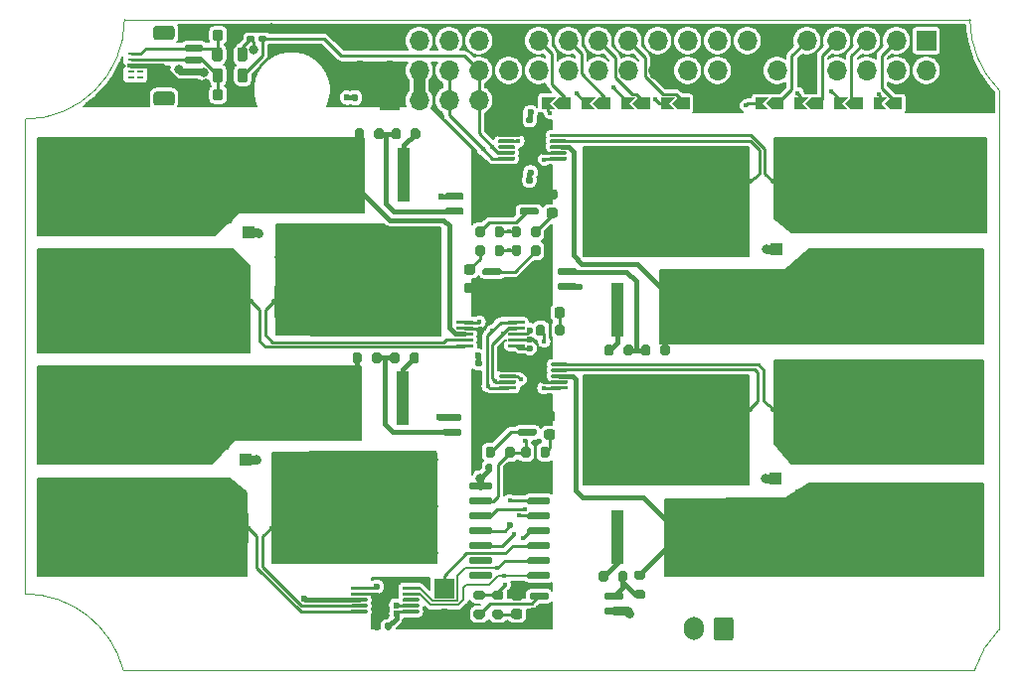
<source format=gbr>
%TF.GenerationSoftware,KiCad,Pcbnew,(5.1.8-0-10_14)*%
%TF.CreationDate,2020-12-03T14:34:03+01:00*%
%TF.ProjectId,SH-ESP32-PowerFET,53482d45-5350-4333-922d-506f77657246,0.1.0*%
%TF.SameCoordinates,Original*%
%TF.FileFunction,Copper,L1,Top*%
%TF.FilePolarity,Positive*%
%FSLAX46Y46*%
G04 Gerber Fmt 4.6, Leading zero omitted, Abs format (unit mm)*
G04 Created by KiCad (PCBNEW (5.1.8-0-10_14)) date 2020-12-03 14:34:03*
%MOMM*%
%LPD*%
G01*
G04 APERTURE LIST*
%TA.AperFunction,Profile*%
%ADD10C,0.050000*%
%TD*%
%TA.AperFunction,ComponentPad*%
%ADD11O,1.700000X2.000000*%
%TD*%
%TA.AperFunction,SMDPad,CuDef*%
%ADD12R,0.625000X0.250000*%
%TD*%
%TA.AperFunction,SMDPad,CuDef*%
%ADD13R,0.700000X0.450000*%
%TD*%
%TA.AperFunction,SMDPad,CuDef*%
%ADD14R,0.575000X0.450000*%
%TD*%
%TA.AperFunction,SMDPad,CuDef*%
%ADD15C,0.100000*%
%TD*%
%TA.AperFunction,ComponentPad*%
%ADD16O,1.700000X1.700000*%
%TD*%
%TA.AperFunction,ComponentPad*%
%ADD17R,1.700000X1.700000*%
%TD*%
%TA.AperFunction,ComponentPad*%
%ADD18O,4.000000X6.000000*%
%TD*%
%TA.AperFunction,SMDPad,CuDef*%
%ADD19R,10.800000X9.400000*%
%TD*%
%TA.AperFunction,SMDPad,CuDef*%
%ADD20R,1.100000X4.600000*%
%TD*%
%TA.AperFunction,SMDPad,CuDef*%
%ADD21R,1.100000X1.100000*%
%TD*%
%TA.AperFunction,ViaPad*%
%ADD22C,1.000000*%
%TD*%
%TA.AperFunction,ViaPad*%
%ADD23C,0.450000*%
%TD*%
%TA.AperFunction,ViaPad*%
%ADD24C,0.600000*%
%TD*%
%TA.AperFunction,ViaPad*%
%ADD25C,0.800000*%
%TD*%
%TA.AperFunction,Conductor*%
%ADD26C,0.250000*%
%TD*%
%TA.AperFunction,Conductor*%
%ADD27C,0.400000*%
%TD*%
%TA.AperFunction,Conductor*%
%ADD28C,0.600000*%
%TD*%
%TA.AperFunction,Conductor*%
%ADD29C,1.000000*%
%TD*%
%TA.AperFunction,Conductor*%
%ADD30C,0.800000*%
%TD*%
%TA.AperFunction,Conductor*%
%ADD31C,0.261112*%
%TD*%
%TA.AperFunction,Conductor*%
%ADD32C,0.200000*%
%TD*%
%TA.AperFunction,Conductor*%
%ADD33C,0.100000*%
%TD*%
G04 APERTURE END LIST*
D10*
X89000000Y-105978147D02*
G75*
G02*
X97400000Y-112500000I0J-8670432D01*
G01*
X97400000Y-112500000D02*
X127000000Y-112500000D01*
X89000000Y-103000000D02*
X89000000Y-105978147D01*
X153000000Y-112500000D02*
X169891435Y-112499765D01*
X171989592Y-63010408D02*
X172000000Y-109000000D01*
X153000000Y-112500000D02*
X153000000Y-112500000D01*
X127000000Y-112500000D02*
X153000000Y-112500000D01*
X169891436Y-112499765D02*
G75*
G02*
X172000000Y-109000000I8108564J-2500235D01*
G01*
X171989592Y-63010408D02*
G75*
G02*
X169500000Y-57000000I6010408J6010408D01*
G01*
X97500000Y-57000000D02*
G75*
G02*
X89000000Y-65500000I-8500000J0D01*
G01*
X169500000Y-57000000D02*
X97500000Y-57000000D01*
X89000000Y-65500000D02*
X89000000Y-103000000D01*
%TO.P,R101,2*%
%TO.N,Net-(D101-Pad2)*%
%TA.AperFunction,SMDPad,CuDef*%
G36*
G01*
X134175000Y-83775000D02*
X134175000Y-83225000D01*
G75*
G02*
X134375000Y-83025000I200000J0D01*
G01*
X134775000Y-83025000D01*
G75*
G02*
X134975000Y-83225000I0J-200000D01*
G01*
X134975000Y-83775000D01*
G75*
G02*
X134775000Y-83975000I-200000J0D01*
G01*
X134375000Y-83975000D01*
G75*
G02*
X134175000Y-83775000I0J200000D01*
G01*
G37*
%TD.AperFunction*%
%TO.P,R101,1*%
%TO.N,Net-(R101-Pad1)*%
%TA.AperFunction,SMDPad,CuDef*%
G36*
G01*
X132525000Y-83775000D02*
X132525000Y-83225000D01*
G75*
G02*
X132725000Y-83025000I200000J0D01*
G01*
X133125000Y-83025000D01*
G75*
G02*
X133325000Y-83225000I0J-200000D01*
G01*
X133325000Y-83775000D01*
G75*
G02*
X133125000Y-83975000I-200000J0D01*
G01*
X132725000Y-83975000D01*
G75*
G02*
X132525000Y-83775000I0J200000D01*
G01*
G37*
%TD.AperFunction*%
%TD*%
%TO.P,D101,2*%
%TO.N,Net-(D101-Pad2)*%
%TA.AperFunction,SMDPad,CuDef*%
G36*
G01*
X134100000Y-82256250D02*
X134100000Y-81743750D01*
G75*
G02*
X134318750Y-81525000I218750J0D01*
G01*
X134756250Y-81525000D01*
G75*
G02*
X134975000Y-81743750I0J-218750D01*
G01*
X134975000Y-82256250D01*
G75*
G02*
X134756250Y-82475000I-218750J0D01*
G01*
X134318750Y-82475000D01*
G75*
G02*
X134100000Y-82256250I0J218750D01*
G01*
G37*
%TD.AperFunction*%
%TO.P,D101,1*%
%TO.N,GND*%
%TA.AperFunction,SMDPad,CuDef*%
G36*
G01*
X132525000Y-82256250D02*
X132525000Y-81743750D01*
G75*
G02*
X132743750Y-81525000I218750J0D01*
G01*
X133181250Y-81525000D01*
G75*
G02*
X133400000Y-81743750I0J-218750D01*
G01*
X133400000Y-82256250D01*
G75*
G02*
X133181250Y-82475000I-218750J0D01*
G01*
X132743750Y-82475000D01*
G75*
G02*
X132525000Y-82256250I0J218750D01*
G01*
G37*
%TD.AperFunction*%
%TD*%
D11*
%TO.P,J301,2*%
%TO.N,GND1*%
X146020000Y-108960000D03*
%TO.P,J301,1*%
%TO.N,N/C*%
%TA.AperFunction,ComponentPad*%
G36*
G01*
X149370000Y-108210000D02*
X149370000Y-109710000D01*
G75*
G02*
X149120000Y-109960000I-250000J0D01*
G01*
X147920000Y-109960000D01*
G75*
G02*
X147670000Y-109710000I0J250000D01*
G01*
X147670000Y-108210000D01*
G75*
G02*
X147920000Y-107960000I250000J0D01*
G01*
X149120000Y-107960000D01*
G75*
G02*
X149370000Y-108210000I0J-250000D01*
G01*
G37*
%TD.AperFunction*%
%TD*%
D12*
%TO.P,U701,2*%
%TO.N,/SDA_CONN*%
X98032500Y-60440000D03*
D13*
%TO.P,U701,3*%
%TO.N,GND*%
X98070000Y-60940000D03*
D12*
%TO.P,U701,1*%
%TO.N,/SCL_CONN*%
X98032500Y-59940000D03*
%TO.P,U701,4*%
%TO.N,N/C*%
X98032500Y-61440000D03*
%TO.P,U701,10*%
%TO.N,/SCL_CONN*%
X98807500Y-59940000D03*
%TO.P,U701,9*%
%TO.N,/SDA_CONN*%
X98807500Y-60440000D03*
%TO.P,U701,5*%
%TO.N,N/C*%
X98032500Y-61940000D03*
D14*
%TO.P,U701,8*%
%TO.N,GND*%
X98832500Y-60940000D03*
D12*
%TO.P,U701,6*%
%TO.N,N/C*%
X98807500Y-61940000D03*
%TO.P,U701,7*%
X98807500Y-61440000D03*
%TD*%
%TO.P,FB103,2*%
%TO.N,SCL*%
%TA.AperFunction,SMDPad,CuDef*%
G36*
G01*
X107095000Y-60361250D02*
X107095000Y-59598750D01*
G75*
G02*
X107313750Y-59380000I218750J0D01*
G01*
X107751250Y-59380000D01*
G75*
G02*
X107970000Y-59598750I0J-218750D01*
G01*
X107970000Y-60361250D01*
G75*
G02*
X107751250Y-60580000I-218750J0D01*
G01*
X107313750Y-60580000D01*
G75*
G02*
X107095000Y-60361250I0J218750D01*
G01*
G37*
%TD.AperFunction*%
%TO.P,FB103,1*%
%TO.N,/SCL_CONN*%
%TA.AperFunction,SMDPad,CuDef*%
G36*
G01*
X104970000Y-60361250D02*
X104970000Y-59598750D01*
G75*
G02*
X105188750Y-59380000I218750J0D01*
G01*
X105626250Y-59380000D01*
G75*
G02*
X105845000Y-59598750I0J-218750D01*
G01*
X105845000Y-60361250D01*
G75*
G02*
X105626250Y-60580000I-218750J0D01*
G01*
X105188750Y-60580000D01*
G75*
G02*
X104970000Y-60361250I0J218750D01*
G01*
G37*
%TD.AperFunction*%
%TD*%
%TO.P,FB102,2*%
%TO.N,SDA*%
%TA.AperFunction,SMDPad,CuDef*%
G36*
G01*
X107115000Y-62141250D02*
X107115000Y-61378750D01*
G75*
G02*
X107333750Y-61160000I218750J0D01*
G01*
X107771250Y-61160000D01*
G75*
G02*
X107990000Y-61378750I0J-218750D01*
G01*
X107990000Y-62141250D01*
G75*
G02*
X107771250Y-62360000I-218750J0D01*
G01*
X107333750Y-62360000D01*
G75*
G02*
X107115000Y-62141250I0J218750D01*
G01*
G37*
%TD.AperFunction*%
%TO.P,FB102,1*%
%TO.N,/SDA_CONN*%
%TA.AperFunction,SMDPad,CuDef*%
G36*
G01*
X104990000Y-62141250D02*
X104990000Y-61378750D01*
G75*
G02*
X105208750Y-61160000I218750J0D01*
G01*
X105646250Y-61160000D01*
G75*
G02*
X105865000Y-61378750I0J-218750D01*
G01*
X105865000Y-62141250D01*
G75*
G02*
X105646250Y-62360000I-218750J0D01*
G01*
X105208750Y-62360000D01*
G75*
G02*
X104990000Y-62141250I0J218750D01*
G01*
G37*
%TD.AperFunction*%
%TD*%
%TO.P,C106,2*%
%TO.N,GND*%
%TA.AperFunction,SMDPad,CuDef*%
G36*
G01*
X108410000Y-57960000D02*
X108070000Y-57960000D01*
G75*
G02*
X107930000Y-57820000I0J140000D01*
G01*
X107930000Y-57540000D01*
G75*
G02*
X108070000Y-57400000I140000J0D01*
G01*
X108410000Y-57400000D01*
G75*
G02*
X108550000Y-57540000I0J-140000D01*
G01*
X108550000Y-57820000D01*
G75*
G02*
X108410000Y-57960000I-140000J0D01*
G01*
G37*
%TD.AperFunction*%
%TO.P,C106,1*%
%TO.N,SCL*%
%TA.AperFunction,SMDPad,CuDef*%
G36*
G01*
X108410000Y-58920000D02*
X108070000Y-58920000D01*
G75*
G02*
X107930000Y-58780000I0J140000D01*
G01*
X107930000Y-58500000D01*
G75*
G02*
X108070000Y-58360000I140000J0D01*
G01*
X108410000Y-58360000D01*
G75*
G02*
X108550000Y-58500000I0J-140000D01*
G01*
X108550000Y-58780000D01*
G75*
G02*
X108410000Y-58920000I-140000J0D01*
G01*
G37*
%TD.AperFunction*%
%TD*%
%TO.P,C105,2*%
%TO.N,GND*%
%TA.AperFunction,SMDPad,CuDef*%
G36*
G01*
X109430000Y-57950000D02*
X109090000Y-57950000D01*
G75*
G02*
X108950000Y-57810000I0J140000D01*
G01*
X108950000Y-57530000D01*
G75*
G02*
X109090000Y-57390000I140000J0D01*
G01*
X109430000Y-57390000D01*
G75*
G02*
X109570000Y-57530000I0J-140000D01*
G01*
X109570000Y-57810000D01*
G75*
G02*
X109430000Y-57950000I-140000J0D01*
G01*
G37*
%TD.AperFunction*%
%TO.P,C105,1*%
%TO.N,SDA*%
%TA.AperFunction,SMDPad,CuDef*%
G36*
G01*
X109430000Y-58910000D02*
X109090000Y-58910000D01*
G75*
G02*
X108950000Y-58770000I0J140000D01*
G01*
X108950000Y-58490000D01*
G75*
G02*
X109090000Y-58350000I140000J0D01*
G01*
X109430000Y-58350000D01*
G75*
G02*
X109570000Y-58490000I0J-140000D01*
G01*
X109570000Y-58770000D01*
G75*
G02*
X109430000Y-58910000I-140000J0D01*
G01*
G37*
%TD.AperFunction*%
%TD*%
%TO.P,C103,2*%
%TO.N,GND*%
%TA.AperFunction,SMDPad,CuDef*%
G36*
G01*
X106545000Y-58590000D02*
X106545000Y-58090000D01*
G75*
G02*
X106770000Y-57865000I225000J0D01*
G01*
X107220000Y-57865000D01*
G75*
G02*
X107445000Y-58090000I0J-225000D01*
G01*
X107445000Y-58590000D01*
G75*
G02*
X107220000Y-58815000I-225000J0D01*
G01*
X106770000Y-58815000D01*
G75*
G02*
X106545000Y-58590000I0J225000D01*
G01*
G37*
%TD.AperFunction*%
%TO.P,C103,1*%
%TO.N,/SCL_CONN*%
%TA.AperFunction,SMDPad,CuDef*%
G36*
G01*
X104995000Y-58590000D02*
X104995000Y-58090000D01*
G75*
G02*
X105220000Y-57865000I225000J0D01*
G01*
X105670000Y-57865000D01*
G75*
G02*
X105895000Y-58090000I0J-225000D01*
G01*
X105895000Y-58590000D01*
G75*
G02*
X105670000Y-58815000I-225000J0D01*
G01*
X105220000Y-58815000D01*
G75*
G02*
X104995000Y-58590000I0J225000D01*
G01*
G37*
%TD.AperFunction*%
%TD*%
%TO.P,C102,2*%
%TO.N,GND*%
%TA.AperFunction,SMDPad,CuDef*%
G36*
G01*
X106545000Y-63670000D02*
X106545000Y-63170000D01*
G75*
G02*
X106770000Y-62945000I225000J0D01*
G01*
X107220000Y-62945000D01*
G75*
G02*
X107445000Y-63170000I0J-225000D01*
G01*
X107445000Y-63670000D01*
G75*
G02*
X107220000Y-63895000I-225000J0D01*
G01*
X106770000Y-63895000D01*
G75*
G02*
X106545000Y-63670000I0J225000D01*
G01*
G37*
%TD.AperFunction*%
%TO.P,C102,1*%
%TO.N,/SDA_CONN*%
%TA.AperFunction,SMDPad,CuDef*%
G36*
G01*
X104995000Y-63670000D02*
X104995000Y-63170000D01*
G75*
G02*
X105220000Y-62945000I225000J0D01*
G01*
X105670000Y-62945000D01*
G75*
G02*
X105895000Y-63170000I0J-225000D01*
G01*
X105895000Y-63670000D01*
G75*
G02*
X105670000Y-63895000I-225000J0D01*
G01*
X105220000Y-63895000D01*
G75*
G02*
X104995000Y-63670000I0J225000D01*
G01*
G37*
%TD.AperFunction*%
%TD*%
%TA.AperFunction,SMDPad,CuDef*%
D15*
%TO.P,JP108,2*%
%TO.N,FETOUT_04*%
G36*
X143200000Y-63640000D02*
G01*
X144350000Y-63640000D01*
X143850000Y-64140000D01*
X144350000Y-64640000D01*
X143200000Y-64640000D01*
X143200000Y-63640000D01*
G37*
%TD.AperFunction*%
%TA.AperFunction,SMDPad,CuDef*%
%TO.P,JP108,1*%
%TO.N,/IO12*%
G36*
X144125000Y-64140000D02*
G01*
X144625000Y-63640000D01*
X145625000Y-63640000D01*
X145625000Y-64640000D01*
X144625000Y-64640000D01*
X144125000Y-64140000D01*
G37*
%TD.AperFunction*%
%TD*%
%TA.AperFunction,SMDPad,CuDef*%
%TO.P,JP107,2*%
%TO.N,FETOUT_03*%
G36*
X139830000Y-63640000D02*
G01*
X140980000Y-63640000D01*
X140480000Y-64140000D01*
X140980000Y-64640000D01*
X139830000Y-64640000D01*
X139830000Y-63640000D01*
G37*
%TD.AperFunction*%
%TA.AperFunction,SMDPad,CuDef*%
%TO.P,JP107,1*%
%TO.N,/IO14*%
G36*
X140755000Y-64140000D02*
G01*
X141255000Y-63640000D01*
X142255000Y-63640000D01*
X142255000Y-64640000D01*
X141255000Y-64640000D01*
X140755000Y-64140000D01*
G37*
%TD.AperFunction*%
%TD*%
%TA.AperFunction,SMDPad,CuDef*%
%TO.P,JP106,2*%
%TO.N,FETOUT_02*%
G36*
X136465000Y-63620000D02*
G01*
X137615000Y-63620000D01*
X137115000Y-64120000D01*
X137615000Y-64620000D01*
X136465000Y-64620000D01*
X136465000Y-63620000D01*
G37*
%TD.AperFunction*%
%TA.AperFunction,SMDPad,CuDef*%
%TO.P,JP106,1*%
%TO.N,/IO13*%
G36*
X137390000Y-64120000D02*
G01*
X137890000Y-63620000D01*
X138890000Y-63620000D01*
X138890000Y-64620000D01*
X137890000Y-64620000D01*
X137390000Y-64120000D01*
G37*
%TD.AperFunction*%
%TD*%
%TA.AperFunction,SMDPad,CuDef*%
%TO.P,JP105,2*%
%TO.N,FETOUT_01*%
G36*
X133040000Y-63610000D02*
G01*
X134190000Y-63610000D01*
X133690000Y-64110000D01*
X134190000Y-64610000D01*
X133040000Y-64610000D01*
X133040000Y-63610000D01*
G37*
%TD.AperFunction*%
%TA.AperFunction,SMDPad,CuDef*%
%TO.P,JP105,1*%
%TO.N,/IO15*%
G36*
X133965000Y-64110000D02*
G01*
X134465000Y-63610000D01*
X135465000Y-63610000D01*
X135465000Y-64610000D01*
X134465000Y-64610000D01*
X133965000Y-64110000D01*
G37*
%TD.AperFunction*%
%TD*%
D16*
%TO.P,J106,4*%
%TO.N,SDA*%
X127680000Y-63880000D03*
%TO.P,J106,3*%
%TO.N,SCL*%
X125140000Y-63880000D03*
%TO.P,J106,2*%
%TO.N,+3V3*%
X122600000Y-63880000D03*
D17*
%TO.P,J106,1*%
%TO.N,GND*%
X120060000Y-63880000D03*
%TD*%
%TO.P,J104,MP*%
%TO.N,N/C*%
%TA.AperFunction,SMDPad,CuDef*%
G36*
G01*
X101510001Y-58740000D02*
X100209999Y-58740000D01*
G75*
G02*
X99960000Y-58490001I0J249999D01*
G01*
X99960000Y-57789999D01*
G75*
G02*
X100209999Y-57540000I249999J0D01*
G01*
X101510001Y-57540000D01*
G75*
G02*
X101760000Y-57789999I0J-249999D01*
G01*
X101760000Y-58490001D01*
G75*
G02*
X101510001Y-58740000I-249999J0D01*
G01*
G37*
%TD.AperFunction*%
%TA.AperFunction,SMDPad,CuDef*%
G36*
G01*
X101510001Y-64340000D02*
X100209999Y-64340000D01*
G75*
G02*
X99960000Y-64090001I0J249999D01*
G01*
X99960000Y-63389999D01*
G75*
G02*
X100209999Y-63140000I249999J0D01*
G01*
X101510001Y-63140000D01*
G75*
G02*
X101760000Y-63389999I0J-249999D01*
G01*
X101760000Y-64090001D01*
G75*
G02*
X101510001Y-64340000I-249999J0D01*
G01*
G37*
%TD.AperFunction*%
%TO.P,J104,4*%
%TO.N,/SCL_CONN*%
%TA.AperFunction,SMDPad,CuDef*%
G36*
G01*
X104010000Y-59740000D02*
X102760000Y-59740000D01*
G75*
G02*
X102610000Y-59590000I0J150000D01*
G01*
X102610000Y-59290000D01*
G75*
G02*
X102760000Y-59140000I150000J0D01*
G01*
X104010000Y-59140000D01*
G75*
G02*
X104160000Y-59290000I0J-150000D01*
G01*
X104160000Y-59590000D01*
G75*
G02*
X104010000Y-59740000I-150000J0D01*
G01*
G37*
%TD.AperFunction*%
%TO.P,J104,3*%
%TO.N,/SDA_CONN*%
%TA.AperFunction,SMDPad,CuDef*%
G36*
G01*
X104010000Y-60740000D02*
X102760000Y-60740000D01*
G75*
G02*
X102610000Y-60590000I0J150000D01*
G01*
X102610000Y-60290000D01*
G75*
G02*
X102760000Y-60140000I150000J0D01*
G01*
X104010000Y-60140000D01*
G75*
G02*
X104160000Y-60290000I0J-150000D01*
G01*
X104160000Y-60590000D01*
G75*
G02*
X104010000Y-60740000I-150000J0D01*
G01*
G37*
%TD.AperFunction*%
%TO.P,J104,2*%
%TO.N,+3V3*%
%TA.AperFunction,SMDPad,CuDef*%
G36*
G01*
X104010000Y-61740000D02*
X102760000Y-61740000D01*
G75*
G02*
X102610000Y-61590000I0J150000D01*
G01*
X102610000Y-61290000D01*
G75*
G02*
X102760000Y-61140000I150000J0D01*
G01*
X104010000Y-61140000D01*
G75*
G02*
X104160000Y-61290000I0J-150000D01*
G01*
X104160000Y-61590000D01*
G75*
G02*
X104010000Y-61740000I-150000J0D01*
G01*
G37*
%TD.AperFunction*%
%TO.P,J104,1*%
%TO.N,GND*%
%TA.AperFunction,SMDPad,CuDef*%
G36*
G01*
X104010000Y-62740000D02*
X102760000Y-62740000D01*
G75*
G02*
X102610000Y-62590000I0J150000D01*
G01*
X102610000Y-62290000D01*
G75*
G02*
X102760000Y-62140000I150000J0D01*
G01*
X104010000Y-62140000D01*
G75*
G02*
X104160000Y-62290000I0J-150000D01*
G01*
X104160000Y-62590000D01*
G75*
G02*
X104010000Y-62740000I-150000J0D01*
G01*
G37*
%TD.AperFunction*%
%TD*%
%TA.AperFunction,SMDPad,CuDef*%
D15*
%TO.P,JP104,2*%
%TO.N,FETOUT_04*%
G36*
X161300000Y-63660000D02*
G01*
X162450000Y-63660000D01*
X161950000Y-64160000D01*
X162450000Y-64660000D01*
X161300000Y-64660000D01*
X161300000Y-63660000D01*
G37*
%TD.AperFunction*%
%TA.AperFunction,SMDPad,CuDef*%
%TO.P,JP104,1*%
%TO.N,/IO21*%
G36*
X162225000Y-64160000D02*
G01*
X162725000Y-63660000D01*
X163725000Y-63660000D01*
X163725000Y-64660000D01*
X162725000Y-64660000D01*
X162225000Y-64160000D01*
G37*
%TD.AperFunction*%
%TD*%
%TA.AperFunction,SMDPad,CuDef*%
%TO.P,JP101,2*%
%TO.N,FETOUT_01*%
G36*
X151210000Y-63660000D02*
G01*
X152360000Y-63660000D01*
X151860000Y-64160000D01*
X152360000Y-64660000D01*
X151210000Y-64660000D01*
X151210000Y-63660000D01*
G37*
%TD.AperFunction*%
%TA.AperFunction,SMDPad,CuDef*%
%TO.P,JP101,1*%
%TO.N,/IO27*%
G36*
X152135000Y-64160000D02*
G01*
X152635000Y-63660000D01*
X153635000Y-63660000D01*
X153635000Y-64660000D01*
X152635000Y-64660000D01*
X152135000Y-64160000D01*
G37*
%TD.AperFunction*%
%TD*%
%TA.AperFunction,SMDPad,CuDef*%
%TO.P,JP103,2*%
%TO.N,FETOUT_03*%
G36*
X157935000Y-63660000D02*
G01*
X159085000Y-63660000D01*
X158585000Y-64160000D01*
X159085000Y-64660000D01*
X157935000Y-64660000D01*
X157935000Y-63660000D01*
G37*
%TD.AperFunction*%
%TA.AperFunction,SMDPad,CuDef*%
%TO.P,JP103,1*%
%TO.N,/IO18*%
G36*
X158860000Y-64160000D02*
G01*
X159360000Y-63660000D01*
X160360000Y-63660000D01*
X160360000Y-64660000D01*
X159360000Y-64660000D01*
X158860000Y-64160000D01*
G37*
%TD.AperFunction*%
%TD*%
%TA.AperFunction,SMDPad,CuDef*%
%TO.P,JP102,2*%
%TO.N,FETOUT_02*%
G36*
X154580000Y-63660000D02*
G01*
X155730000Y-63660000D01*
X155230000Y-64160000D01*
X155730000Y-64660000D01*
X154580000Y-64660000D01*
X154580000Y-63660000D01*
G37*
%TD.AperFunction*%
%TA.AperFunction,SMDPad,CuDef*%
%TO.P,JP102,1*%
%TO.N,/IO26*%
G36*
X155505000Y-64160000D02*
G01*
X156005000Y-63660000D01*
X157005000Y-63660000D01*
X157005000Y-64660000D01*
X156005000Y-64660000D01*
X155505000Y-64160000D01*
G37*
%TD.AperFunction*%
%TD*%
%TO.P,U303,4*%
%TO.N,Net-(R309-Pad2)*%
%TA.AperFunction,SMDPad,CuDef*%
G36*
G01*
X138375000Y-106315000D02*
X138375000Y-106015000D01*
G75*
G02*
X138525000Y-105865000I150000J0D01*
G01*
X139850000Y-105865000D01*
G75*
G02*
X140000000Y-106015000I0J-150000D01*
G01*
X140000000Y-106315000D01*
G75*
G02*
X139850000Y-106465000I-150000J0D01*
G01*
X138525000Y-106465000D01*
G75*
G02*
X138375000Y-106315000I0J150000D01*
G01*
G37*
%TD.AperFunction*%
%TO.P,U303,3*%
%TO.N,GND1*%
%TA.AperFunction,SMDPad,CuDef*%
G36*
G01*
X138375000Y-107585000D02*
X138375000Y-107285000D01*
G75*
G02*
X138525000Y-107135000I150000J0D01*
G01*
X139850000Y-107135000D01*
G75*
G02*
X140000000Y-107285000I0J-150000D01*
G01*
X140000000Y-107585000D01*
G75*
G02*
X139850000Y-107735000I-150000J0D01*
G01*
X138525000Y-107735000D01*
G75*
G02*
X138375000Y-107585000I0J150000D01*
G01*
G37*
%TD.AperFunction*%
%TO.P,U303,2*%
%TO.N,GND*%
%TA.AperFunction,SMDPad,CuDef*%
G36*
G01*
X132000000Y-107585000D02*
X132000000Y-107285000D01*
G75*
G02*
X132150000Y-107135000I150000J0D01*
G01*
X133475000Y-107135000D01*
G75*
G02*
X133625000Y-107285000I0J-150000D01*
G01*
X133625000Y-107585000D01*
G75*
G02*
X133475000Y-107735000I-150000J0D01*
G01*
X132150000Y-107735000D01*
G75*
G02*
X132000000Y-107585000I0J150000D01*
G01*
G37*
%TD.AperFunction*%
%TO.P,U303,1*%
%TO.N,Net-(R306-Pad1)*%
%TA.AperFunction,SMDPad,CuDef*%
G36*
G01*
X132000000Y-106315000D02*
X132000000Y-106015000D01*
G75*
G02*
X132150000Y-105865000I150000J0D01*
G01*
X133475000Y-105865000D01*
G75*
G02*
X133625000Y-106015000I0J-150000D01*
G01*
X133625000Y-106315000D01*
G75*
G02*
X133475000Y-106465000I-150000J0D01*
G01*
X132150000Y-106465000D01*
G75*
G02*
X132000000Y-106315000I0J150000D01*
G01*
G37*
%TD.AperFunction*%
%TD*%
%TO.P,R306,2*%
%TO.N,FETOUT_01*%
%TA.AperFunction,SMDPad,CuDef*%
G36*
G01*
X127975000Y-106475000D02*
X127425000Y-106475000D01*
G75*
G02*
X127225000Y-106275000I0J200000D01*
G01*
X127225000Y-105875000D01*
G75*
G02*
X127425000Y-105675000I200000J0D01*
G01*
X127975000Y-105675000D01*
G75*
G02*
X128175000Y-105875000I0J-200000D01*
G01*
X128175000Y-106275000D01*
G75*
G02*
X127975000Y-106475000I-200000J0D01*
G01*
G37*
%TD.AperFunction*%
%TO.P,R306,1*%
%TO.N,Net-(R306-Pad1)*%
%TA.AperFunction,SMDPad,CuDef*%
G36*
G01*
X127975000Y-108125000D02*
X127425000Y-108125000D01*
G75*
G02*
X127225000Y-107925000I0J200000D01*
G01*
X127225000Y-107525000D01*
G75*
G02*
X127425000Y-107325000I200000J0D01*
G01*
X127975000Y-107325000D01*
G75*
G02*
X128175000Y-107525000I0J-200000D01*
G01*
X128175000Y-107925000D01*
G75*
G02*
X127975000Y-108125000I-200000J0D01*
G01*
G37*
%TD.AperFunction*%
%TD*%
%TO.P,R303,2*%
%TO.N,Net-(D303-Pad2)*%
%TA.AperFunction,SMDPad,CuDef*%
G36*
G01*
X129025000Y-107325000D02*
X129575000Y-107325000D01*
G75*
G02*
X129775000Y-107525000I0J-200000D01*
G01*
X129775000Y-107925000D01*
G75*
G02*
X129575000Y-108125000I-200000J0D01*
G01*
X129025000Y-108125000D01*
G75*
G02*
X128825000Y-107925000I0J200000D01*
G01*
X128825000Y-107525000D01*
G75*
G02*
X129025000Y-107325000I200000J0D01*
G01*
G37*
%TD.AperFunction*%
%TO.P,R303,1*%
%TO.N,FETOUT_01*%
%TA.AperFunction,SMDPad,CuDef*%
G36*
G01*
X129025000Y-105675000D02*
X129575000Y-105675000D01*
G75*
G02*
X129775000Y-105875000I0J-200000D01*
G01*
X129775000Y-106275000D01*
G75*
G02*
X129575000Y-106475000I-200000J0D01*
G01*
X129025000Y-106475000D01*
G75*
G02*
X128825000Y-106275000I0J200000D01*
G01*
X128825000Y-105875000D01*
G75*
G02*
X129025000Y-105675000I200000J0D01*
G01*
G37*
%TD.AperFunction*%
%TD*%
%TO.P,D303,2*%
%TO.N,Net-(D303-Pad2)*%
%TA.AperFunction,SMDPad,CuDef*%
G36*
G01*
X130643750Y-107250000D02*
X131156250Y-107250000D01*
G75*
G02*
X131375000Y-107468750I0J-218750D01*
G01*
X131375000Y-107906250D01*
G75*
G02*
X131156250Y-108125000I-218750J0D01*
G01*
X130643750Y-108125000D01*
G75*
G02*
X130425000Y-107906250I0J218750D01*
G01*
X130425000Y-107468750D01*
G75*
G02*
X130643750Y-107250000I218750J0D01*
G01*
G37*
%TD.AperFunction*%
%TO.P,D303,1*%
%TO.N,GND*%
%TA.AperFunction,SMDPad,CuDef*%
G36*
G01*
X130643750Y-105675000D02*
X131156250Y-105675000D01*
G75*
G02*
X131375000Y-105893750I0J-218750D01*
G01*
X131375000Y-106331250D01*
G75*
G02*
X131156250Y-106550000I-218750J0D01*
G01*
X130643750Y-106550000D01*
G75*
G02*
X130425000Y-106331250I0J218750D01*
G01*
X130425000Y-105893750D01*
G75*
G02*
X130643750Y-105675000I218750J0D01*
G01*
G37*
%TD.AperFunction*%
%TD*%
%TO.P,U101,14*%
%TO.N,GND*%
%TA.AperFunction,SMDPad,CuDef*%
G36*
G01*
X131800000Y-96940000D02*
X131800000Y-96640000D01*
G75*
G02*
X131950000Y-96490000I150000J0D01*
G01*
X133600000Y-96490000D01*
G75*
G02*
X133750000Y-96640000I0J-150000D01*
G01*
X133750000Y-96940000D01*
G75*
G02*
X133600000Y-97090000I-150000J0D01*
G01*
X131950000Y-97090000D01*
G75*
G02*
X131800000Y-96940000I0J150000D01*
G01*
G37*
%TD.AperFunction*%
%TO.P,U101,13*%
%TO.N,FETOUT_03*%
%TA.AperFunction,SMDPad,CuDef*%
G36*
G01*
X131800000Y-98210000D02*
X131800000Y-97910000D01*
G75*
G02*
X131950000Y-97760000I150000J0D01*
G01*
X133600000Y-97760000D01*
G75*
G02*
X133750000Y-97910000I0J-150000D01*
G01*
X133750000Y-98210000D01*
G75*
G02*
X133600000Y-98360000I-150000J0D01*
G01*
X131950000Y-98360000D01*
G75*
G02*
X131800000Y-98210000I0J150000D01*
G01*
G37*
%TD.AperFunction*%
%TO.P,U101,12*%
%TO.N,FETOUT_02*%
%TA.AperFunction,SMDPad,CuDef*%
G36*
G01*
X131800000Y-99480000D02*
X131800000Y-99180000D01*
G75*
G02*
X131950000Y-99030000I150000J0D01*
G01*
X133600000Y-99030000D01*
G75*
G02*
X133750000Y-99180000I0J-150000D01*
G01*
X133750000Y-99480000D01*
G75*
G02*
X133600000Y-99630000I-150000J0D01*
G01*
X131950000Y-99630000D01*
G75*
G02*
X131800000Y-99480000I0J150000D01*
G01*
G37*
%TD.AperFunction*%
%TO.P,U101,11*%
%TO.N,FETOUT_01*%
%TA.AperFunction,SMDPad,CuDef*%
G36*
G01*
X131800000Y-100750000D02*
X131800000Y-100450000D01*
G75*
G02*
X131950000Y-100300000I150000J0D01*
G01*
X133600000Y-100300000D01*
G75*
G02*
X133750000Y-100450000I0J-150000D01*
G01*
X133750000Y-100750000D01*
G75*
G02*
X133600000Y-100900000I-150000J0D01*
G01*
X131950000Y-100900000D01*
G75*
G02*
X131800000Y-100750000I0J150000D01*
G01*
G37*
%TD.AperFunction*%
%TO.P,U101,10*%
%TO.N,Net-(J105-Pad1)*%
%TA.AperFunction,SMDPad,CuDef*%
G36*
G01*
X131800000Y-102020000D02*
X131800000Y-101720000D01*
G75*
G02*
X131950000Y-101570000I150000J0D01*
G01*
X133600000Y-101570000D01*
G75*
G02*
X133750000Y-101720000I0J-150000D01*
G01*
X133750000Y-102020000D01*
G75*
G02*
X133600000Y-102170000I-150000J0D01*
G01*
X131950000Y-102170000D01*
G75*
G02*
X131800000Y-102020000I0J150000D01*
G01*
G37*
%TD.AperFunction*%
%TO.P,U101,9*%
%TO.N,SCL*%
%TA.AperFunction,SMDPad,CuDef*%
G36*
G01*
X131800000Y-103290000D02*
X131800000Y-102990000D01*
G75*
G02*
X131950000Y-102840000I150000J0D01*
G01*
X133600000Y-102840000D01*
G75*
G02*
X133750000Y-102990000I0J-150000D01*
G01*
X133750000Y-103290000D01*
G75*
G02*
X133600000Y-103440000I-150000J0D01*
G01*
X131950000Y-103440000D01*
G75*
G02*
X131800000Y-103290000I0J150000D01*
G01*
G37*
%TD.AperFunction*%
%TO.P,U101,8*%
%TO.N,SDA*%
%TA.AperFunction,SMDPad,CuDef*%
G36*
G01*
X131800000Y-104560000D02*
X131800000Y-104260000D01*
G75*
G02*
X131950000Y-104110000I150000J0D01*
G01*
X133600000Y-104110000D01*
G75*
G02*
X133750000Y-104260000I0J-150000D01*
G01*
X133750000Y-104560000D01*
G75*
G02*
X133600000Y-104710000I-150000J0D01*
G01*
X131950000Y-104710000D01*
G75*
G02*
X131800000Y-104560000I0J150000D01*
G01*
G37*
%TD.AperFunction*%
%TO.P,U101,7*%
%TO.N,N/C*%
%TA.AperFunction,SMDPad,CuDef*%
G36*
G01*
X126850000Y-104560000D02*
X126850000Y-104260000D01*
G75*
G02*
X127000000Y-104110000I150000J0D01*
G01*
X128650000Y-104110000D01*
G75*
G02*
X128800000Y-104260000I0J-150000D01*
G01*
X128800000Y-104560000D01*
G75*
G02*
X128650000Y-104710000I-150000J0D01*
G01*
X127000000Y-104710000D01*
G75*
G02*
X126850000Y-104560000I0J150000D01*
G01*
G37*
%TD.AperFunction*%
%TO.P,U101,6*%
%TA.AperFunction,SMDPad,CuDef*%
G36*
G01*
X126850000Y-103290000D02*
X126850000Y-102990000D01*
G75*
G02*
X127000000Y-102840000I150000J0D01*
G01*
X128650000Y-102840000D01*
G75*
G02*
X128800000Y-102990000I0J-150000D01*
G01*
X128800000Y-103290000D01*
G75*
G02*
X128650000Y-103440000I-150000J0D01*
G01*
X127000000Y-103440000D01*
G75*
G02*
X126850000Y-103290000I0J150000D01*
G01*
G37*
%TD.AperFunction*%
%TO.P,U101,5*%
%TO.N,Net-(R101-Pad1)*%
%TA.AperFunction,SMDPad,CuDef*%
G36*
G01*
X126850000Y-102020000D02*
X126850000Y-101720000D01*
G75*
G02*
X127000000Y-101570000I150000J0D01*
G01*
X128650000Y-101570000D01*
G75*
G02*
X128800000Y-101720000I0J-150000D01*
G01*
X128800000Y-102020000D01*
G75*
G02*
X128650000Y-102170000I-150000J0D01*
G01*
X127000000Y-102170000D01*
G75*
G02*
X126850000Y-102020000I0J150000D01*
G01*
G37*
%TD.AperFunction*%
%TO.P,U101,4*%
%TO.N,ALERT4*%
%TA.AperFunction,SMDPad,CuDef*%
G36*
G01*
X126850000Y-100750000D02*
X126850000Y-100450000D01*
G75*
G02*
X127000000Y-100300000I150000J0D01*
G01*
X128650000Y-100300000D01*
G75*
G02*
X128800000Y-100450000I0J-150000D01*
G01*
X128800000Y-100750000D01*
G75*
G02*
X128650000Y-100900000I-150000J0D01*
G01*
X127000000Y-100900000D01*
G75*
G02*
X126850000Y-100750000I0J150000D01*
G01*
G37*
%TD.AperFunction*%
%TO.P,U101,3*%
%TO.N,ALERT1*%
%TA.AperFunction,SMDPad,CuDef*%
G36*
G01*
X126850000Y-99480000D02*
X126850000Y-99180000D01*
G75*
G02*
X127000000Y-99030000I150000J0D01*
G01*
X128650000Y-99030000D01*
G75*
G02*
X128800000Y-99180000I0J-150000D01*
G01*
X128800000Y-99480000D01*
G75*
G02*
X128650000Y-99630000I-150000J0D01*
G01*
X127000000Y-99630000D01*
G75*
G02*
X126850000Y-99480000I0J150000D01*
G01*
G37*
%TD.AperFunction*%
%TO.P,U101,2*%
%TO.N,FETOUT_04*%
%TA.AperFunction,SMDPad,CuDef*%
G36*
G01*
X126850000Y-98210000D02*
X126850000Y-97910000D01*
G75*
G02*
X127000000Y-97760000I150000J0D01*
G01*
X128650000Y-97760000D01*
G75*
G02*
X128800000Y-97910000I0J-150000D01*
G01*
X128800000Y-98210000D01*
G75*
G02*
X128650000Y-98360000I-150000J0D01*
G01*
X127000000Y-98360000D01*
G75*
G02*
X126850000Y-98210000I0J150000D01*
G01*
G37*
%TD.AperFunction*%
%TO.P,U101,1*%
%TO.N,+3V3*%
%TA.AperFunction,SMDPad,CuDef*%
G36*
G01*
X126850000Y-96940000D02*
X126850000Y-96640000D01*
G75*
G02*
X127000000Y-96490000I150000J0D01*
G01*
X128650000Y-96490000D01*
G75*
G02*
X128800000Y-96640000I0J-150000D01*
G01*
X128800000Y-96940000D01*
G75*
G02*
X128650000Y-97090000I-150000J0D01*
G01*
X127000000Y-97090000D01*
G75*
G02*
X126850000Y-96940000I0J150000D01*
G01*
G37*
%TD.AperFunction*%
%TD*%
%TO.P,U308,10*%
%TO.N,VOUT_04*%
%TA.AperFunction,SMDPad,CuDef*%
G36*
G01*
X118215000Y-107415000D02*
X118215000Y-107565000D01*
G75*
G02*
X118140000Y-107640000I-75000J0D01*
G01*
X116840000Y-107640000D01*
G75*
G02*
X116765000Y-107565000I0J75000D01*
G01*
X116765000Y-107415000D01*
G75*
G02*
X116840000Y-107340000I75000J0D01*
G01*
X118140000Y-107340000D01*
G75*
G02*
X118215000Y-107415000I0J-75000D01*
G01*
G37*
%TD.AperFunction*%
%TO.P,U308,9*%
%TO.N,/FET/VOUT4*%
%TA.AperFunction,SMDPad,CuDef*%
G36*
G01*
X118215000Y-106915000D02*
X118215000Y-107065000D01*
G75*
G02*
X118140000Y-107140000I-75000J0D01*
G01*
X116840000Y-107140000D01*
G75*
G02*
X116765000Y-107065000I0J75000D01*
G01*
X116765000Y-106915000D01*
G75*
G02*
X116840000Y-106840000I75000J0D01*
G01*
X118140000Y-106840000D01*
G75*
G02*
X118215000Y-106915000I0J-75000D01*
G01*
G37*
%TD.AperFunction*%
%TO.P,U308,8*%
%TO.N,VIN_04*%
%TA.AperFunction,SMDPad,CuDef*%
G36*
G01*
X118215000Y-106415000D02*
X118215000Y-106565000D01*
G75*
G02*
X118140000Y-106640000I-75000J0D01*
G01*
X116840000Y-106640000D01*
G75*
G02*
X116765000Y-106565000I0J75000D01*
G01*
X116765000Y-106415000D01*
G75*
G02*
X116840000Y-106340000I75000J0D01*
G01*
X118140000Y-106340000D01*
G75*
G02*
X118215000Y-106415000I0J-75000D01*
G01*
G37*
%TD.AperFunction*%
%TO.P,U308,7*%
%TO.N,GND*%
%TA.AperFunction,SMDPad,CuDef*%
G36*
G01*
X118215000Y-105915000D02*
X118215000Y-106065000D01*
G75*
G02*
X118140000Y-106140000I-75000J0D01*
G01*
X116840000Y-106140000D01*
G75*
G02*
X116765000Y-106065000I0J75000D01*
G01*
X116765000Y-105915000D01*
G75*
G02*
X116840000Y-105840000I75000J0D01*
G01*
X118140000Y-105840000D01*
G75*
G02*
X118215000Y-105915000I0J-75000D01*
G01*
G37*
%TD.AperFunction*%
%TO.P,U308,6*%
%TO.N,+3V3*%
%TA.AperFunction,SMDPad,CuDef*%
G36*
G01*
X118215000Y-105415000D02*
X118215000Y-105565000D01*
G75*
G02*
X118140000Y-105640000I-75000J0D01*
G01*
X116840000Y-105640000D01*
G75*
G02*
X116765000Y-105565000I0J75000D01*
G01*
X116765000Y-105415000D01*
G75*
G02*
X116840000Y-105340000I75000J0D01*
G01*
X118140000Y-105340000D01*
G75*
G02*
X118215000Y-105415000I0J-75000D01*
G01*
G37*
%TD.AperFunction*%
%TO.P,U308,5*%
%TO.N,SCL*%
%TA.AperFunction,SMDPad,CuDef*%
G36*
G01*
X122615000Y-105415000D02*
X122615000Y-105565000D01*
G75*
G02*
X122540000Y-105640000I-75000J0D01*
G01*
X121240000Y-105640000D01*
G75*
G02*
X121165000Y-105565000I0J75000D01*
G01*
X121165000Y-105415000D01*
G75*
G02*
X121240000Y-105340000I75000J0D01*
G01*
X122540000Y-105340000D01*
G75*
G02*
X122615000Y-105415000I0J-75000D01*
G01*
G37*
%TD.AperFunction*%
%TO.P,U308,4*%
%TO.N,SDA*%
%TA.AperFunction,SMDPad,CuDef*%
G36*
G01*
X122615000Y-105915000D02*
X122615000Y-106065000D01*
G75*
G02*
X122540000Y-106140000I-75000J0D01*
G01*
X121240000Y-106140000D01*
G75*
G02*
X121165000Y-106065000I0J75000D01*
G01*
X121165000Y-105915000D01*
G75*
G02*
X121240000Y-105840000I75000J0D01*
G01*
X122540000Y-105840000D01*
G75*
G02*
X122615000Y-105915000I0J-75000D01*
G01*
G37*
%TD.AperFunction*%
%TO.P,U308,3*%
%TO.N,N/C*%
%TA.AperFunction,SMDPad,CuDef*%
G36*
G01*
X122615000Y-106415000D02*
X122615000Y-106565000D01*
G75*
G02*
X122540000Y-106640000I-75000J0D01*
G01*
X121240000Y-106640000D01*
G75*
G02*
X121165000Y-106565000I0J75000D01*
G01*
X121165000Y-106415000D01*
G75*
G02*
X121240000Y-106340000I75000J0D01*
G01*
X122540000Y-106340000D01*
G75*
G02*
X122615000Y-106415000I0J-75000D01*
G01*
G37*
%TD.AperFunction*%
%TO.P,U308,2*%
%TO.N,+3V3*%
%TA.AperFunction,SMDPad,CuDef*%
G36*
G01*
X122615000Y-106915000D02*
X122615000Y-107065000D01*
G75*
G02*
X122540000Y-107140000I-75000J0D01*
G01*
X121240000Y-107140000D01*
G75*
G02*
X121165000Y-107065000I0J75000D01*
G01*
X121165000Y-106915000D01*
G75*
G02*
X121240000Y-106840000I75000J0D01*
G01*
X122540000Y-106840000D01*
G75*
G02*
X122615000Y-106915000I0J-75000D01*
G01*
G37*
%TD.AperFunction*%
%TO.P,U308,1*%
%TA.AperFunction,SMDPad,CuDef*%
G36*
G01*
X122615000Y-107415000D02*
X122615000Y-107565000D01*
G75*
G02*
X122540000Y-107640000I-75000J0D01*
G01*
X121240000Y-107640000D01*
G75*
G02*
X121165000Y-107565000I0J75000D01*
G01*
X121165000Y-107415000D01*
G75*
G02*
X121240000Y-107340000I75000J0D01*
G01*
X122540000Y-107340000D01*
G75*
G02*
X122615000Y-107415000I0J-75000D01*
G01*
G37*
%TD.AperFunction*%
%TD*%
%TO.P,U305,10*%
%TO.N,VOUT_02*%
%TA.AperFunction,SMDPad,CuDef*%
G36*
G01*
X133715000Y-66945000D02*
X133715000Y-66795000D01*
G75*
G02*
X133790000Y-66720000I75000J0D01*
G01*
X135090000Y-66720000D01*
G75*
G02*
X135165000Y-66795000I0J-75000D01*
G01*
X135165000Y-66945000D01*
G75*
G02*
X135090000Y-67020000I-75000J0D01*
G01*
X133790000Y-67020000D01*
G75*
G02*
X133715000Y-66945000I0J75000D01*
G01*
G37*
%TD.AperFunction*%
%TO.P,U305,9*%
%TO.N,/FET/VOUT2*%
%TA.AperFunction,SMDPad,CuDef*%
G36*
G01*
X133715000Y-67445000D02*
X133715000Y-67295000D01*
G75*
G02*
X133790000Y-67220000I75000J0D01*
G01*
X135090000Y-67220000D01*
G75*
G02*
X135165000Y-67295000I0J-75000D01*
G01*
X135165000Y-67445000D01*
G75*
G02*
X135090000Y-67520000I-75000J0D01*
G01*
X133790000Y-67520000D01*
G75*
G02*
X133715000Y-67445000I0J75000D01*
G01*
G37*
%TD.AperFunction*%
%TO.P,U305,8*%
%TO.N,VIN_02*%
%TA.AperFunction,SMDPad,CuDef*%
G36*
G01*
X133715000Y-67945000D02*
X133715000Y-67795000D01*
G75*
G02*
X133790000Y-67720000I75000J0D01*
G01*
X135090000Y-67720000D01*
G75*
G02*
X135165000Y-67795000I0J-75000D01*
G01*
X135165000Y-67945000D01*
G75*
G02*
X135090000Y-68020000I-75000J0D01*
G01*
X133790000Y-68020000D01*
G75*
G02*
X133715000Y-67945000I0J75000D01*
G01*
G37*
%TD.AperFunction*%
%TO.P,U305,7*%
%TO.N,GND*%
%TA.AperFunction,SMDPad,CuDef*%
G36*
G01*
X133715000Y-68445000D02*
X133715000Y-68295000D01*
G75*
G02*
X133790000Y-68220000I75000J0D01*
G01*
X135090000Y-68220000D01*
G75*
G02*
X135165000Y-68295000I0J-75000D01*
G01*
X135165000Y-68445000D01*
G75*
G02*
X135090000Y-68520000I-75000J0D01*
G01*
X133790000Y-68520000D01*
G75*
G02*
X133715000Y-68445000I0J75000D01*
G01*
G37*
%TD.AperFunction*%
%TO.P,U305,6*%
%TO.N,+3V3*%
%TA.AperFunction,SMDPad,CuDef*%
G36*
G01*
X133715000Y-68945000D02*
X133715000Y-68795000D01*
G75*
G02*
X133790000Y-68720000I75000J0D01*
G01*
X135090000Y-68720000D01*
G75*
G02*
X135165000Y-68795000I0J-75000D01*
G01*
X135165000Y-68945000D01*
G75*
G02*
X135090000Y-69020000I-75000J0D01*
G01*
X133790000Y-69020000D01*
G75*
G02*
X133715000Y-68945000I0J75000D01*
G01*
G37*
%TD.AperFunction*%
%TO.P,U305,5*%
%TO.N,SCL*%
%TA.AperFunction,SMDPad,CuDef*%
G36*
G01*
X129315000Y-68945000D02*
X129315000Y-68795000D01*
G75*
G02*
X129390000Y-68720000I75000J0D01*
G01*
X130690000Y-68720000D01*
G75*
G02*
X130765000Y-68795000I0J-75000D01*
G01*
X130765000Y-68945000D01*
G75*
G02*
X130690000Y-69020000I-75000J0D01*
G01*
X129390000Y-69020000D01*
G75*
G02*
X129315000Y-68945000I0J75000D01*
G01*
G37*
%TD.AperFunction*%
%TO.P,U305,4*%
%TO.N,SDA*%
%TA.AperFunction,SMDPad,CuDef*%
G36*
G01*
X129315000Y-68445000D02*
X129315000Y-68295000D01*
G75*
G02*
X129390000Y-68220000I75000J0D01*
G01*
X130690000Y-68220000D01*
G75*
G02*
X130765000Y-68295000I0J-75000D01*
G01*
X130765000Y-68445000D01*
G75*
G02*
X130690000Y-68520000I-75000J0D01*
G01*
X129390000Y-68520000D01*
G75*
G02*
X129315000Y-68445000I0J75000D01*
G01*
G37*
%TD.AperFunction*%
%TO.P,U305,3*%
%TO.N,N/C*%
%TA.AperFunction,SMDPad,CuDef*%
G36*
G01*
X129315000Y-67945000D02*
X129315000Y-67795000D01*
G75*
G02*
X129390000Y-67720000I75000J0D01*
G01*
X130690000Y-67720000D01*
G75*
G02*
X130765000Y-67795000I0J-75000D01*
G01*
X130765000Y-67945000D01*
G75*
G02*
X130690000Y-68020000I-75000J0D01*
G01*
X129390000Y-68020000D01*
G75*
G02*
X129315000Y-67945000I0J75000D01*
G01*
G37*
%TD.AperFunction*%
%TO.P,U305,2*%
%TO.N,+3V3*%
%TA.AperFunction,SMDPad,CuDef*%
G36*
G01*
X129315000Y-67445000D02*
X129315000Y-67295000D01*
G75*
G02*
X129390000Y-67220000I75000J0D01*
G01*
X130690000Y-67220000D01*
G75*
G02*
X130765000Y-67295000I0J-75000D01*
G01*
X130765000Y-67445000D01*
G75*
G02*
X130690000Y-67520000I-75000J0D01*
G01*
X129390000Y-67520000D01*
G75*
G02*
X129315000Y-67445000I0J75000D01*
G01*
G37*
%TD.AperFunction*%
%TO.P,U305,1*%
%TO.N,GND*%
%TA.AperFunction,SMDPad,CuDef*%
G36*
G01*
X129315000Y-66945000D02*
X129315000Y-66795000D01*
G75*
G02*
X129390000Y-66720000I75000J0D01*
G01*
X130690000Y-66720000D01*
G75*
G02*
X130765000Y-66795000I0J-75000D01*
G01*
X130765000Y-66945000D01*
G75*
G02*
X130690000Y-67020000I-75000J0D01*
G01*
X129390000Y-67020000D01*
G75*
G02*
X129315000Y-66945000I0J75000D01*
G01*
G37*
%TD.AperFunction*%
%TD*%
D18*
%TO.P,J102,4*%
%TO.N,VOUT_04*%
X94200000Y-100000000D03*
%TO.P,J102,3*%
%TO.N,VIN_04*%
X94200000Y-90500000D03*
%TO.P,J102,2*%
%TO.N,VOUT_03*%
X94200000Y-81000000D03*
%TO.P,J102,1*%
%TO.N,VIN_03*%
X94200000Y-71500000D03*
%TD*%
%TO.P,J101,4*%
%TO.N,VOUT_02*%
X166700000Y-71400000D03*
%TO.P,J101,3*%
%TO.N,VIN_02*%
X166700000Y-80900000D03*
%TO.P,J101,2*%
%TO.N,VOUT_01*%
X166700000Y-90400000D03*
%TO.P,J101,1*%
%TO.N,VIN_01*%
X166700000Y-99900000D03*
%TD*%
%TO.P,U307,4*%
%TO.N,Net-(R318-Pad2)*%
%TA.AperFunction,SMDPad,CuDef*%
G36*
G01*
X126215000Y-92045000D02*
X126215000Y-92345000D01*
G75*
G02*
X126065000Y-92495000I-150000J0D01*
G01*
X124740000Y-92495000D01*
G75*
G02*
X124590000Y-92345000I0J150000D01*
G01*
X124590000Y-92045000D01*
G75*
G02*
X124740000Y-91895000I150000J0D01*
G01*
X126065000Y-91895000D01*
G75*
G02*
X126215000Y-92045000I0J-150000D01*
G01*
G37*
%TD.AperFunction*%
%TO.P,U307,3*%
%TO.N,GND1*%
%TA.AperFunction,SMDPad,CuDef*%
G36*
G01*
X126215000Y-90775000D02*
X126215000Y-91075000D01*
G75*
G02*
X126065000Y-91225000I-150000J0D01*
G01*
X124740000Y-91225000D01*
G75*
G02*
X124590000Y-91075000I0J150000D01*
G01*
X124590000Y-90775000D01*
G75*
G02*
X124740000Y-90625000I150000J0D01*
G01*
X126065000Y-90625000D01*
G75*
G02*
X126215000Y-90775000I0J-150000D01*
G01*
G37*
%TD.AperFunction*%
%TO.P,U307,2*%
%TO.N,GND*%
%TA.AperFunction,SMDPad,CuDef*%
G36*
G01*
X132590000Y-90775000D02*
X132590000Y-91075000D01*
G75*
G02*
X132440000Y-91225000I-150000J0D01*
G01*
X131115000Y-91225000D01*
G75*
G02*
X130965000Y-91075000I0J150000D01*
G01*
X130965000Y-90775000D01*
G75*
G02*
X131115000Y-90625000I150000J0D01*
G01*
X132440000Y-90625000D01*
G75*
G02*
X132590000Y-90775000I0J-150000D01*
G01*
G37*
%TD.AperFunction*%
%TO.P,U307,1*%
%TO.N,Net-(R317-Pad1)*%
%TA.AperFunction,SMDPad,CuDef*%
G36*
G01*
X132590000Y-92045000D02*
X132590000Y-92345000D01*
G75*
G02*
X132440000Y-92495000I-150000J0D01*
G01*
X131115000Y-92495000D01*
G75*
G02*
X130965000Y-92345000I0J150000D01*
G01*
X130965000Y-92045000D01*
G75*
G02*
X131115000Y-91895000I150000J0D01*
G01*
X132440000Y-91895000D01*
G75*
G02*
X132590000Y-92045000I0J-150000D01*
G01*
G37*
%TD.AperFunction*%
%TD*%
%TO.P,R320,3*%
%TO.N,VOUT_04*%
%TA.AperFunction,SMDPad,CuDef*%
G36*
G01*
X108250000Y-100274000D02*
X108250000Y-100526000D01*
G75*
G02*
X108176000Y-100600000I-74000J0D01*
G01*
X107924000Y-100600000D01*
G75*
G02*
X107850000Y-100526000I0J74000D01*
G01*
X107850000Y-100274000D01*
G75*
G02*
X107924000Y-100200000I74000J0D01*
G01*
X108176000Y-100200000D01*
G75*
G02*
X108250000Y-100274000I0J-74000D01*
G01*
G37*
%TD.AperFunction*%
%TO.P,R320,2*%
%TO.N,/FET/VOUT4*%
%TA.AperFunction,SMDPad,CuDef*%
G36*
G01*
X110250000Y-100274000D02*
X110250000Y-100526000D01*
G75*
G02*
X110176000Y-100600000I-74000J0D01*
G01*
X109924000Y-100600000D01*
G75*
G02*
X109850000Y-100526000I0J74000D01*
G01*
X109850000Y-100274000D01*
G75*
G02*
X109924000Y-100200000I74000J0D01*
G01*
X110176000Y-100200000D01*
G75*
G02*
X110250000Y-100274000I0J-74000D01*
G01*
G37*
%TD.AperFunction*%
%TO.P,R320,4*%
%TO.N,VOUT_04*%
%TA.AperFunction,SMDPad,CuDef*%
G36*
G01*
X108050000Y-99187500D02*
X108050000Y-101612500D01*
G75*
G02*
X107587500Y-102075000I-462500J0D01*
G01*
X106012500Y-102075000D01*
G75*
G02*
X105550000Y-101612500I0J462500D01*
G01*
X105550000Y-99187500D01*
G75*
G02*
X106012500Y-98725000I462500J0D01*
G01*
X107587500Y-98725000D01*
G75*
G02*
X108050000Y-99187500I0J-462500D01*
G01*
G37*
%TD.AperFunction*%
%TO.P,R320,1*%
%TO.N,/FET/VOUT4*%
%TA.AperFunction,SMDPad,CuDef*%
G36*
G01*
X112550000Y-99187500D02*
X112550000Y-101612500D01*
G75*
G02*
X112087500Y-102075000I-462500J0D01*
G01*
X110512500Y-102075000D01*
G75*
G02*
X110050000Y-101612500I0J462500D01*
G01*
X110050000Y-99187500D01*
G75*
G02*
X110512500Y-98725000I462500J0D01*
G01*
X112087500Y-98725000D01*
G75*
G02*
X112550000Y-99187500I0J-462500D01*
G01*
G37*
%TD.AperFunction*%
%TD*%
%TO.P,R319,2*%
%TO.N,Net-(R318-Pad2)*%
%TA.AperFunction,SMDPad,CuDef*%
G36*
G01*
X120925000Y-85575000D02*
X120925000Y-86125000D01*
G75*
G02*
X120725000Y-86325000I-200000J0D01*
G01*
X120325000Y-86325000D01*
G75*
G02*
X120125000Y-86125000I0J200000D01*
G01*
X120125000Y-85575000D01*
G75*
G02*
X120325000Y-85375000I200000J0D01*
G01*
X120725000Y-85375000D01*
G75*
G02*
X120925000Y-85575000I0J-200000D01*
G01*
G37*
%TD.AperFunction*%
%TO.P,R319,1*%
%TO.N,Net-(Q304-Pad1)*%
%TA.AperFunction,SMDPad,CuDef*%
G36*
G01*
X122575000Y-85575000D02*
X122575000Y-86125000D01*
G75*
G02*
X122375000Y-86325000I-200000J0D01*
G01*
X121975000Y-86325000D01*
G75*
G02*
X121775000Y-86125000I0J200000D01*
G01*
X121775000Y-85575000D01*
G75*
G02*
X121975000Y-85375000I200000J0D01*
G01*
X122375000Y-85375000D01*
G75*
G02*
X122575000Y-85575000I0J-200000D01*
G01*
G37*
%TD.AperFunction*%
%TD*%
%TO.P,R318,2*%
%TO.N,Net-(R318-Pad2)*%
%TA.AperFunction,SMDPad,CuDef*%
G36*
G01*
X118575000Y-86125000D02*
X118575000Y-85575000D01*
G75*
G02*
X118775000Y-85375000I200000J0D01*
G01*
X119175000Y-85375000D01*
G75*
G02*
X119375000Y-85575000I0J-200000D01*
G01*
X119375000Y-86125000D01*
G75*
G02*
X119175000Y-86325000I-200000J0D01*
G01*
X118775000Y-86325000D01*
G75*
G02*
X118575000Y-86125000I0J200000D01*
G01*
G37*
%TD.AperFunction*%
%TO.P,R318,1*%
%TO.N,VIN_04*%
%TA.AperFunction,SMDPad,CuDef*%
G36*
G01*
X116925000Y-86125000D02*
X116925000Y-85575000D01*
G75*
G02*
X117125000Y-85375000I200000J0D01*
G01*
X117525000Y-85375000D01*
G75*
G02*
X117725000Y-85575000I0J-200000D01*
G01*
X117725000Y-86125000D01*
G75*
G02*
X117525000Y-86325000I-200000J0D01*
G01*
X117125000Y-86325000D01*
G75*
G02*
X116925000Y-86125000I0J200000D01*
G01*
G37*
%TD.AperFunction*%
%TD*%
%TO.P,R317,2*%
%TO.N,FETOUT_04*%
%TA.AperFunction,SMDPad,CuDef*%
G36*
G01*
X129925000Y-94175000D02*
X129925000Y-93625000D01*
G75*
G02*
X130125000Y-93425000I200000J0D01*
G01*
X130525000Y-93425000D01*
G75*
G02*
X130725000Y-93625000I0J-200000D01*
G01*
X130725000Y-94175000D01*
G75*
G02*
X130525000Y-94375000I-200000J0D01*
G01*
X130125000Y-94375000D01*
G75*
G02*
X129925000Y-94175000I0J200000D01*
G01*
G37*
%TD.AperFunction*%
%TO.P,R317,1*%
%TO.N,Net-(R317-Pad1)*%
%TA.AperFunction,SMDPad,CuDef*%
G36*
G01*
X128275000Y-94175000D02*
X128275000Y-93625000D01*
G75*
G02*
X128475000Y-93425000I200000J0D01*
G01*
X128875000Y-93425000D01*
G75*
G02*
X129075000Y-93625000I0J-200000D01*
G01*
X129075000Y-94175000D01*
G75*
G02*
X128875000Y-94375000I-200000J0D01*
G01*
X128475000Y-94375000D01*
G75*
G02*
X128275000Y-94175000I0J200000D01*
G01*
G37*
%TD.AperFunction*%
%TD*%
%TO.P,R316,2*%
%TO.N,Net-(D307-Pad2)*%
%TA.AperFunction,SMDPad,CuDef*%
G36*
G01*
X132925000Y-94175000D02*
X132925000Y-93625000D01*
G75*
G02*
X133125000Y-93425000I200000J0D01*
G01*
X133525000Y-93425000D01*
G75*
G02*
X133725000Y-93625000I0J-200000D01*
G01*
X133725000Y-94175000D01*
G75*
G02*
X133525000Y-94375000I-200000J0D01*
G01*
X133125000Y-94375000D01*
G75*
G02*
X132925000Y-94175000I0J200000D01*
G01*
G37*
%TD.AperFunction*%
%TO.P,R316,1*%
%TO.N,FETOUT_04*%
%TA.AperFunction,SMDPad,CuDef*%
G36*
G01*
X131275000Y-94175000D02*
X131275000Y-93625000D01*
G75*
G02*
X131475000Y-93425000I200000J0D01*
G01*
X131875000Y-93425000D01*
G75*
G02*
X132075000Y-93625000I0J-200000D01*
G01*
X132075000Y-94175000D01*
G75*
G02*
X131875000Y-94375000I-200000J0D01*
G01*
X131475000Y-94375000D01*
G75*
G02*
X131275000Y-94175000I0J200000D01*
G01*
G37*
%TD.AperFunction*%
%TD*%
D19*
%TO.P,Q304,2*%
%TO.N,/FET/VOUT4*%
X118650000Y-98450000D03*
D20*
%TO.P,Q304,3*%
%TO.N,VIN_04*%
X116110000Y-89300000D03*
%TO.P,Q304,1*%
%TO.N,Net-(Q304-Pad1)*%
X121190000Y-89300000D03*
%TD*%
D21*
%TO.P,D308,2*%
%TO.N,GND1*%
X107850000Y-94500000D03*
%TO.P,D308,1*%
%TO.N,/FET/VOUT4*%
X110650000Y-94500000D03*
%TD*%
%TO.P,D307,2*%
%TO.N,Net-(D307-Pad2)*%
%TA.AperFunction,SMDPad,CuDef*%
G36*
G01*
X133443750Y-91950000D02*
X133956250Y-91950000D01*
G75*
G02*
X134175000Y-92168750I0J-218750D01*
G01*
X134175000Y-92606250D01*
G75*
G02*
X133956250Y-92825000I-218750J0D01*
G01*
X133443750Y-92825000D01*
G75*
G02*
X133225000Y-92606250I0J218750D01*
G01*
X133225000Y-92168750D01*
G75*
G02*
X133443750Y-91950000I218750J0D01*
G01*
G37*
%TD.AperFunction*%
%TO.P,D307,1*%
%TO.N,GND*%
%TA.AperFunction,SMDPad,CuDef*%
G36*
G01*
X133443750Y-90375000D02*
X133956250Y-90375000D01*
G75*
G02*
X134175000Y-90593750I0J-218750D01*
G01*
X134175000Y-91031250D01*
G75*
G02*
X133956250Y-91250000I-218750J0D01*
G01*
X133443750Y-91250000D01*
G75*
G02*
X133225000Y-91031250I0J218750D01*
G01*
X133225000Y-90593750D01*
G75*
G02*
X133443750Y-90375000I218750J0D01*
G01*
G37*
%TD.AperFunction*%
%TD*%
%TO.P,U304,10*%
%TO.N,VOUT_03*%
%TA.AperFunction,SMDPad,CuDef*%
G36*
G01*
X127195000Y-84745000D02*
X127195000Y-84895000D01*
G75*
G02*
X127120000Y-84970000I-75000J0D01*
G01*
X125820000Y-84970000D01*
G75*
G02*
X125745000Y-84895000I0J75000D01*
G01*
X125745000Y-84745000D01*
G75*
G02*
X125820000Y-84670000I75000J0D01*
G01*
X127120000Y-84670000D01*
G75*
G02*
X127195000Y-84745000I0J-75000D01*
G01*
G37*
%TD.AperFunction*%
%TO.P,U304,9*%
%TO.N,/FET/VOUT3*%
%TA.AperFunction,SMDPad,CuDef*%
G36*
G01*
X127195000Y-84245000D02*
X127195000Y-84395000D01*
G75*
G02*
X127120000Y-84470000I-75000J0D01*
G01*
X125820000Y-84470000D01*
G75*
G02*
X125745000Y-84395000I0J75000D01*
G01*
X125745000Y-84245000D01*
G75*
G02*
X125820000Y-84170000I75000J0D01*
G01*
X127120000Y-84170000D01*
G75*
G02*
X127195000Y-84245000I0J-75000D01*
G01*
G37*
%TD.AperFunction*%
%TO.P,U304,8*%
%TO.N,VIN_03*%
%TA.AperFunction,SMDPad,CuDef*%
G36*
G01*
X127195000Y-83745000D02*
X127195000Y-83895000D01*
G75*
G02*
X127120000Y-83970000I-75000J0D01*
G01*
X125820000Y-83970000D01*
G75*
G02*
X125745000Y-83895000I0J75000D01*
G01*
X125745000Y-83745000D01*
G75*
G02*
X125820000Y-83670000I75000J0D01*
G01*
X127120000Y-83670000D01*
G75*
G02*
X127195000Y-83745000I0J-75000D01*
G01*
G37*
%TD.AperFunction*%
%TO.P,U304,7*%
%TO.N,GND*%
%TA.AperFunction,SMDPad,CuDef*%
G36*
G01*
X127195000Y-83245000D02*
X127195000Y-83395000D01*
G75*
G02*
X127120000Y-83470000I-75000J0D01*
G01*
X125820000Y-83470000D01*
G75*
G02*
X125745000Y-83395000I0J75000D01*
G01*
X125745000Y-83245000D01*
G75*
G02*
X125820000Y-83170000I75000J0D01*
G01*
X127120000Y-83170000D01*
G75*
G02*
X127195000Y-83245000I0J-75000D01*
G01*
G37*
%TD.AperFunction*%
%TO.P,U304,6*%
%TO.N,+3V3*%
%TA.AperFunction,SMDPad,CuDef*%
G36*
G01*
X127195000Y-82745000D02*
X127195000Y-82895000D01*
G75*
G02*
X127120000Y-82970000I-75000J0D01*
G01*
X125820000Y-82970000D01*
G75*
G02*
X125745000Y-82895000I0J75000D01*
G01*
X125745000Y-82745000D01*
G75*
G02*
X125820000Y-82670000I75000J0D01*
G01*
X127120000Y-82670000D01*
G75*
G02*
X127195000Y-82745000I0J-75000D01*
G01*
G37*
%TD.AperFunction*%
%TO.P,U304,5*%
%TO.N,SCL*%
%TA.AperFunction,SMDPad,CuDef*%
G36*
G01*
X131595000Y-82745000D02*
X131595000Y-82895000D01*
G75*
G02*
X131520000Y-82970000I-75000J0D01*
G01*
X130220000Y-82970000D01*
G75*
G02*
X130145000Y-82895000I0J75000D01*
G01*
X130145000Y-82745000D01*
G75*
G02*
X130220000Y-82670000I75000J0D01*
G01*
X131520000Y-82670000D01*
G75*
G02*
X131595000Y-82745000I0J-75000D01*
G01*
G37*
%TD.AperFunction*%
%TO.P,U304,4*%
%TO.N,SDA*%
%TA.AperFunction,SMDPad,CuDef*%
G36*
G01*
X131595000Y-83245000D02*
X131595000Y-83395000D01*
G75*
G02*
X131520000Y-83470000I-75000J0D01*
G01*
X130220000Y-83470000D01*
G75*
G02*
X130145000Y-83395000I0J75000D01*
G01*
X130145000Y-83245000D01*
G75*
G02*
X130220000Y-83170000I75000J0D01*
G01*
X131520000Y-83170000D01*
G75*
G02*
X131595000Y-83245000I0J-75000D01*
G01*
G37*
%TD.AperFunction*%
%TO.P,U304,3*%
%TO.N,ALERT4*%
%TA.AperFunction,SMDPad,CuDef*%
G36*
G01*
X131595000Y-83745000D02*
X131595000Y-83895000D01*
G75*
G02*
X131520000Y-83970000I-75000J0D01*
G01*
X130220000Y-83970000D01*
G75*
G02*
X130145000Y-83895000I0J75000D01*
G01*
X130145000Y-83745000D01*
G75*
G02*
X130220000Y-83670000I75000J0D01*
G01*
X131520000Y-83670000D01*
G75*
G02*
X131595000Y-83745000I0J-75000D01*
G01*
G37*
%TD.AperFunction*%
%TO.P,U304,2*%
%TO.N,GND*%
%TA.AperFunction,SMDPad,CuDef*%
G36*
G01*
X131595000Y-84245000D02*
X131595000Y-84395000D01*
G75*
G02*
X131520000Y-84470000I-75000J0D01*
G01*
X130220000Y-84470000D01*
G75*
G02*
X130145000Y-84395000I0J75000D01*
G01*
X130145000Y-84245000D01*
G75*
G02*
X130220000Y-84170000I75000J0D01*
G01*
X131520000Y-84170000D01*
G75*
G02*
X131595000Y-84245000I0J-75000D01*
G01*
G37*
%TD.AperFunction*%
%TO.P,U304,1*%
%TO.N,+3V3*%
%TA.AperFunction,SMDPad,CuDef*%
G36*
G01*
X131595000Y-84745000D02*
X131595000Y-84895000D01*
G75*
G02*
X131520000Y-84970000I-75000J0D01*
G01*
X130220000Y-84970000D01*
G75*
G02*
X130145000Y-84895000I0J75000D01*
G01*
X130145000Y-84745000D01*
G75*
G02*
X130220000Y-84670000I75000J0D01*
G01*
X131520000Y-84670000D01*
G75*
G02*
X131595000Y-84745000I0J-75000D01*
G01*
G37*
%TD.AperFunction*%
%TD*%
%TO.P,U301,4*%
%TO.N,Net-(R307-Pad2)*%
%TA.AperFunction,SMDPad,CuDef*%
G36*
G01*
X126395000Y-73205000D02*
X126395000Y-73505000D01*
G75*
G02*
X126245000Y-73655000I-150000J0D01*
G01*
X124920000Y-73655000D01*
G75*
G02*
X124770000Y-73505000I0J150000D01*
G01*
X124770000Y-73205000D01*
G75*
G02*
X124920000Y-73055000I150000J0D01*
G01*
X126245000Y-73055000D01*
G75*
G02*
X126395000Y-73205000I0J-150000D01*
G01*
G37*
%TD.AperFunction*%
%TO.P,U301,3*%
%TO.N,GND1*%
%TA.AperFunction,SMDPad,CuDef*%
G36*
G01*
X126395000Y-71935000D02*
X126395000Y-72235000D01*
G75*
G02*
X126245000Y-72385000I-150000J0D01*
G01*
X124920000Y-72385000D01*
G75*
G02*
X124770000Y-72235000I0J150000D01*
G01*
X124770000Y-71935000D01*
G75*
G02*
X124920000Y-71785000I150000J0D01*
G01*
X126245000Y-71785000D01*
G75*
G02*
X126395000Y-71935000I0J-150000D01*
G01*
G37*
%TD.AperFunction*%
%TO.P,U301,2*%
%TO.N,GND*%
%TA.AperFunction,SMDPad,CuDef*%
G36*
G01*
X132770000Y-71935000D02*
X132770000Y-72235000D01*
G75*
G02*
X132620000Y-72385000I-150000J0D01*
G01*
X131295000Y-72385000D01*
G75*
G02*
X131145000Y-72235000I0J150000D01*
G01*
X131145000Y-71935000D01*
G75*
G02*
X131295000Y-71785000I150000J0D01*
G01*
X132620000Y-71785000D01*
G75*
G02*
X132770000Y-71935000I0J-150000D01*
G01*
G37*
%TD.AperFunction*%
%TO.P,U301,1*%
%TO.N,Net-(R304-Pad1)*%
%TA.AperFunction,SMDPad,CuDef*%
G36*
G01*
X132770000Y-73205000D02*
X132770000Y-73505000D01*
G75*
G02*
X132620000Y-73655000I-150000J0D01*
G01*
X131295000Y-73655000D01*
G75*
G02*
X131145000Y-73505000I0J150000D01*
G01*
X131145000Y-73205000D01*
G75*
G02*
X131295000Y-73055000I150000J0D01*
G01*
X132620000Y-73055000D01*
G75*
G02*
X132770000Y-73205000I0J-150000D01*
G01*
G37*
%TD.AperFunction*%
%TD*%
%TO.P,R313,3*%
%TO.N,VOUT_03*%
%TA.AperFunction,SMDPad,CuDef*%
G36*
G01*
X108450000Y-80924000D02*
X108450000Y-81176000D01*
G75*
G02*
X108376000Y-81250000I-74000J0D01*
G01*
X108124000Y-81250000D01*
G75*
G02*
X108050000Y-81176000I0J74000D01*
G01*
X108050000Y-80924000D01*
G75*
G02*
X108124000Y-80850000I74000J0D01*
G01*
X108376000Y-80850000D01*
G75*
G02*
X108450000Y-80924000I0J-74000D01*
G01*
G37*
%TD.AperFunction*%
%TO.P,R313,2*%
%TO.N,/FET/VOUT3*%
%TA.AperFunction,SMDPad,CuDef*%
G36*
G01*
X110450000Y-80924000D02*
X110450000Y-81176000D01*
G75*
G02*
X110376000Y-81250000I-74000J0D01*
G01*
X110124000Y-81250000D01*
G75*
G02*
X110050000Y-81176000I0J74000D01*
G01*
X110050000Y-80924000D01*
G75*
G02*
X110124000Y-80850000I74000J0D01*
G01*
X110376000Y-80850000D01*
G75*
G02*
X110450000Y-80924000I0J-74000D01*
G01*
G37*
%TD.AperFunction*%
%TO.P,R313,4*%
%TO.N,VOUT_03*%
%TA.AperFunction,SMDPad,CuDef*%
G36*
G01*
X108250000Y-79837500D02*
X108250000Y-82262500D01*
G75*
G02*
X107787500Y-82725000I-462500J0D01*
G01*
X106212500Y-82725000D01*
G75*
G02*
X105750000Y-82262500I0J462500D01*
G01*
X105750000Y-79837500D01*
G75*
G02*
X106212500Y-79375000I462500J0D01*
G01*
X107787500Y-79375000D01*
G75*
G02*
X108250000Y-79837500I0J-462500D01*
G01*
G37*
%TD.AperFunction*%
%TO.P,R313,1*%
%TO.N,/FET/VOUT3*%
%TA.AperFunction,SMDPad,CuDef*%
G36*
G01*
X112750000Y-79837500D02*
X112750000Y-82262500D01*
G75*
G02*
X112287500Y-82725000I-462500J0D01*
G01*
X110712500Y-82725000D01*
G75*
G02*
X110250000Y-82262500I0J462500D01*
G01*
X110250000Y-79837500D01*
G75*
G02*
X110712500Y-79375000I462500J0D01*
G01*
X112287500Y-79375000D01*
G75*
G02*
X112750000Y-79837500I0J-462500D01*
G01*
G37*
%TD.AperFunction*%
%TD*%
%TO.P,R310,2*%
%TO.N,Net-(R307-Pad2)*%
%TA.AperFunction,SMDPad,CuDef*%
G36*
G01*
X121025000Y-66475000D02*
X121025000Y-67025000D01*
G75*
G02*
X120825000Y-67225000I-200000J0D01*
G01*
X120425000Y-67225000D01*
G75*
G02*
X120225000Y-67025000I0J200000D01*
G01*
X120225000Y-66475000D01*
G75*
G02*
X120425000Y-66275000I200000J0D01*
G01*
X120825000Y-66275000D01*
G75*
G02*
X121025000Y-66475000I0J-200000D01*
G01*
G37*
%TD.AperFunction*%
%TO.P,R310,1*%
%TO.N,Net-(Q301-Pad1)*%
%TA.AperFunction,SMDPad,CuDef*%
G36*
G01*
X122675000Y-66475000D02*
X122675000Y-67025000D01*
G75*
G02*
X122475000Y-67225000I-200000J0D01*
G01*
X122075000Y-67225000D01*
G75*
G02*
X121875000Y-67025000I0J200000D01*
G01*
X121875000Y-66475000D01*
G75*
G02*
X122075000Y-66275000I200000J0D01*
G01*
X122475000Y-66275000D01*
G75*
G02*
X122675000Y-66475000I0J-200000D01*
G01*
G37*
%TD.AperFunction*%
%TD*%
%TO.P,R307,2*%
%TO.N,Net-(R307-Pad2)*%
%TA.AperFunction,SMDPad,CuDef*%
G36*
G01*
X118775000Y-67025000D02*
X118775000Y-66475000D01*
G75*
G02*
X118975000Y-66275000I200000J0D01*
G01*
X119375000Y-66275000D01*
G75*
G02*
X119575000Y-66475000I0J-200000D01*
G01*
X119575000Y-67025000D01*
G75*
G02*
X119375000Y-67225000I-200000J0D01*
G01*
X118975000Y-67225000D01*
G75*
G02*
X118775000Y-67025000I0J200000D01*
G01*
G37*
%TD.AperFunction*%
%TO.P,R307,1*%
%TO.N,VIN_03*%
%TA.AperFunction,SMDPad,CuDef*%
G36*
G01*
X117125000Y-67025000D02*
X117125000Y-66475000D01*
G75*
G02*
X117325000Y-66275000I200000J0D01*
G01*
X117725000Y-66275000D01*
G75*
G02*
X117925000Y-66475000I0J-200000D01*
G01*
X117925000Y-67025000D01*
G75*
G02*
X117725000Y-67225000I-200000J0D01*
G01*
X117325000Y-67225000D01*
G75*
G02*
X117125000Y-67025000I0J200000D01*
G01*
G37*
%TD.AperFunction*%
%TD*%
%TO.P,R304,2*%
%TO.N,FETOUT_03*%
%TA.AperFunction,SMDPad,CuDef*%
G36*
G01*
X129025000Y-75375000D02*
X129025000Y-74825000D01*
G75*
G02*
X129225000Y-74625000I200000J0D01*
G01*
X129625000Y-74625000D01*
G75*
G02*
X129825000Y-74825000I0J-200000D01*
G01*
X129825000Y-75375000D01*
G75*
G02*
X129625000Y-75575000I-200000J0D01*
G01*
X129225000Y-75575000D01*
G75*
G02*
X129025000Y-75375000I0J200000D01*
G01*
G37*
%TD.AperFunction*%
%TO.P,R304,1*%
%TO.N,Net-(R304-Pad1)*%
%TA.AperFunction,SMDPad,CuDef*%
G36*
G01*
X127375000Y-75375000D02*
X127375000Y-74825000D01*
G75*
G02*
X127575000Y-74625000I200000J0D01*
G01*
X127975000Y-74625000D01*
G75*
G02*
X128175000Y-74825000I0J-200000D01*
G01*
X128175000Y-75375000D01*
G75*
G02*
X127975000Y-75575000I-200000J0D01*
G01*
X127575000Y-75575000D01*
G75*
G02*
X127375000Y-75375000I0J200000D01*
G01*
G37*
%TD.AperFunction*%
%TD*%
%TO.P,R301,2*%
%TO.N,Net-(D301-Pad2)*%
%TA.AperFunction,SMDPad,CuDef*%
G36*
G01*
X132125000Y-75375000D02*
X132125000Y-74825000D01*
G75*
G02*
X132325000Y-74625000I200000J0D01*
G01*
X132725000Y-74625000D01*
G75*
G02*
X132925000Y-74825000I0J-200000D01*
G01*
X132925000Y-75375000D01*
G75*
G02*
X132725000Y-75575000I-200000J0D01*
G01*
X132325000Y-75575000D01*
G75*
G02*
X132125000Y-75375000I0J200000D01*
G01*
G37*
%TD.AperFunction*%
%TO.P,R301,1*%
%TO.N,FETOUT_03*%
%TA.AperFunction,SMDPad,CuDef*%
G36*
G01*
X130475000Y-75375000D02*
X130475000Y-74825000D01*
G75*
G02*
X130675000Y-74625000I200000J0D01*
G01*
X131075000Y-74625000D01*
G75*
G02*
X131275000Y-74825000I0J-200000D01*
G01*
X131275000Y-75375000D01*
G75*
G02*
X131075000Y-75575000I-200000J0D01*
G01*
X130675000Y-75575000D01*
G75*
G02*
X130475000Y-75375000I0J200000D01*
G01*
G37*
%TD.AperFunction*%
%TD*%
D19*
%TO.P,Q301,2*%
%TO.N,/FET/VOUT3*%
X118750000Y-79350000D03*
D20*
%TO.P,Q301,3*%
%TO.N,VIN_03*%
X116210000Y-70200000D03*
%TO.P,Q301,1*%
%TO.N,Net-(Q301-Pad1)*%
X121290000Y-70200000D03*
%TD*%
D21*
%TO.P,D304,2*%
%TO.N,GND1*%
X108050000Y-75150000D03*
%TO.P,D304,1*%
%TO.N,/FET/VOUT3*%
X110850000Y-75150000D03*
%TD*%
%TO.P,D301,2*%
%TO.N,Net-(D301-Pad2)*%
%TA.AperFunction,SMDPad,CuDef*%
G36*
G01*
X133643750Y-73050000D02*
X134156250Y-73050000D01*
G75*
G02*
X134375000Y-73268750I0J-218750D01*
G01*
X134375000Y-73706250D01*
G75*
G02*
X134156250Y-73925000I-218750J0D01*
G01*
X133643750Y-73925000D01*
G75*
G02*
X133425000Y-73706250I0J218750D01*
G01*
X133425000Y-73268750D01*
G75*
G02*
X133643750Y-73050000I218750J0D01*
G01*
G37*
%TD.AperFunction*%
%TO.P,D301,1*%
%TO.N,GND*%
%TA.AperFunction,SMDPad,CuDef*%
G36*
G01*
X133643750Y-71475000D02*
X134156250Y-71475000D01*
G75*
G02*
X134375000Y-71693750I0J-218750D01*
G01*
X134375000Y-72131250D01*
G75*
G02*
X134156250Y-72350000I-218750J0D01*
G01*
X133643750Y-72350000D01*
G75*
G02*
X133425000Y-72131250I0J218750D01*
G01*
X133425000Y-71693750D01*
G75*
G02*
X133643750Y-71475000I218750J0D01*
G01*
G37*
%TD.AperFunction*%
%TD*%
%TO.P,R315,3*%
%TO.N,VOUT_01*%
%TA.AperFunction,SMDPad,CuDef*%
G36*
G01*
X152550000Y-90376000D02*
X152550000Y-90124000D01*
G75*
G02*
X152624000Y-90050000I74000J0D01*
G01*
X152876000Y-90050000D01*
G75*
G02*
X152950000Y-90124000I0J-74000D01*
G01*
X152950000Y-90376000D01*
G75*
G02*
X152876000Y-90450000I-74000J0D01*
G01*
X152624000Y-90450000D01*
G75*
G02*
X152550000Y-90376000I0J74000D01*
G01*
G37*
%TD.AperFunction*%
%TO.P,R315,2*%
%TO.N,/FET/VOUT1*%
%TA.AperFunction,SMDPad,CuDef*%
G36*
G01*
X150550000Y-90376000D02*
X150550000Y-90124000D01*
G75*
G02*
X150624000Y-90050000I74000J0D01*
G01*
X150876000Y-90050000D01*
G75*
G02*
X150950000Y-90124000I0J-74000D01*
G01*
X150950000Y-90376000D01*
G75*
G02*
X150876000Y-90450000I-74000J0D01*
G01*
X150624000Y-90450000D01*
G75*
G02*
X150550000Y-90376000I0J74000D01*
G01*
G37*
%TD.AperFunction*%
%TO.P,R315,4*%
%TO.N,VOUT_01*%
%TA.AperFunction,SMDPad,CuDef*%
G36*
G01*
X152750000Y-91462500D02*
X152750000Y-89037500D01*
G75*
G02*
X153212500Y-88575000I462500J0D01*
G01*
X154787500Y-88575000D01*
G75*
G02*
X155250000Y-89037500I0J-462500D01*
G01*
X155250000Y-91462500D01*
G75*
G02*
X154787500Y-91925000I-462500J0D01*
G01*
X153212500Y-91925000D01*
G75*
G02*
X152750000Y-91462500I0J462500D01*
G01*
G37*
%TD.AperFunction*%
%TO.P,R315,1*%
%TO.N,/FET/VOUT1*%
%TA.AperFunction,SMDPad,CuDef*%
G36*
G01*
X148250000Y-91462500D02*
X148250000Y-89037500D01*
G75*
G02*
X148712500Y-88575000I462500J0D01*
G01*
X150287500Y-88575000D01*
G75*
G02*
X150750000Y-89037500I0J-462500D01*
G01*
X150750000Y-91462500D01*
G75*
G02*
X150287500Y-91925000I-462500J0D01*
G01*
X148712500Y-91925000D01*
G75*
G02*
X148250000Y-91462500I0J462500D01*
G01*
G37*
%TD.AperFunction*%
%TD*%
%TO.P,R314,3*%
%TO.N,VOUT_02*%
%TA.AperFunction,SMDPad,CuDef*%
G36*
G01*
X152550000Y-70926000D02*
X152550000Y-70674000D01*
G75*
G02*
X152624000Y-70600000I74000J0D01*
G01*
X152876000Y-70600000D01*
G75*
G02*
X152950000Y-70674000I0J-74000D01*
G01*
X152950000Y-70926000D01*
G75*
G02*
X152876000Y-71000000I-74000J0D01*
G01*
X152624000Y-71000000D01*
G75*
G02*
X152550000Y-70926000I0J74000D01*
G01*
G37*
%TD.AperFunction*%
%TO.P,R314,2*%
%TO.N,/FET/VOUT2*%
%TA.AperFunction,SMDPad,CuDef*%
G36*
G01*
X150550000Y-70926000D02*
X150550000Y-70674000D01*
G75*
G02*
X150624000Y-70600000I74000J0D01*
G01*
X150876000Y-70600000D01*
G75*
G02*
X150950000Y-70674000I0J-74000D01*
G01*
X150950000Y-70926000D01*
G75*
G02*
X150876000Y-71000000I-74000J0D01*
G01*
X150624000Y-71000000D01*
G75*
G02*
X150550000Y-70926000I0J74000D01*
G01*
G37*
%TD.AperFunction*%
%TO.P,R314,4*%
%TO.N,VOUT_02*%
%TA.AperFunction,SMDPad,CuDef*%
G36*
G01*
X152750000Y-72012500D02*
X152750000Y-69587500D01*
G75*
G02*
X153212500Y-69125000I462500J0D01*
G01*
X154787500Y-69125000D01*
G75*
G02*
X155250000Y-69587500I0J-462500D01*
G01*
X155250000Y-72012500D01*
G75*
G02*
X154787500Y-72475000I-462500J0D01*
G01*
X153212500Y-72475000D01*
G75*
G02*
X152750000Y-72012500I0J462500D01*
G01*
G37*
%TD.AperFunction*%
%TO.P,R314,1*%
%TO.N,/FET/VOUT2*%
%TA.AperFunction,SMDPad,CuDef*%
G36*
G01*
X148250000Y-72012500D02*
X148250000Y-69587500D01*
G75*
G02*
X148712500Y-69125000I462500J0D01*
G01*
X150287500Y-69125000D01*
G75*
G02*
X150750000Y-69587500I0J-462500D01*
G01*
X150750000Y-72012500D01*
G75*
G02*
X150287500Y-72475000I-462500J0D01*
G01*
X148712500Y-72475000D01*
G75*
G02*
X148250000Y-72012500I0J462500D01*
G01*
G37*
%TD.AperFunction*%
%TD*%
%TO.P,U306,10*%
%TO.N,VOUT_01*%
%TA.AperFunction,SMDPad,CuDef*%
G36*
G01*
X133805000Y-86485000D02*
X133805000Y-86335000D01*
G75*
G02*
X133880000Y-86260000I75000J0D01*
G01*
X135180000Y-86260000D01*
G75*
G02*
X135255000Y-86335000I0J-75000D01*
G01*
X135255000Y-86485000D01*
G75*
G02*
X135180000Y-86560000I-75000J0D01*
G01*
X133880000Y-86560000D01*
G75*
G02*
X133805000Y-86485000I0J75000D01*
G01*
G37*
%TD.AperFunction*%
%TO.P,U306,9*%
%TO.N,/FET/VOUT1*%
%TA.AperFunction,SMDPad,CuDef*%
G36*
G01*
X133805000Y-86985000D02*
X133805000Y-86835000D01*
G75*
G02*
X133880000Y-86760000I75000J0D01*
G01*
X135180000Y-86760000D01*
G75*
G02*
X135255000Y-86835000I0J-75000D01*
G01*
X135255000Y-86985000D01*
G75*
G02*
X135180000Y-87060000I-75000J0D01*
G01*
X133880000Y-87060000D01*
G75*
G02*
X133805000Y-86985000I0J75000D01*
G01*
G37*
%TD.AperFunction*%
%TO.P,U306,8*%
%TO.N,VIN_01*%
%TA.AperFunction,SMDPad,CuDef*%
G36*
G01*
X133805000Y-87485000D02*
X133805000Y-87335000D01*
G75*
G02*
X133880000Y-87260000I75000J0D01*
G01*
X135180000Y-87260000D01*
G75*
G02*
X135255000Y-87335000I0J-75000D01*
G01*
X135255000Y-87485000D01*
G75*
G02*
X135180000Y-87560000I-75000J0D01*
G01*
X133880000Y-87560000D01*
G75*
G02*
X133805000Y-87485000I0J75000D01*
G01*
G37*
%TD.AperFunction*%
%TO.P,U306,7*%
%TO.N,GND*%
%TA.AperFunction,SMDPad,CuDef*%
G36*
G01*
X133805000Y-87985000D02*
X133805000Y-87835000D01*
G75*
G02*
X133880000Y-87760000I75000J0D01*
G01*
X135180000Y-87760000D01*
G75*
G02*
X135255000Y-87835000I0J-75000D01*
G01*
X135255000Y-87985000D01*
G75*
G02*
X135180000Y-88060000I-75000J0D01*
G01*
X133880000Y-88060000D01*
G75*
G02*
X133805000Y-87985000I0J75000D01*
G01*
G37*
%TD.AperFunction*%
%TO.P,U306,6*%
%TO.N,+3V3*%
%TA.AperFunction,SMDPad,CuDef*%
G36*
G01*
X133805000Y-88485000D02*
X133805000Y-88335000D01*
G75*
G02*
X133880000Y-88260000I75000J0D01*
G01*
X135180000Y-88260000D01*
G75*
G02*
X135255000Y-88335000I0J-75000D01*
G01*
X135255000Y-88485000D01*
G75*
G02*
X135180000Y-88560000I-75000J0D01*
G01*
X133880000Y-88560000D01*
G75*
G02*
X133805000Y-88485000I0J75000D01*
G01*
G37*
%TD.AperFunction*%
%TO.P,U306,5*%
%TO.N,SCL*%
%TA.AperFunction,SMDPad,CuDef*%
G36*
G01*
X129405000Y-88485000D02*
X129405000Y-88335000D01*
G75*
G02*
X129480000Y-88260000I75000J0D01*
G01*
X130780000Y-88260000D01*
G75*
G02*
X130855000Y-88335000I0J-75000D01*
G01*
X130855000Y-88485000D01*
G75*
G02*
X130780000Y-88560000I-75000J0D01*
G01*
X129480000Y-88560000D01*
G75*
G02*
X129405000Y-88485000I0J75000D01*
G01*
G37*
%TD.AperFunction*%
%TO.P,U306,4*%
%TO.N,SDA*%
%TA.AperFunction,SMDPad,CuDef*%
G36*
G01*
X129405000Y-87985000D02*
X129405000Y-87835000D01*
G75*
G02*
X129480000Y-87760000I75000J0D01*
G01*
X130780000Y-87760000D01*
G75*
G02*
X130855000Y-87835000I0J-75000D01*
G01*
X130855000Y-87985000D01*
G75*
G02*
X130780000Y-88060000I-75000J0D01*
G01*
X129480000Y-88060000D01*
G75*
G02*
X129405000Y-87985000I0J75000D01*
G01*
G37*
%TD.AperFunction*%
%TO.P,U306,3*%
%TO.N,ALERT1*%
%TA.AperFunction,SMDPad,CuDef*%
G36*
G01*
X129405000Y-87485000D02*
X129405000Y-87335000D01*
G75*
G02*
X129480000Y-87260000I75000J0D01*
G01*
X130780000Y-87260000D01*
G75*
G02*
X130855000Y-87335000I0J-75000D01*
G01*
X130855000Y-87485000D01*
G75*
G02*
X130780000Y-87560000I-75000J0D01*
G01*
X129480000Y-87560000D01*
G75*
G02*
X129405000Y-87485000I0J75000D01*
G01*
G37*
%TD.AperFunction*%
%TO.P,U306,2*%
%TO.N,GND*%
%TA.AperFunction,SMDPad,CuDef*%
G36*
G01*
X129405000Y-86985000D02*
X129405000Y-86835000D01*
G75*
G02*
X129480000Y-86760000I75000J0D01*
G01*
X130780000Y-86760000D01*
G75*
G02*
X130855000Y-86835000I0J-75000D01*
G01*
X130855000Y-86985000D01*
G75*
G02*
X130780000Y-87060000I-75000J0D01*
G01*
X129480000Y-87060000D01*
G75*
G02*
X129405000Y-86985000I0J75000D01*
G01*
G37*
%TD.AperFunction*%
%TO.P,U306,1*%
%TA.AperFunction,SMDPad,CuDef*%
G36*
G01*
X129405000Y-86485000D02*
X129405000Y-86335000D01*
G75*
G02*
X129480000Y-86260000I75000J0D01*
G01*
X130780000Y-86260000D01*
G75*
G02*
X130855000Y-86335000I0J-75000D01*
G01*
X130855000Y-86485000D01*
G75*
G02*
X130780000Y-86560000I-75000J0D01*
G01*
X129480000Y-86560000D01*
G75*
G02*
X129405000Y-86485000I0J75000D01*
G01*
G37*
%TD.AperFunction*%
%TD*%
%TO.P,U302,4*%
%TO.N,Net-(R308-Pad2)*%
%TA.AperFunction,SMDPad,CuDef*%
G36*
G01*
X134365000Y-78645000D02*
X134365000Y-78345000D01*
G75*
G02*
X134515000Y-78195000I150000J0D01*
G01*
X135840000Y-78195000D01*
G75*
G02*
X135990000Y-78345000I0J-150000D01*
G01*
X135990000Y-78645000D01*
G75*
G02*
X135840000Y-78795000I-150000J0D01*
G01*
X134515000Y-78795000D01*
G75*
G02*
X134365000Y-78645000I0J150000D01*
G01*
G37*
%TD.AperFunction*%
%TO.P,U302,3*%
%TO.N,GND1*%
%TA.AperFunction,SMDPad,CuDef*%
G36*
G01*
X134365000Y-79915000D02*
X134365000Y-79615000D01*
G75*
G02*
X134515000Y-79465000I150000J0D01*
G01*
X135840000Y-79465000D01*
G75*
G02*
X135990000Y-79615000I0J-150000D01*
G01*
X135990000Y-79915000D01*
G75*
G02*
X135840000Y-80065000I-150000J0D01*
G01*
X134515000Y-80065000D01*
G75*
G02*
X134365000Y-79915000I0J150000D01*
G01*
G37*
%TD.AperFunction*%
%TO.P,U302,2*%
%TO.N,GND*%
%TA.AperFunction,SMDPad,CuDef*%
G36*
G01*
X127990000Y-79915000D02*
X127990000Y-79615000D01*
G75*
G02*
X128140000Y-79465000I150000J0D01*
G01*
X129465000Y-79465000D01*
G75*
G02*
X129615000Y-79615000I0J-150000D01*
G01*
X129615000Y-79915000D01*
G75*
G02*
X129465000Y-80065000I-150000J0D01*
G01*
X128140000Y-80065000D01*
G75*
G02*
X127990000Y-79915000I0J150000D01*
G01*
G37*
%TD.AperFunction*%
%TO.P,U302,1*%
%TO.N,Net-(R305-Pad1)*%
%TA.AperFunction,SMDPad,CuDef*%
G36*
G01*
X127990000Y-78645000D02*
X127990000Y-78345000D01*
G75*
G02*
X128140000Y-78195000I150000J0D01*
G01*
X129465000Y-78195000D01*
G75*
G02*
X129615000Y-78345000I0J-150000D01*
G01*
X129615000Y-78645000D01*
G75*
G02*
X129465000Y-78795000I-150000J0D01*
G01*
X128140000Y-78795000D01*
G75*
G02*
X127990000Y-78645000I0J150000D01*
G01*
G37*
%TD.AperFunction*%
%TD*%
%TO.P,R311,2*%
%TO.N,Net-(R308-Pad2)*%
%TA.AperFunction,SMDPad,CuDef*%
G36*
G01*
X140025000Y-85475000D02*
X140025000Y-84925000D01*
G75*
G02*
X140225000Y-84725000I200000J0D01*
G01*
X140625000Y-84725000D01*
G75*
G02*
X140825000Y-84925000I0J-200000D01*
G01*
X140825000Y-85475000D01*
G75*
G02*
X140625000Y-85675000I-200000J0D01*
G01*
X140225000Y-85675000D01*
G75*
G02*
X140025000Y-85475000I0J200000D01*
G01*
G37*
%TD.AperFunction*%
%TO.P,R311,1*%
%TO.N,Net-(Q302-Pad1)*%
%TA.AperFunction,SMDPad,CuDef*%
G36*
G01*
X138375000Y-85475000D02*
X138375000Y-84925000D01*
G75*
G02*
X138575000Y-84725000I200000J0D01*
G01*
X138975000Y-84725000D01*
G75*
G02*
X139175000Y-84925000I0J-200000D01*
G01*
X139175000Y-85475000D01*
G75*
G02*
X138975000Y-85675000I-200000J0D01*
G01*
X138575000Y-85675000D01*
G75*
G02*
X138375000Y-85475000I0J200000D01*
G01*
G37*
%TD.AperFunction*%
%TD*%
%TO.P,R312,2*%
%TO.N,Net-(R309-Pad2)*%
%TA.AperFunction,SMDPad,CuDef*%
G36*
G01*
X139525000Y-104775000D02*
X139525000Y-104225000D01*
G75*
G02*
X139725000Y-104025000I200000J0D01*
G01*
X140125000Y-104025000D01*
G75*
G02*
X140325000Y-104225000I0J-200000D01*
G01*
X140325000Y-104775000D01*
G75*
G02*
X140125000Y-104975000I-200000J0D01*
G01*
X139725000Y-104975000D01*
G75*
G02*
X139525000Y-104775000I0J200000D01*
G01*
G37*
%TD.AperFunction*%
%TO.P,R312,1*%
%TO.N,Net-(Q303-Pad1)*%
%TA.AperFunction,SMDPad,CuDef*%
G36*
G01*
X137875000Y-104775000D02*
X137875000Y-104225000D01*
G75*
G02*
X138075000Y-104025000I200000J0D01*
G01*
X138475000Y-104025000D01*
G75*
G02*
X138675000Y-104225000I0J-200000D01*
G01*
X138675000Y-104775000D01*
G75*
G02*
X138475000Y-104975000I-200000J0D01*
G01*
X138075000Y-104975000D01*
G75*
G02*
X137875000Y-104775000I0J200000D01*
G01*
G37*
%TD.AperFunction*%
%TD*%
%TO.P,R308,2*%
%TO.N,Net-(R308-Pad2)*%
%TA.AperFunction,SMDPad,CuDef*%
G36*
G01*
X142275000Y-84925000D02*
X142275000Y-85475000D01*
G75*
G02*
X142075000Y-85675000I-200000J0D01*
G01*
X141675000Y-85675000D01*
G75*
G02*
X141475000Y-85475000I0J200000D01*
G01*
X141475000Y-84925000D01*
G75*
G02*
X141675000Y-84725000I200000J0D01*
G01*
X142075000Y-84725000D01*
G75*
G02*
X142275000Y-84925000I0J-200000D01*
G01*
G37*
%TD.AperFunction*%
%TO.P,R308,1*%
%TO.N,VIN_02*%
%TA.AperFunction,SMDPad,CuDef*%
G36*
G01*
X143925000Y-84925000D02*
X143925000Y-85475000D01*
G75*
G02*
X143725000Y-85675000I-200000J0D01*
G01*
X143325000Y-85675000D01*
G75*
G02*
X143125000Y-85475000I0J200000D01*
G01*
X143125000Y-84925000D01*
G75*
G02*
X143325000Y-84725000I200000J0D01*
G01*
X143725000Y-84725000D01*
G75*
G02*
X143925000Y-84925000I0J-200000D01*
G01*
G37*
%TD.AperFunction*%
%TD*%
%TO.P,R309,2*%
%TO.N,Net-(R309-Pad2)*%
%TA.AperFunction,SMDPad,CuDef*%
G36*
G01*
X141125000Y-105625000D02*
X141675000Y-105625000D01*
G75*
G02*
X141875000Y-105825000I0J-200000D01*
G01*
X141875000Y-106225000D01*
G75*
G02*
X141675000Y-106425000I-200000J0D01*
G01*
X141125000Y-106425000D01*
G75*
G02*
X140925000Y-106225000I0J200000D01*
G01*
X140925000Y-105825000D01*
G75*
G02*
X141125000Y-105625000I200000J0D01*
G01*
G37*
%TD.AperFunction*%
%TO.P,R309,1*%
%TO.N,VIN_01*%
%TA.AperFunction,SMDPad,CuDef*%
G36*
G01*
X141125000Y-103975000D02*
X141675000Y-103975000D01*
G75*
G02*
X141875000Y-104175000I0J-200000D01*
G01*
X141875000Y-104575000D01*
G75*
G02*
X141675000Y-104775000I-200000J0D01*
G01*
X141125000Y-104775000D01*
G75*
G02*
X140925000Y-104575000I0J200000D01*
G01*
X140925000Y-104175000D01*
G75*
G02*
X141125000Y-103975000I200000J0D01*
G01*
G37*
%TD.AperFunction*%
%TD*%
%TO.P,R305,2*%
%TO.N,FETOUT_02*%
%TA.AperFunction,SMDPad,CuDef*%
G36*
G01*
X131275000Y-76425000D02*
X131275000Y-76975000D01*
G75*
G02*
X131075000Y-77175000I-200000J0D01*
G01*
X130675000Y-77175000D01*
G75*
G02*
X130475000Y-76975000I0J200000D01*
G01*
X130475000Y-76425000D01*
G75*
G02*
X130675000Y-76225000I200000J0D01*
G01*
X131075000Y-76225000D01*
G75*
G02*
X131275000Y-76425000I0J-200000D01*
G01*
G37*
%TD.AperFunction*%
%TO.P,R305,1*%
%TO.N,Net-(R305-Pad1)*%
%TA.AperFunction,SMDPad,CuDef*%
G36*
G01*
X132925000Y-76425000D02*
X132925000Y-76975000D01*
G75*
G02*
X132725000Y-77175000I-200000J0D01*
G01*
X132325000Y-77175000D01*
G75*
G02*
X132125000Y-76975000I0J200000D01*
G01*
X132125000Y-76425000D01*
G75*
G02*
X132325000Y-76225000I200000J0D01*
G01*
X132725000Y-76225000D01*
G75*
G02*
X132925000Y-76425000I0J-200000D01*
G01*
G37*
%TD.AperFunction*%
%TD*%
%TO.P,R302,2*%
%TO.N,Net-(D302-Pad2)*%
%TA.AperFunction,SMDPad,CuDef*%
G36*
G01*
X128175000Y-76425000D02*
X128175000Y-76975000D01*
G75*
G02*
X127975000Y-77175000I-200000J0D01*
G01*
X127575000Y-77175000D01*
G75*
G02*
X127375000Y-76975000I0J200000D01*
G01*
X127375000Y-76425000D01*
G75*
G02*
X127575000Y-76225000I200000J0D01*
G01*
X127975000Y-76225000D01*
G75*
G02*
X128175000Y-76425000I0J-200000D01*
G01*
G37*
%TD.AperFunction*%
%TO.P,R302,1*%
%TO.N,FETOUT_02*%
%TA.AperFunction,SMDPad,CuDef*%
G36*
G01*
X129825000Y-76425000D02*
X129825000Y-76975000D01*
G75*
G02*
X129625000Y-77175000I-200000J0D01*
G01*
X129225000Y-77175000D01*
G75*
G02*
X129025000Y-76975000I0J200000D01*
G01*
X129025000Y-76425000D01*
G75*
G02*
X129225000Y-76225000I200000J0D01*
G01*
X129625000Y-76225000D01*
G75*
G02*
X129825000Y-76425000I0J-200000D01*
G01*
G37*
%TD.AperFunction*%
%TD*%
D19*
%TO.P,Q302,2*%
%TO.N,/FET/VOUT2*%
X142000000Y-72625000D03*
D20*
%TO.P,Q302,3*%
%TO.N,VIN_02*%
X144540000Y-81775000D03*
%TO.P,Q302,1*%
%TO.N,Net-(Q302-Pad1)*%
X139460000Y-81775000D03*
%TD*%
D19*
%TO.P,Q303,2*%
%TO.N,/FET/VOUT1*%
X142000000Y-92000000D03*
D20*
%TO.P,Q303,3*%
%TO.N,VIN_01*%
X144540000Y-101150000D03*
%TO.P,Q303,1*%
%TO.N,Net-(Q303-Pad1)*%
X139460000Y-101150000D03*
%TD*%
D21*
%TO.P,D305,2*%
%TO.N,GND1*%
X153000000Y-76600000D03*
%TO.P,D305,1*%
%TO.N,/FET/VOUT2*%
X150200000Y-76600000D03*
%TD*%
%TO.P,D306,2*%
%TO.N,GND1*%
X152900000Y-96100000D03*
%TO.P,D306,1*%
%TO.N,/FET/VOUT1*%
X150100000Y-96100000D03*
%TD*%
%TO.P,D302,2*%
%TO.N,Net-(D302-Pad2)*%
%TA.AperFunction,SMDPad,CuDef*%
G36*
G01*
X127156250Y-78750000D02*
X126643750Y-78750000D01*
G75*
G02*
X126425000Y-78531250I0J218750D01*
G01*
X126425000Y-78093750D01*
G75*
G02*
X126643750Y-77875000I218750J0D01*
G01*
X127156250Y-77875000D01*
G75*
G02*
X127375000Y-78093750I0J-218750D01*
G01*
X127375000Y-78531250D01*
G75*
G02*
X127156250Y-78750000I-218750J0D01*
G01*
G37*
%TD.AperFunction*%
%TO.P,D302,1*%
%TO.N,GND*%
%TA.AperFunction,SMDPad,CuDef*%
G36*
G01*
X127156250Y-80325000D02*
X126643750Y-80325000D01*
G75*
G02*
X126425000Y-80106250I0J218750D01*
G01*
X126425000Y-79668750D01*
G75*
G02*
X126643750Y-79450000I218750J0D01*
G01*
X127156250Y-79450000D01*
G75*
G02*
X127375000Y-79668750I0J-218750D01*
G01*
X127375000Y-80106250D01*
G75*
G02*
X127156250Y-80325000I-218750J0D01*
G01*
G37*
%TD.AperFunction*%
%TD*%
%TO.P,C206,2*%
%TO.N,+3V3*%
%TA.AperFunction,SMDPad,CuDef*%
G36*
G01*
X117390000Y-63480000D02*
X117390000Y-63820000D01*
G75*
G02*
X117250000Y-63960000I-140000J0D01*
G01*
X116970000Y-63960000D01*
G75*
G02*
X116830000Y-63820000I0J140000D01*
G01*
X116830000Y-63480000D01*
G75*
G02*
X116970000Y-63340000I140000J0D01*
G01*
X117250000Y-63340000D01*
G75*
G02*
X117390000Y-63480000I0J-140000D01*
G01*
G37*
%TD.AperFunction*%
%TO.P,C206,1*%
%TO.N,GND*%
%TA.AperFunction,SMDPad,CuDef*%
G36*
G01*
X118350000Y-63480000D02*
X118350000Y-63820000D01*
G75*
G02*
X118210000Y-63960000I-140000J0D01*
G01*
X117930000Y-63960000D01*
G75*
G02*
X117790000Y-63820000I0J140000D01*
G01*
X117790000Y-63480000D01*
G75*
G02*
X117930000Y-63340000I140000J0D01*
G01*
X118210000Y-63340000D01*
G75*
G02*
X118350000Y-63480000I0J-140000D01*
G01*
G37*
%TD.AperFunction*%
%TD*%
%TO.P,C205,2*%
%TO.N,+3V3*%
%TA.AperFunction,SMDPad,CuDef*%
G36*
G01*
X119670000Y-108920000D02*
X119670000Y-108580000D01*
G75*
G02*
X119810000Y-108440000I140000J0D01*
G01*
X120090000Y-108440000D01*
G75*
G02*
X120230000Y-108580000I0J-140000D01*
G01*
X120230000Y-108920000D01*
G75*
G02*
X120090000Y-109060000I-140000J0D01*
G01*
X119810000Y-109060000D01*
G75*
G02*
X119670000Y-108920000I0J140000D01*
G01*
G37*
%TD.AperFunction*%
%TO.P,C205,1*%
%TO.N,GND*%
%TA.AperFunction,SMDPad,CuDef*%
G36*
G01*
X118710000Y-108920000D02*
X118710000Y-108580000D01*
G75*
G02*
X118850000Y-108440000I140000J0D01*
G01*
X119130000Y-108440000D01*
G75*
G02*
X119270000Y-108580000I0J-140000D01*
G01*
X119270000Y-108920000D01*
G75*
G02*
X119130000Y-109060000I-140000J0D01*
G01*
X118850000Y-109060000D01*
G75*
G02*
X118710000Y-108920000I0J140000D01*
G01*
G37*
%TD.AperFunction*%
%TD*%
%TO.P,C204,2*%
%TO.N,+3V3*%
%TA.AperFunction,SMDPad,CuDef*%
G36*
G01*
X127810000Y-86570000D02*
X127470000Y-86570000D01*
G75*
G02*
X127330000Y-86430000I0J140000D01*
G01*
X127330000Y-86150000D01*
G75*
G02*
X127470000Y-86010000I140000J0D01*
G01*
X127810000Y-86010000D01*
G75*
G02*
X127950000Y-86150000I0J-140000D01*
G01*
X127950000Y-86430000D01*
G75*
G02*
X127810000Y-86570000I-140000J0D01*
G01*
G37*
%TD.AperFunction*%
%TO.P,C204,1*%
%TO.N,GND*%
%TA.AperFunction,SMDPad,CuDef*%
G36*
G01*
X127810000Y-87530000D02*
X127470000Y-87530000D01*
G75*
G02*
X127330000Y-87390000I0J140000D01*
G01*
X127330000Y-87110000D01*
G75*
G02*
X127470000Y-86970000I140000J0D01*
G01*
X127810000Y-86970000D01*
G75*
G02*
X127950000Y-87110000I0J-140000D01*
G01*
X127950000Y-87390000D01*
G75*
G02*
X127810000Y-87530000I-140000J0D01*
G01*
G37*
%TD.AperFunction*%
%TD*%
%TO.P,C203,2*%
%TO.N,+3V3*%
%TA.AperFunction,SMDPad,CuDef*%
G36*
G01*
X131710000Y-65730000D02*
X131710000Y-65390000D01*
G75*
G02*
X131850000Y-65250000I140000J0D01*
G01*
X132130000Y-65250000D01*
G75*
G02*
X132270000Y-65390000I0J-140000D01*
G01*
X132270000Y-65730000D01*
G75*
G02*
X132130000Y-65870000I-140000J0D01*
G01*
X131850000Y-65870000D01*
G75*
G02*
X131710000Y-65730000I0J140000D01*
G01*
G37*
%TD.AperFunction*%
%TO.P,C203,1*%
%TO.N,GND*%
%TA.AperFunction,SMDPad,CuDef*%
G36*
G01*
X130750000Y-65730000D02*
X130750000Y-65390000D01*
G75*
G02*
X130890000Y-65250000I140000J0D01*
G01*
X131170000Y-65250000D01*
G75*
G02*
X131310000Y-65390000I0J-140000D01*
G01*
X131310000Y-65730000D01*
G75*
G02*
X131170000Y-65870000I-140000J0D01*
G01*
X130890000Y-65870000D01*
G75*
G02*
X130750000Y-65730000I0J140000D01*
G01*
G37*
%TD.AperFunction*%
%TD*%
%TO.P,C202,2*%
%TO.N,+3V3*%
%TA.AperFunction,SMDPad,CuDef*%
G36*
G01*
X131700000Y-70850000D02*
X131700000Y-70510000D01*
G75*
G02*
X131840000Y-70370000I140000J0D01*
G01*
X132120000Y-70370000D01*
G75*
G02*
X132260000Y-70510000I0J-140000D01*
G01*
X132260000Y-70850000D01*
G75*
G02*
X132120000Y-70990000I-140000J0D01*
G01*
X131840000Y-70990000D01*
G75*
G02*
X131700000Y-70850000I0J140000D01*
G01*
G37*
%TD.AperFunction*%
%TO.P,C202,1*%
%TO.N,GND*%
%TA.AperFunction,SMDPad,CuDef*%
G36*
G01*
X130740000Y-70850000D02*
X130740000Y-70510000D01*
G75*
G02*
X130880000Y-70370000I140000J0D01*
G01*
X131160000Y-70370000D01*
G75*
G02*
X131300000Y-70510000I0J-140000D01*
G01*
X131300000Y-70850000D01*
G75*
G02*
X131160000Y-70990000I-140000J0D01*
G01*
X130880000Y-70990000D01*
G75*
G02*
X130740000Y-70850000I0J140000D01*
G01*
G37*
%TD.AperFunction*%
%TD*%
%TO.P,C201,2*%
%TO.N,+3V3*%
%TA.AperFunction,SMDPad,CuDef*%
G36*
G01*
X128250000Y-95350000D02*
X128250000Y-95010000D01*
G75*
G02*
X128390000Y-94870000I140000J0D01*
G01*
X128670000Y-94870000D01*
G75*
G02*
X128810000Y-95010000I0J-140000D01*
G01*
X128810000Y-95350000D01*
G75*
G02*
X128670000Y-95490000I-140000J0D01*
G01*
X128390000Y-95490000D01*
G75*
G02*
X128250000Y-95350000I0J140000D01*
G01*
G37*
%TD.AperFunction*%
%TO.P,C201,1*%
%TO.N,GND*%
%TA.AperFunction,SMDPad,CuDef*%
G36*
G01*
X127290000Y-95350000D02*
X127290000Y-95010000D01*
G75*
G02*
X127430000Y-94870000I140000J0D01*
G01*
X127710000Y-94870000D01*
G75*
G02*
X127850000Y-95010000I0J-140000D01*
G01*
X127850000Y-95350000D01*
G75*
G02*
X127710000Y-95490000I-140000J0D01*
G01*
X127430000Y-95490000D01*
G75*
G02*
X127290000Y-95350000I0J140000D01*
G01*
G37*
%TD.AperFunction*%
%TD*%
D16*
%TO.P,J105,2*%
%TO.N,GND*%
X124750000Y-108040000D03*
D17*
%TO.P,J105,1*%
%TO.N,Net-(J105-Pad1)*%
X124750000Y-105500000D03*
%TD*%
D16*
%TO.P,J103,40*%
%TO.N,GND*%
X117520000Y-61340000D03*
%TO.P,J103,39*%
X117520000Y-58800000D03*
%TO.P,J103,38*%
X120060000Y-61340000D03*
%TO.P,J103,37*%
X120060000Y-58800000D03*
%TO.P,J103,36*%
%TO.N,+3V3*%
X122600000Y-61340000D03*
%TO.P,J103,35*%
X122600000Y-58800000D03*
%TO.P,J103,34*%
%TO.N,SCL*%
X125140000Y-61340000D03*
%TO.P,J103,33*%
%TO.N,N/C*%
X125140000Y-58800000D03*
%TO.P,J103,32*%
%TO.N,SDA*%
X127680000Y-61340000D03*
%TO.P,J103,31*%
%TO.N,N/C*%
X127680000Y-58800000D03*
%TO.P,J103,30*%
X130220000Y-61340000D03*
%TO.P,J103,29*%
%TO.N,GND*%
X130220000Y-58800000D03*
%TO.P,J103,28*%
%TO.N,N/C*%
X132760000Y-61340000D03*
%TO.P,J103,27*%
%TO.N,/IO15*%
X132760000Y-58800000D03*
%TO.P,J103,26*%
%TO.N,N/C*%
X135300000Y-61340000D03*
%TO.P,J103,25*%
%TO.N,/IO13*%
X135300000Y-58800000D03*
%TO.P,J103,24*%
%TO.N,N/C*%
X137840000Y-61340000D03*
%TO.P,J103,23*%
%TO.N,/IO14*%
X137840000Y-58800000D03*
%TO.P,J103,22*%
%TO.N,N/C*%
X140380000Y-61340000D03*
%TO.P,J103,21*%
%TO.N,/IO12*%
X140380000Y-58800000D03*
%TO.P,J103,20*%
%TO.N,GND*%
X142920000Y-61340000D03*
%TO.P,J103,19*%
%TO.N,+3V3*%
X142920000Y-58800000D03*
%TO.P,J103,18*%
%TO.N,N/C*%
X145460000Y-61340000D03*
%TO.P,J103,17*%
X145460000Y-58800000D03*
%TO.P,J103,16*%
X148000000Y-61340000D03*
%TO.P,J103,15*%
X148000000Y-58800000D03*
%TO.P,J103,14*%
%TO.N,GND*%
X150540000Y-61340000D03*
%TO.P,J103,13*%
%TO.N,+3V3*%
X150540000Y-58800000D03*
%TO.P,J103,12*%
%TO.N,N/C*%
X153080000Y-61340000D03*
%TO.P,J103,11*%
%TO.N,GND*%
X153080000Y-58800000D03*
%TO.P,J103,10*%
X155620000Y-61340000D03*
%TO.P,J103,9*%
%TO.N,/IO27*%
X155620000Y-58800000D03*
%TO.P,J103,8*%
%TO.N,N/C*%
X158160000Y-61340000D03*
%TO.P,J103,7*%
%TO.N,/IO26*%
X158160000Y-58800000D03*
%TO.P,J103,6*%
%TO.N,N/C*%
X160700000Y-61340000D03*
%TO.P,J103,5*%
%TO.N,/IO18*%
X160700000Y-58800000D03*
%TO.P,J103,4*%
%TO.N,N/C*%
X163240000Y-61340000D03*
%TO.P,J103,3*%
%TO.N,/IO21*%
X163240000Y-58800000D03*
%TO.P,J103,2*%
%TO.N,N/C*%
X165780000Y-61340000D03*
D17*
%TO.P,J103,1*%
X165780000Y-58800000D03*
%TD*%
D22*
%TO.N,VOUT_04*%
X106250000Y-99500000D03*
X107250000Y-101500000D03*
%TO.N,VOUT_03*%
X106500000Y-82000000D03*
%TO.N,VIN_04*%
X116000000Y-89250000D03*
%TO.N,VIN_03*%
X116250000Y-70000000D03*
%TO.N,VIN_02*%
X144750000Y-81500000D03*
%TO.N,VOUT_01*%
X154500000Y-89250000D03*
X153500000Y-91250000D03*
%TO.N,VOUT_02*%
X154500000Y-69750000D03*
X153500000Y-71750000D03*
%TO.N,VIN_01*%
X145000000Y-101000000D03*
X144000000Y-103000000D03*
X144000000Y-99000000D03*
%TO.N,/FET/VOUT2*%
X146250000Y-70250000D03*
X150250000Y-70250000D03*
X148250000Y-70250000D03*
X145250000Y-68250000D03*
X144250000Y-70250000D03*
X139250000Y-68250000D03*
X141250000Y-68250000D03*
X143250000Y-68250000D03*
X138250000Y-70250000D03*
X147250000Y-68250000D03*
X142250000Y-70250000D03*
X140250000Y-70250000D03*
X143250000Y-72250000D03*
X142250000Y-74250000D03*
X144250000Y-74250000D03*
X145250000Y-76250000D03*
X145250000Y-72250000D03*
%TO.N,/FET/VOUT1*%
X146000000Y-90000000D03*
X150000000Y-90000000D03*
X145000000Y-88000000D03*
X144000000Y-90000000D03*
X139000000Y-88000000D03*
X141000000Y-88000000D03*
X143000000Y-88000000D03*
X138000000Y-90000000D03*
X147000000Y-88000000D03*
X142000000Y-90000000D03*
X140000000Y-90000000D03*
X143000000Y-92000000D03*
X142000000Y-94000000D03*
X144000000Y-94000000D03*
X145000000Y-96000000D03*
X145000000Y-92000000D03*
%TO.N,/FET/VOUT3*%
X114750000Y-81250000D03*
X110750000Y-81250000D03*
X115750000Y-83250000D03*
X116750000Y-81250000D03*
X121750000Y-83250000D03*
X119750000Y-83250000D03*
X117750000Y-83250000D03*
X122750000Y-81250000D03*
X113750000Y-83250000D03*
X118750000Y-81250000D03*
X120750000Y-81250000D03*
X117750000Y-79250000D03*
X118750000Y-77250000D03*
X116750000Y-77250000D03*
X115750000Y-75250000D03*
X115750000Y-79250000D03*
X122750000Y-77250000D03*
X113750000Y-75250000D03*
X121750000Y-79250000D03*
X119750000Y-75250000D03*
X119750000Y-79250000D03*
X120750000Y-77250000D03*
X121750000Y-75250000D03*
X117750000Y-75250000D03*
X113750000Y-79250000D03*
X114750000Y-77250000D03*
X123750000Y-79250000D03*
X123750000Y-83250000D03*
X123750000Y-75250000D03*
%TO.N,/FET/VOUT1*%
X138000000Y-94000000D03*
X147000000Y-96000000D03*
X139000000Y-92000000D03*
X141000000Y-96000000D03*
X141000000Y-92000000D03*
X140000000Y-94000000D03*
X139000000Y-96000000D03*
X143000000Y-96000000D03*
X147000000Y-92000000D03*
X146000000Y-94000000D03*
X137000000Y-92000000D03*
X137000000Y-88000000D03*
X137000000Y-96000000D03*
%TO.N,/FET/VOUT2*%
X149250000Y-72250000D03*
X138250000Y-74250000D03*
X147250000Y-76250000D03*
X139250000Y-72250000D03*
X141250000Y-76250000D03*
X141250000Y-72250000D03*
X140250000Y-74250000D03*
X139250000Y-76250000D03*
X143250000Y-76250000D03*
X147250000Y-72250000D03*
X146250000Y-74250000D03*
X137250000Y-72250000D03*
X137250000Y-68250000D03*
X137250000Y-76250000D03*
D23*
%TO.N,GND*%
X127750000Y-83360000D03*
X131240000Y-86930000D03*
X133166469Y-87853478D03*
X131059551Y-66793755D03*
X133230000Y-68360000D03*
D24*
X130910000Y-72090000D03*
X129950000Y-79770000D03*
D25*
X132810000Y-108210000D03*
X130890000Y-105290000D03*
X132780000Y-96150000D03*
D24*
X118950000Y-106130000D03*
X132030000Y-84320000D03*
X132920000Y-90470000D03*
X130950000Y-64940000D03*
X127660000Y-87800000D03*
X127560000Y-94360000D03*
X119290000Y-108070000D03*
D25*
X109980000Y-57700000D03*
X106510000Y-59110000D03*
X106500000Y-62630000D03*
X102190000Y-62460000D03*
X104434512Y-62454161D03*
D24*
X132170000Y-81430000D03*
D23*
%TO.N,+3V3*%
X127724937Y-82783543D03*
X133190000Y-88430000D03*
X131030000Y-67370000D03*
X133251758Y-68936591D03*
D25*
X127820000Y-96120000D03*
D24*
X119000000Y-105360000D03*
X120640000Y-106960000D03*
X120660000Y-107660000D03*
X132030000Y-85047003D03*
X116450000Y-63650000D03*
X132088552Y-64890000D03*
X132088552Y-70030000D03*
X127660000Y-85680000D03*
D25*
X102120000Y-61300000D03*
X104230000Y-61550000D03*
%TO.N,GND1*%
X152200000Y-76600000D03*
X152100000Y-96100000D03*
X108900000Y-75200000D03*
X108700000Y-94500000D03*
D24*
X124300000Y-90900000D03*
X124490000Y-72120000D03*
X136260000Y-79800000D03*
D25*
X140480000Y-107630000D03*
D22*
%TO.N,/FET/VOUT1*%
X149000000Y-88000000D03*
X148000000Y-90000000D03*
X149000000Y-92000000D03*
X148000000Y-94000000D03*
X150000000Y-94000000D03*
X149000000Y-96000000D03*
%TO.N,VOUT_02*%
X157000000Y-69750000D03*
X156000000Y-71750000D03*
X158250000Y-71750000D03*
X159250000Y-69750000D03*
X160250000Y-71750000D03*
X161250000Y-69750000D03*
X163500000Y-69750000D03*
X162500000Y-71750000D03*
X153500000Y-67750000D03*
X156000000Y-67750000D03*
X158250000Y-67750000D03*
X160250000Y-67750000D03*
X162500000Y-67750000D03*
X154500000Y-73750000D03*
X157000000Y-73750000D03*
X159250000Y-73750000D03*
X161250000Y-73750000D03*
X163500000Y-73750000D03*
%TO.N,VIN_01*%
X146000000Y-99000000D03*
X146000000Y-103000000D03*
X147000000Y-101000000D03*
X148000000Y-103000000D03*
X148000000Y-99000000D03*
X149000000Y-101000000D03*
X151000000Y-101000000D03*
X150000000Y-103000000D03*
X150000000Y-99000000D03*
X152000000Y-103000000D03*
X153000000Y-101000000D03*
X152000000Y-99000000D03*
X154000000Y-99000000D03*
X155000000Y-101000000D03*
X154000000Y-103000000D03*
X157000000Y-101000000D03*
X156000000Y-99000000D03*
X156000000Y-103000000D03*
X158000000Y-99000000D03*
X158000000Y-103000000D03*
X159000000Y-101000000D03*
X161000000Y-101000000D03*
X160000000Y-103000000D03*
X160000000Y-99000000D03*
X163000000Y-101000000D03*
X162000000Y-99000000D03*
X162000000Y-103000000D03*
X164000000Y-103000000D03*
X164000000Y-99000000D03*
X170000000Y-99000000D03*
X170000000Y-101000000D03*
X170000000Y-103000000D03*
X170000000Y-97500000D03*
X163000000Y-97500000D03*
X161000000Y-97500000D03*
X159000000Y-97500000D03*
X157000000Y-97500000D03*
X155000000Y-97500000D03*
%TO.N,VIN_02*%
X143750000Y-79500000D03*
X143750000Y-83500000D03*
X145750000Y-83500000D03*
X146750000Y-81500000D03*
X145750000Y-79500000D03*
X147750000Y-83500000D03*
X149750000Y-79500000D03*
X150750000Y-81500000D03*
X148750000Y-81500000D03*
X149750000Y-83500000D03*
X147750000Y-79500000D03*
X153750000Y-79500000D03*
X151750000Y-79500000D03*
X154750000Y-81500000D03*
X151750000Y-83500000D03*
X152750000Y-81500000D03*
X153750000Y-83500000D03*
X155750000Y-79500000D03*
X156750000Y-81500000D03*
X155750000Y-83500000D03*
X157750000Y-83500000D03*
X157750000Y-79500000D03*
X158750000Y-81500000D03*
X160750000Y-81500000D03*
X162750000Y-81500000D03*
X161750000Y-79500000D03*
X161750000Y-83500000D03*
X159750000Y-83500000D03*
X159750000Y-79500000D03*
X163750000Y-79500000D03*
X163750000Y-83500000D03*
X156750000Y-77500000D03*
X158750000Y-77500000D03*
X160750000Y-77500000D03*
X162750000Y-77500000D03*
X170000000Y-77500000D03*
X170000000Y-79500000D03*
X170000000Y-81500000D03*
X170000000Y-83500000D03*
D23*
%TO.N,FETOUT_01*%
X129890000Y-105180000D03*
X150420000Y-64340000D03*
X133728759Y-64948759D03*
X131470000Y-101200000D03*
%TO.N,FETOUT_02*%
X130210000Y-76700000D03*
X131110000Y-99300000D03*
X154820000Y-63293000D03*
X135977000Y-63293000D03*
D22*
%TO.N,VOUT_01*%
X153500000Y-87250000D03*
X154500000Y-93250000D03*
X155250000Y-91250000D03*
X156250000Y-89250000D03*
X155250000Y-87250000D03*
X156250000Y-93250000D03*
X157000000Y-87250000D03*
X158000000Y-93250000D03*
X158000000Y-89250000D03*
X157000000Y-91250000D03*
X158750000Y-87250000D03*
X159750000Y-93250000D03*
X159750000Y-89250000D03*
X158750000Y-91250000D03*
X160500000Y-87250000D03*
X160500000Y-91250000D03*
X161500000Y-89250000D03*
X161500000Y-93250000D03*
X162250000Y-91250000D03*
X163250000Y-89250000D03*
X162250000Y-87250000D03*
X163250000Y-93250000D03*
X164000000Y-87250000D03*
X164000000Y-91250000D03*
X170000000Y-87250000D03*
X170000000Y-89250000D03*
X170000000Y-91250000D03*
X170000000Y-93250000D03*
%TO.N,/FET/VOUT2*%
X149250000Y-68250000D03*
X150250000Y-74250000D03*
X148250000Y-74250000D03*
D23*
%TO.N,SCL*%
X128046519Y-68073481D03*
X128820000Y-83550000D03*
X128440000Y-88260000D03*
X129250000Y-103760000D03*
D25*
X108510000Y-59530000D03*
D23*
%TO.N,SDA*%
X129751268Y-83751268D03*
X128846268Y-67863732D03*
X129045000Y-87825000D03*
X129830000Y-104410000D03*
%TO.N,FETOUT_03*%
X130210000Y-75100000D03*
X130300000Y-98010000D03*
X157720000Y-63110000D03*
X139134001Y-62815999D03*
D22*
%TO.N,VOUT_03*%
X106500000Y-78000000D03*
X107500000Y-84000000D03*
X107500000Y-80000000D03*
X105250000Y-84000000D03*
X104250000Y-82000000D03*
X105250000Y-80000000D03*
X104250000Y-78000000D03*
X102000000Y-78000000D03*
X103000000Y-84000000D03*
X102000000Y-82000000D03*
X103000000Y-80000000D03*
X100750000Y-80000000D03*
X100750000Y-84000000D03*
X99750000Y-82000000D03*
X99750000Y-78000000D03*
X97500000Y-82000000D03*
X98500000Y-80000000D03*
X98500000Y-84000000D03*
X97500000Y-78000000D03*
X90750000Y-84000000D03*
X90750000Y-82000000D03*
X90750000Y-80000000D03*
X90750000Y-78000000D03*
%TO.N,/FET/VOUT3*%
X111750000Y-75250000D03*
X112750000Y-77250000D03*
X110750000Y-77250000D03*
X111750000Y-79250000D03*
X112750000Y-81250000D03*
%TO.N,VIN_03*%
X117250000Y-68000000D03*
X117250000Y-72000000D03*
X115250000Y-68000000D03*
X115250000Y-72000000D03*
X114250000Y-70000000D03*
X112250000Y-70000000D03*
X113250000Y-72000000D03*
X113250000Y-68000000D03*
X111250000Y-68000000D03*
X110250000Y-70000000D03*
X111250000Y-72000000D03*
X109250000Y-72000000D03*
X109250000Y-68000000D03*
X108250000Y-70000000D03*
X107250000Y-72000000D03*
X107250000Y-68000000D03*
X106250000Y-70000000D03*
X106250000Y-74000000D03*
X105250000Y-68000000D03*
X105250000Y-72000000D03*
X104250000Y-74000000D03*
X104250000Y-70000000D03*
X103250000Y-72000000D03*
X102250000Y-74000000D03*
X103250000Y-68000000D03*
X102250000Y-70000000D03*
X100250000Y-74000000D03*
X101250000Y-72000000D03*
X101250000Y-68000000D03*
X100250000Y-70000000D03*
X99250000Y-72000000D03*
X98250000Y-74000000D03*
X99250000Y-68000000D03*
X98250000Y-70000000D03*
X97250000Y-72000000D03*
X97250000Y-68000000D03*
X90750000Y-74000000D03*
X90750000Y-72000000D03*
X90750000Y-70000000D03*
X90750000Y-68000000D03*
D23*
%TO.N,FETOUT_04*%
X161710000Y-63410000D03*
X131617011Y-92930000D03*
X142700000Y-63770000D03*
D22*
%TO.N,VOUT_04*%
X107250000Y-97500000D03*
X106250000Y-103500000D03*
X104250000Y-103500000D03*
X104250000Y-99500000D03*
X105250000Y-101500000D03*
X105250000Y-97500000D03*
X102250000Y-103500000D03*
X103250000Y-97500000D03*
X103250000Y-101500000D03*
X102250000Y-99500000D03*
X101250000Y-101500000D03*
X101250000Y-97500000D03*
X100250000Y-103500000D03*
X100250000Y-99500000D03*
X99250000Y-97500000D03*
X99250000Y-101500000D03*
X98250000Y-99500000D03*
X98250000Y-103500000D03*
X97250000Y-101500000D03*
X96250000Y-103500000D03*
X97250000Y-97500000D03*
X90750000Y-103500000D03*
X90750000Y-101500000D03*
X90750000Y-99500000D03*
X90750000Y-97500000D03*
%TO.N,/FET/VOUT4*%
X120750000Y-100500000D03*
X120750000Y-96500000D03*
X115750000Y-94500000D03*
X116750000Y-96500000D03*
X119750000Y-98500000D03*
X110750000Y-100500000D03*
X119750000Y-102500000D03*
X117750000Y-94500000D03*
X117750000Y-102500000D03*
X114750000Y-100500000D03*
X121750000Y-102500000D03*
X118750000Y-100500000D03*
X115750000Y-98500000D03*
X115750000Y-102500000D03*
X122750000Y-100500000D03*
X118750000Y-96500000D03*
X119750000Y-94500000D03*
X113750000Y-94500000D03*
X113750000Y-98500000D03*
X117750000Y-98500000D03*
X121750000Y-98500000D03*
X122750000Y-96500000D03*
X116750000Y-100500000D03*
X121750000Y-94500000D03*
X113750000Y-102500000D03*
X123750000Y-94500000D03*
X114750000Y-96500000D03*
X123750000Y-98500000D03*
X123750000Y-102500000D03*
X111750000Y-94500000D03*
X110750000Y-96500000D03*
X112750000Y-96500000D03*
X111750000Y-98500000D03*
X112750000Y-100500000D03*
X111750000Y-102500000D03*
D24*
%TO.N,VIN_04*%
X112770000Y-106350000D03*
X109490000Y-92580000D03*
D22*
X117000000Y-87250000D03*
X117000000Y-91250000D03*
X115000000Y-91250000D03*
X114000000Y-89250000D03*
X115000000Y-87250000D03*
X113000000Y-91250000D03*
X112000000Y-89250000D03*
X113000000Y-87250000D03*
X111000000Y-87250000D03*
X110000000Y-89250000D03*
X111000000Y-91250000D03*
X109000000Y-87250000D03*
X108000000Y-89250000D03*
X109000000Y-91250000D03*
X107000000Y-87250000D03*
X107000000Y-91250000D03*
X106000000Y-89250000D03*
X106000000Y-93250000D03*
X104000000Y-93250000D03*
X104000000Y-89250000D03*
X105000000Y-91250000D03*
X105000000Y-87250000D03*
X103000000Y-87250000D03*
X103000000Y-91250000D03*
X102000000Y-93250000D03*
X102000000Y-89250000D03*
X101000000Y-87250000D03*
X101000000Y-91250000D03*
X100000000Y-93250000D03*
X100000000Y-89250000D03*
X99000000Y-91250000D03*
X98000000Y-93250000D03*
X99000000Y-87250000D03*
X98000000Y-89250000D03*
X97000000Y-87250000D03*
X97000000Y-91250000D03*
X90750000Y-93250000D03*
X90750000Y-91250000D03*
X90750000Y-89250000D03*
X90750000Y-87250000D03*
D23*
%TO.N,ALERT1*%
X131240001Y-87700000D03*
X131587000Y-98740000D03*
D24*
%TO.N,ALERT4*%
X132050000Y-83500000D03*
X130310000Y-100160000D03*
D23*
%TO.N,Net-(R101-Pad1)*%
X130640000Y-100880000D03*
X133230000Y-84450000D03*
%TD*%
D26*
%TO.N,GND*%
X126470000Y-83320000D02*
X127710000Y-83320000D01*
X134530000Y-87910000D02*
X133222991Y-87910000D01*
X127710000Y-83320000D02*
X127750000Y-83360000D01*
X130130000Y-86410000D02*
X130720000Y-86410000D01*
X130720000Y-86410000D02*
X131240000Y-86930000D01*
X130130000Y-86910000D02*
X131220000Y-86910000D01*
X131220000Y-86910000D02*
X131240000Y-86930000D01*
X133222991Y-87910000D02*
X133166469Y-87853478D01*
X130040000Y-66870000D02*
X130983306Y-66870000D01*
X130983306Y-66870000D02*
X131059551Y-66793755D01*
X134440000Y-68370000D02*
X133240000Y-68370000D01*
X133240000Y-68370000D02*
X133230000Y-68360000D01*
D27*
X131957500Y-72085000D02*
X130915000Y-72085000D01*
X130915000Y-72085000D02*
X130910000Y-72090000D01*
X128802500Y-79765000D02*
X129945000Y-79765000D01*
X129945000Y-79765000D02*
X129950000Y-79770000D01*
D28*
X132812500Y-108207500D02*
X132810000Y-108210000D01*
X132812500Y-107435000D02*
X132812500Y-108207500D01*
X130900000Y-105300000D02*
X130890000Y-105290000D01*
X130900000Y-106112500D02*
X130900000Y-105300000D01*
X132775000Y-96155000D02*
X132780000Y-96150000D01*
X132775000Y-96790000D02*
X132775000Y-96155000D01*
D26*
X118810000Y-105990000D02*
X118950000Y-106130000D01*
X117490000Y-105990000D02*
X118810000Y-105990000D01*
D27*
X133587500Y-90925000D02*
X133700000Y-90812500D01*
X128680000Y-79887500D02*
X128802500Y-79765000D01*
X126900000Y-79887500D02*
X128680000Y-79887500D01*
X133727500Y-72085000D02*
X133900000Y-71912500D01*
X131957500Y-72085000D02*
X133727500Y-72085000D01*
D26*
X130870000Y-84320000D02*
X132030000Y-84320000D01*
D27*
X132815000Y-90575000D02*
X132920000Y-90470000D01*
X132815000Y-90925000D02*
X132815000Y-90575000D01*
X131777500Y-90925000D02*
X132815000Y-90925000D01*
X132815000Y-90925000D02*
X133587500Y-90925000D01*
D29*
X120060000Y-61340000D02*
X120060000Y-63880000D01*
D27*
X119830000Y-63650000D02*
X120060000Y-63880000D01*
X118070000Y-63650000D02*
X119830000Y-63650000D01*
X131030000Y-65020000D02*
X130950000Y-64940000D01*
X131030000Y-65560000D02*
X131030000Y-65020000D01*
X131020000Y-71980000D02*
X130910000Y-72090000D01*
X131020000Y-70680000D02*
X131020000Y-71980000D01*
X127640000Y-87780000D02*
X127660000Y-87800000D01*
X127640000Y-87250000D02*
X127640000Y-87780000D01*
X127570000Y-94370000D02*
X127560000Y-94360000D01*
X127570000Y-95180000D02*
X127570000Y-94370000D01*
X118990000Y-108370000D02*
X119290000Y-108070000D01*
X118990000Y-108750000D02*
X118990000Y-108370000D01*
D30*
X108250000Y-57670000D02*
X108240000Y-57680000D01*
X109260000Y-57670000D02*
X108250000Y-57670000D01*
X107655000Y-57680000D02*
X106995000Y-58340000D01*
X108240000Y-57680000D02*
X107655000Y-57680000D01*
X109950000Y-57670000D02*
X109980000Y-57700000D01*
X109260000Y-57670000D02*
X109950000Y-57670000D01*
X106995000Y-58625000D02*
X106510000Y-59110000D01*
X106995000Y-58340000D02*
X106995000Y-58625000D01*
X106995000Y-63125000D02*
X106500000Y-62630000D01*
X106995000Y-63420000D02*
X106995000Y-63125000D01*
D27*
X98070000Y-60940000D02*
X98832500Y-60940000D01*
X100670000Y-60940000D02*
X102190000Y-62460000D01*
X98832500Y-60940000D02*
X100670000Y-60940000D01*
D28*
X104420351Y-62440000D02*
X104434512Y-62454161D01*
X103385000Y-62440000D02*
X104420351Y-62440000D01*
D27*
X132740000Y-82000000D02*
X132170000Y-81430000D01*
X132962500Y-82000000D02*
X132740000Y-82000000D01*
D26*
%TO.N,+3V3*%
X126470000Y-82820000D02*
X127688480Y-82820000D01*
X134530000Y-88410000D02*
X133210000Y-88410000D01*
X127688480Y-82820000D02*
X127724937Y-82783543D01*
X133210000Y-88410000D02*
X133190000Y-88430000D01*
X130040000Y-67370000D02*
X131030000Y-67370000D01*
X134440000Y-68870000D02*
X133318349Y-68870000D01*
X133318349Y-68870000D02*
X133251758Y-68936591D01*
D28*
X127825000Y-96125000D02*
X127820000Y-96120000D01*
X127825000Y-96790000D02*
X127825000Y-96125000D01*
D26*
X118870000Y-105490000D02*
X119000000Y-105360000D01*
X117490000Y-105490000D02*
X118870000Y-105490000D01*
X120670000Y-106990000D02*
X120640000Y-106960000D01*
X121890000Y-106990000D02*
X120670000Y-106990000D01*
X120830000Y-107490000D02*
X120660000Y-107660000D01*
X121890000Y-107490000D02*
X120830000Y-107490000D01*
X131097003Y-85047003D02*
X132030000Y-85047003D01*
X130870000Y-84820000D02*
X131097003Y-85047003D01*
D29*
X122600000Y-61340000D02*
X122600000Y-63880000D01*
D27*
X117110000Y-63650000D02*
X116450000Y-63650000D01*
X131990000Y-64988552D02*
X132088552Y-64890000D01*
X131990000Y-65560000D02*
X131990000Y-64988552D01*
X131980000Y-70138552D02*
X132088552Y-70030000D01*
X131980000Y-70680000D02*
X131980000Y-70138552D01*
X127640000Y-85700000D02*
X127660000Y-85680000D01*
X127640000Y-86290000D02*
X127640000Y-85700000D01*
X128530000Y-95410000D02*
X127820000Y-96120000D01*
X128530000Y-95180000D02*
X128530000Y-95410000D01*
X120660000Y-108040000D02*
X119950000Y-108750000D01*
X120660000Y-107660000D02*
X120660000Y-108040000D01*
D28*
X102260000Y-61440000D02*
X102120000Y-61300000D01*
X103385000Y-61440000D02*
X102260000Y-61440000D01*
X104120000Y-61440000D02*
X104230000Y-61550000D01*
X103385000Y-61440000D02*
X104120000Y-61440000D01*
D26*
%TO.N,Net-(D301-Pad2)*%
X133900000Y-73725000D02*
X132525000Y-75100000D01*
X133900000Y-73487500D02*
X133900000Y-73725000D01*
%TO.N,Net-(D303-Pad2)*%
X130862500Y-107725000D02*
X130900000Y-107687500D01*
X129300000Y-107725000D02*
X130862500Y-107725000D01*
D30*
%TO.N,GND1*%
X153000000Y-76600000D02*
X152200000Y-76600000D01*
X152900000Y-96100000D02*
X152100000Y-96100000D01*
X108850000Y-75150000D02*
X108900000Y-75200000D01*
X108050000Y-75150000D02*
X108850000Y-75150000D01*
X107850000Y-94500000D02*
X108700000Y-94500000D01*
D28*
X125402500Y-90925000D02*
X124325000Y-90925000D01*
X124325000Y-90925000D02*
X124300000Y-90900000D01*
D27*
X125582500Y-72085000D02*
X124525000Y-72085000D01*
X124525000Y-72085000D02*
X124490000Y-72120000D01*
X135177500Y-79765000D02*
X136225000Y-79765000D01*
X136225000Y-79765000D02*
X136260000Y-79800000D01*
D30*
X140285000Y-107435000D02*
X140480000Y-107630000D01*
X139187500Y-107435000D02*
X140285000Y-107435000D01*
D31*
%TO.N,/FET/VOUT1*%
X151450000Y-89550000D02*
X150750000Y-90250000D01*
D26*
X151450000Y-89550000D02*
X151450000Y-87070000D01*
X151450000Y-87070000D02*
X151193889Y-86813889D01*
X134626111Y-86813889D02*
X134530000Y-86910000D01*
X151193889Y-86813889D02*
X134626111Y-86813889D01*
D31*
%TO.N,VOUT_02*%
X152750000Y-70800000D02*
X152025000Y-70125000D01*
D26*
X152025000Y-70125000D02*
X152025000Y-68064818D01*
X152025000Y-68064818D02*
X150830182Y-66870000D01*
X150640000Y-66870000D02*
X141270000Y-66870000D01*
X150830182Y-66870000D02*
X150640000Y-66870000D01*
X141270000Y-66870000D02*
X134440000Y-66870000D01*
D27*
%TO.N,VIN_01*%
X143625000Y-102065000D02*
X144540000Y-101150000D01*
X141400000Y-104290000D02*
X143625000Y-102065000D01*
X141400000Y-104375000D02*
X141400000Y-104290000D01*
X134612990Y-87432990D02*
X135652990Y-87432990D01*
X134590000Y-87410000D02*
X134612990Y-87432990D01*
X134530000Y-87410000D02*
X134590000Y-87410000D01*
X135652990Y-87432990D02*
X135930000Y-87710000D01*
X144540000Y-101150000D02*
X144540000Y-100600000D01*
X144540000Y-100600000D02*
X141660000Y-97720000D01*
X141660000Y-97720000D02*
X136510000Y-97720000D01*
X135930000Y-97140000D02*
X135930000Y-87710000D01*
X136510000Y-97720000D02*
X135930000Y-97140000D01*
%TO.N,VIN_02*%
X143525000Y-82790000D02*
X144540000Y-81775000D01*
X143525000Y-85200000D02*
X143525000Y-82790000D01*
X144540000Y-81775000D02*
X144540000Y-81200000D01*
X144540000Y-81200000D02*
X141170000Y-77830000D01*
X141170000Y-77830000D02*
X136460000Y-77830000D01*
X136460000Y-77830000D02*
X135750000Y-77120000D01*
X135350000Y-67870000D02*
X134699238Y-67870000D01*
X135750000Y-68270000D02*
X135350000Y-67870000D01*
X135750000Y-77120000D02*
X135750000Y-68270000D01*
D26*
%TO.N,FETOUT_01*%
X127700000Y-106075000D02*
X129300000Y-106075000D01*
X129300000Y-105770000D02*
X129890000Y-105180000D01*
X129300000Y-106075000D02*
X129300000Y-105770000D01*
X151510000Y-64360000D02*
X151710000Y-64160000D01*
X150600000Y-64160000D02*
X150420000Y-64340000D01*
X151710000Y-64160000D02*
X150600000Y-64160000D01*
X133540000Y-64760000D02*
X133728759Y-64948759D01*
X133540000Y-64110000D02*
X133540000Y-64760000D01*
X131470000Y-101200000D02*
X131780000Y-100890000D01*
X132070000Y-100600000D02*
X131780000Y-100890000D01*
X132775000Y-100600000D02*
X132070000Y-100600000D01*
%TO.N,FETOUT_02*%
X130875000Y-76700000D02*
X130210000Y-76700000D01*
X129425000Y-76700000D02*
X130210000Y-76700000D01*
X132745000Y-99300000D02*
X132775000Y-99330000D01*
X131110000Y-99300000D02*
X132745000Y-99300000D01*
X155080000Y-63553000D02*
X154820000Y-63293000D01*
X155080000Y-64160000D02*
X155080000Y-63553000D01*
X136804000Y-64120000D02*
X135977000Y-63293000D01*
X136965000Y-64120000D02*
X136804000Y-64120000D01*
D31*
%TO.N,VOUT_01*%
X151925000Y-89525000D02*
X151925000Y-86876114D01*
X152750000Y-90250000D02*
X151925000Y-89525000D01*
X154000000Y-90250000D02*
X152750000Y-90250000D01*
D26*
X151458886Y-86410000D02*
X151925000Y-86876114D01*
X151458886Y-86410000D02*
X140650000Y-86410000D01*
X140650000Y-86410000D02*
X134530000Y-86410000D01*
D31*
%TO.N,/FET/VOUT2*%
X151550000Y-70150000D02*
X150750000Y-70800000D01*
D26*
X151550000Y-68122990D02*
X150797010Y-67370000D01*
X151550000Y-70150000D02*
X151550000Y-68122990D01*
X150797010Y-67370000D02*
X134440000Y-67370000D01*
D32*
%TO.N,SCL*%
X125827001Y-104442999D02*
X126510000Y-103760000D01*
X123702001Y-106577001D02*
X125781601Y-106577001D01*
X125827001Y-106531601D02*
X125827001Y-104442999D01*
X125781601Y-106577001D02*
X125827001Y-106531601D01*
X122615000Y-105490000D02*
X123702001Y-106577001D01*
X121890000Y-105490000D02*
X122615000Y-105490000D01*
D26*
X130870000Y-82820000D02*
X129550000Y-82820000D01*
X128843038Y-68870000D02*
X130040000Y-68870000D01*
X125140000Y-61340000D02*
X125140000Y-65166962D01*
X125140000Y-65166962D02*
X128046519Y-68073481D01*
X128046519Y-68073481D02*
X128843038Y-68870000D01*
X128820000Y-83550000D02*
X128412990Y-83957010D01*
X129550000Y-82820000D02*
X128820000Y-83550000D01*
X128412990Y-83957010D02*
X128412990Y-88232990D01*
X128590000Y-88410000D02*
X130130000Y-88410000D01*
X128412990Y-88232990D02*
X128440000Y-88260000D01*
X128440000Y-88260000D02*
X128590000Y-88410000D01*
D32*
X126510000Y-103760000D02*
X129250000Y-103760000D01*
D26*
X129870000Y-103140000D02*
X129250000Y-103760000D01*
X132775000Y-103140000D02*
X129870000Y-103140000D01*
X107532500Y-59347500D02*
X108240000Y-58640000D01*
X107532500Y-59980000D02*
X107532500Y-59347500D01*
X108510000Y-58910000D02*
X108240000Y-58640000D01*
X108510000Y-59530000D02*
X108510000Y-58910000D01*
D32*
%TO.N,SDA*%
X126630000Y-105170000D02*
X128573174Y-105170000D01*
X128573174Y-105170000D02*
X129333174Y-104410000D01*
X126380000Y-105420000D02*
X126630000Y-105170000D01*
X126380000Y-106441063D02*
X126380000Y-105420000D01*
X123566550Y-106904011D02*
X125917052Y-106904011D01*
X125917052Y-106904011D02*
X126380000Y-106441063D01*
X122652540Y-105990000D02*
X123566550Y-106904011D01*
X121890000Y-105990000D02*
X122652540Y-105990000D01*
D26*
X129352536Y-68370000D02*
X128846268Y-67863732D01*
X127680000Y-66697464D02*
X127680000Y-61340000D01*
X130040000Y-68370000D02*
X129352536Y-68370000D01*
X130870000Y-83320000D02*
X130182536Y-83320000D01*
X128790000Y-84712536D02*
X128790000Y-87570000D01*
X129130000Y-87910000D02*
X130130000Y-87910000D01*
X128790000Y-87570000D02*
X129045000Y-87825000D01*
D32*
X130870000Y-104410000D02*
X132775000Y-104410000D01*
X130350000Y-104410000D02*
X132775000Y-104410000D01*
D26*
X129751268Y-83751268D02*
X128790000Y-84712536D01*
X130182536Y-83320000D02*
X129751268Y-83751268D01*
X128846268Y-67863732D02*
X127680000Y-66697464D01*
X129045000Y-87825000D02*
X129130000Y-87910000D01*
D32*
X129830000Y-104410000D02*
X130350000Y-104410000D01*
X129333174Y-104410000D02*
X129830000Y-104410000D01*
D26*
X109260000Y-60052500D02*
X109260000Y-58630000D01*
X107552500Y-61760000D02*
X109260000Y-60052500D01*
X127680000Y-61340000D02*
X126440000Y-60100000D01*
X126440000Y-60100000D02*
X115940000Y-60100000D01*
X114470000Y-58630000D02*
X109260000Y-58630000D01*
X115940000Y-60100000D02*
X114470000Y-58630000D01*
D27*
%TO.N,Net-(Q301-Pad1)*%
X121290000Y-67735000D02*
X122275000Y-66750000D01*
X121290000Y-70200000D02*
X121290000Y-67735000D01*
D26*
%TO.N,Net-(D302-Pad2)*%
X127775000Y-77437500D02*
X126900000Y-78312500D01*
X127775000Y-76700000D02*
X127775000Y-77437500D01*
D27*
%TO.N,Net-(Q302-Pad1)*%
X139460000Y-84515000D02*
X138775000Y-85200000D01*
X139460000Y-81775000D02*
X139460000Y-84515000D01*
%TO.N,Net-(Q303-Pad1)*%
X139460000Y-103315000D02*
X138275000Y-104500000D01*
X139460000Y-101150000D02*
X139460000Y-103315000D01*
D26*
%TO.N,FETOUT_03*%
X130875000Y-75100000D02*
X130210000Y-75100000D01*
X129425000Y-75100000D02*
X130210000Y-75100000D01*
X132725000Y-98010000D02*
X132775000Y-98060000D01*
X130300000Y-98010000D02*
X132725000Y-98010000D01*
X158435000Y-63825000D02*
X157720000Y-63110000D01*
X158435000Y-64160000D02*
X158435000Y-63825000D01*
X140330000Y-64140000D02*
X140330000Y-64011998D01*
X140330000Y-64011998D02*
X139134001Y-62815999D01*
%TO.N,Net-(R304-Pad1)*%
X127775000Y-75100000D02*
X128575000Y-74300000D01*
X131765000Y-73355000D02*
X131957500Y-73355000D01*
X130820000Y-74300000D02*
X131765000Y-73355000D01*
X128575000Y-74300000D02*
X130820000Y-74300000D01*
%TO.N,Net-(R305-Pad1)*%
X130730000Y-78495000D02*
X132525000Y-76700000D01*
X128802500Y-78495000D02*
X130730000Y-78495000D01*
%TO.N,Net-(R306-Pad1)*%
X132175490Y-106802010D02*
X132812500Y-106165000D01*
X128622990Y-106802010D02*
X132175490Y-106802010D01*
X127700000Y-107725000D02*
X128622990Y-106802010D01*
D27*
%TO.N,Net-(R307-Pad2)*%
X119175000Y-66750000D02*
X119750000Y-66750000D01*
X119750000Y-66750000D02*
X120625000Y-66750000D01*
X120405000Y-73355000D02*
X119750000Y-72700000D01*
X119750000Y-72700000D02*
X119750000Y-66750000D01*
X125582500Y-73355000D02*
X120405000Y-73355000D01*
%TO.N,Net-(R308-Pad2)*%
X141100000Y-85200000D02*
X140425000Y-85200000D01*
X141875000Y-85200000D02*
X141100000Y-85200000D01*
X140275000Y-78495000D02*
X141100000Y-79320000D01*
X141100000Y-79320000D02*
X141100000Y-85200000D01*
X135177500Y-78495000D02*
X140275000Y-78495000D01*
%TO.N,Net-(R309-Pad2)*%
X139925000Y-105427500D02*
X139187500Y-106165000D01*
X139925000Y-104500000D02*
X139925000Y-105427500D01*
X141400000Y-106025000D02*
X141035000Y-106025000D01*
X139925000Y-104915000D02*
X139925000Y-104500000D01*
X141035000Y-106025000D02*
X139925000Y-104915000D01*
D31*
%TO.N,VOUT_03*%
X109025000Y-81775000D02*
X109025000Y-84423886D01*
X108300000Y-81050000D02*
X109025000Y-81775000D01*
D26*
X109498124Y-84897010D02*
X109025000Y-84423886D01*
X126470000Y-84820000D02*
X126392990Y-84897010D01*
X126392990Y-84897010D02*
X109498124Y-84897010D01*
D31*
%TO.N,/FET/VOUT3*%
X110200000Y-81050000D02*
X109500000Y-81750000D01*
D26*
X109500000Y-81750000D02*
X109500000Y-83890000D01*
X109500000Y-83890000D02*
X110130000Y-84520000D01*
X110130000Y-84520000D02*
X124680000Y-84520000D01*
X124680000Y-84520000D02*
X124880000Y-84320000D01*
X124880000Y-84320000D02*
X126470000Y-84320000D01*
D27*
%TO.N,VIN_03*%
X117525000Y-68885000D02*
X116210000Y-70200000D01*
X117525000Y-66750000D02*
X117525000Y-68885000D01*
X125676472Y-83820000D02*
X125140000Y-83283528D01*
X126470000Y-83820000D02*
X125676472Y-83820000D01*
X125140000Y-83283528D02*
X125140000Y-74550000D01*
X125140000Y-74550000D02*
X124700000Y-74110000D01*
X120120000Y-74110000D02*
X116210000Y-70200000D01*
X124700000Y-74110000D02*
X120120000Y-74110000D01*
D26*
%TO.N,Net-(D307-Pad2)*%
X133700000Y-93525000D02*
X133325000Y-93900000D01*
X133700000Y-92387500D02*
X133700000Y-93525000D01*
D27*
%TO.N,Net-(Q304-Pad1)*%
X121190000Y-86835000D02*
X122175000Y-85850000D01*
X121190000Y-89300000D02*
X121190000Y-86835000D01*
D26*
%TO.N,FETOUT_04*%
X127825000Y-98060000D02*
X128880000Y-98060000D01*
X128880000Y-98060000D02*
X129300000Y-97640000D01*
X129300000Y-94925000D02*
X130325000Y-93900000D01*
X129300000Y-97640000D02*
X129300000Y-94925000D01*
X130325000Y-93900000D02*
X131675000Y-93900000D01*
X131675000Y-93900000D02*
X131675000Y-92875000D01*
X161800000Y-63500000D02*
X161710000Y-63410000D01*
X161800000Y-64160000D02*
X161800000Y-63500000D01*
X143070000Y-64140000D02*
X142700000Y-63770000D01*
X143700000Y-64140000D02*
X143070000Y-64140000D01*
%TO.N,Net-(R317-Pad1)*%
X130380000Y-92195000D02*
X131777500Y-92195000D01*
X128675000Y-93900000D02*
X130380000Y-92195000D01*
D27*
%TO.N,Net-(R318-Pad2)*%
X118975000Y-85850000D02*
X119650000Y-85850000D01*
X119650000Y-85850000D02*
X120525000Y-85850000D01*
X120365000Y-92195000D02*
X119650000Y-91480000D01*
X119650000Y-91480000D02*
X119650000Y-85850000D01*
X125402500Y-92195000D02*
X120365000Y-92195000D01*
D31*
%TO.N,VOUT_04*%
X108775000Y-101075000D02*
X108775000Y-103723886D01*
X108050000Y-100400000D02*
X108775000Y-101075000D01*
D26*
X112541114Y-107490000D02*
X117490000Y-107490000D01*
X108775000Y-103723886D02*
X112541114Y-107490000D01*
X106800000Y-100400000D02*
X108050000Y-100400000D01*
D31*
%TO.N,/FET/VOUT4*%
X109250000Y-101050000D02*
X110050000Y-100400000D01*
D26*
X112950000Y-106990000D02*
X117490000Y-106990000D01*
X112580000Y-106990000D02*
X112950000Y-106990000D01*
X109250000Y-103660000D02*
X112580000Y-106990000D01*
X109250000Y-101050000D02*
X109250000Y-103660000D01*
D27*
%TO.N,VIN_04*%
X112910000Y-106490000D02*
X112770000Y-106350000D01*
X117490000Y-106490000D02*
X112910000Y-106490000D01*
X112830000Y-92580000D02*
X116110000Y-89300000D01*
X109490000Y-92580000D02*
X112830000Y-92580000D01*
X117325000Y-85850000D02*
X117325000Y-88085000D01*
X117325000Y-88085000D02*
X116110000Y-89300000D01*
D26*
%TO.N,Net-(J105-Pad1)*%
X124750000Y-104400000D02*
X126630000Y-102520000D01*
X124750000Y-105500000D02*
X124750000Y-104400000D01*
X130600000Y-101870000D02*
X129950000Y-102520000D01*
X132775000Y-101870000D02*
X130600000Y-101870000D01*
X126630000Y-102520000D02*
X129950000Y-102520000D01*
%TO.N,/IO27*%
X155620000Y-58800000D02*
X154320000Y-60100000D01*
X154320000Y-62975000D02*
X153135000Y-64160000D01*
X154320000Y-60100000D02*
X154320000Y-62975000D01*
%TO.N,/IO26*%
X158160000Y-58800000D02*
X156900000Y-60060000D01*
X156900000Y-63765000D02*
X156505000Y-64160000D01*
X156900000Y-60060000D02*
X156900000Y-63765000D01*
%TO.N,/IO18*%
X160700000Y-58800000D02*
X159410000Y-60090000D01*
X159410000Y-63710000D02*
X159860000Y-64160000D01*
X159410000Y-60090000D02*
X159410000Y-63710000D01*
%TO.N,/IO21*%
X163240000Y-58800000D02*
X161980000Y-60060000D01*
X163225000Y-64078602D02*
X163225000Y-64160000D01*
X161980000Y-62833602D02*
X163225000Y-64078602D01*
X161980000Y-60060000D02*
X161980000Y-62833602D01*
%TO.N,/IO15*%
X134965000Y-63610000D02*
X134965000Y-64110000D01*
X133862001Y-62507001D02*
X134965000Y-63610000D01*
X133862001Y-59902001D02*
X133862001Y-62507001D01*
X132760000Y-58800000D02*
X133862001Y-59902001D01*
%TO.N,/IO13*%
X138390000Y-63620000D02*
X138390000Y-64120000D01*
X136402001Y-61632001D02*
X138390000Y-63620000D01*
X136402001Y-59902001D02*
X136402001Y-61632001D01*
X135300000Y-58800000D02*
X136402001Y-59902001D01*
%TO.N,/IO14*%
X141755000Y-64058602D02*
X141755000Y-64140000D01*
X140737990Y-63387990D02*
X141084388Y-63387990D01*
X139277999Y-61927999D02*
X140737990Y-63387990D01*
X139277999Y-60237999D02*
X139277999Y-61927999D01*
X141084388Y-63387990D02*
X141755000Y-64058602D01*
X137840000Y-58800000D02*
X139277999Y-60237999D01*
%TO.N,/IO12*%
X143337028Y-63387990D02*
X144454388Y-63387990D01*
X141817999Y-61868961D02*
X143337028Y-63387990D01*
X141817999Y-60237999D02*
X141817999Y-61868961D01*
X145125000Y-64058602D02*
X145125000Y-64140000D01*
X144454388Y-63387990D02*
X145125000Y-64058602D01*
X140380000Y-58800000D02*
X141817999Y-60237999D01*
%TO.N,ALERT1*%
X130950001Y-87410000D02*
X131240001Y-87700000D01*
X130130000Y-87410000D02*
X130950001Y-87410000D01*
X127825000Y-99330000D02*
X128610000Y-99330000D01*
X129200000Y-98740000D02*
X131587000Y-98740000D01*
X128610000Y-99330000D02*
X129200000Y-98740000D01*
%TO.N,ALERT4*%
X131730000Y-83820000D02*
X132050000Y-83500000D01*
X130870000Y-83820000D02*
X131730000Y-83820000D01*
X129870000Y-100600000D02*
X130310000Y-100160000D01*
X127825000Y-100600000D02*
X129870000Y-100600000D01*
%TO.N,/SDA_CONN*%
X104107500Y-60440000D02*
X105427500Y-61760000D01*
X103385000Y-60440000D02*
X104107500Y-60440000D01*
X105445000Y-61777500D02*
X105427500Y-61760000D01*
X105445000Y-63420000D02*
X105445000Y-61777500D01*
X98032500Y-60440000D02*
X98807500Y-60440000D01*
X99370000Y-60440000D02*
X103385000Y-60440000D01*
X98807500Y-60440000D02*
X99370000Y-60440000D01*
%TO.N,/SCL_CONN*%
X105445000Y-59942500D02*
X105407500Y-59980000D01*
X105445000Y-58340000D02*
X105445000Y-59942500D01*
X104867500Y-59440000D02*
X105407500Y-59980000D01*
X103385000Y-59440000D02*
X104867500Y-59440000D01*
X98032500Y-59940000D02*
X98807500Y-59940000D01*
X99307500Y-59440000D02*
X103385000Y-59440000D01*
X98807500Y-59940000D02*
X99307500Y-59440000D01*
%TO.N,Net-(D101-Pad2)*%
X134537500Y-83462500D02*
X134575000Y-83500000D01*
X134537500Y-82000000D02*
X134537500Y-83462500D01*
%TO.N,Net-(R101-Pad1)*%
X129650000Y-101870000D02*
X130640000Y-100880000D01*
X127825000Y-101870000D02*
X129650000Y-101870000D01*
X133230000Y-83805000D02*
X132925000Y-83500000D01*
X133230000Y-84450000D02*
X133230000Y-83805000D01*
%TD*%
D32*
%TO.N,/FET/VOUT2*%
X150650000Y-77150000D02*
X136628528Y-77150000D01*
X136600000Y-77121472D01*
X136600000Y-67850000D01*
X150650000Y-67850000D01*
X150650000Y-77150000D01*
%TA.AperFunction,Conductor*%
D33*
G36*
X150650000Y-77150000D02*
G01*
X136628528Y-77150000D01*
X136600000Y-77121472D01*
X136600000Y-67850000D01*
X150650000Y-67850000D01*
X150650000Y-77150000D01*
G37*
%TD.AperFunction*%
%TD*%
D32*
%TO.N,GND*%
X123498065Y-104650000D02*
X123498065Y-105665959D01*
X122985929Y-105153824D01*
X122970264Y-105134736D01*
X122894129Y-105072254D01*
X122826479Y-105036094D01*
X122804971Y-105018443D01*
X122722515Y-104974370D01*
X122633045Y-104947229D01*
X122540000Y-104938065D01*
X121240000Y-104938065D01*
X121146955Y-104947229D01*
X121057485Y-104974370D01*
X120975029Y-105018443D01*
X120902756Y-105077756D01*
X120843443Y-105150029D01*
X120799370Y-105232485D01*
X120772229Y-105321955D01*
X120763065Y-105415000D01*
X120763065Y-105565000D01*
X120772229Y-105658045D01*
X120797090Y-105740000D01*
X120772229Y-105821955D01*
X120763065Y-105915000D01*
X120763065Y-106065000D01*
X120772229Y-106158045D01*
X120797090Y-106240000D01*
X120786352Y-106275398D01*
X120708944Y-106260000D01*
X120571056Y-106260000D01*
X120435818Y-106286901D01*
X120308426Y-106339668D01*
X120193776Y-106416274D01*
X120096274Y-106513776D01*
X120019668Y-106628426D01*
X119966901Y-106755818D01*
X119940000Y-106891056D01*
X119940000Y-107028944D01*
X119966901Y-107164182D01*
X120019668Y-107291574D01*
X120041980Y-107324966D01*
X120039668Y-107328426D01*
X119986901Y-107455818D01*
X119960000Y-107591056D01*
X119960000Y-107728944D01*
X119986901Y-107864182D01*
X119987015Y-107864457D01*
X119813408Y-108038065D01*
X119810000Y-108038065D01*
X119704274Y-108048478D01*
X119602610Y-108079317D01*
X119508917Y-108129398D01*
X119426794Y-108196794D01*
X119359398Y-108278917D01*
X119309317Y-108372610D01*
X119278478Y-108474274D01*
X119268065Y-108580000D01*
X119268065Y-108900000D01*
X118600000Y-108900000D01*
X118600000Y-107683662D01*
X118607771Y-107658045D01*
X118616935Y-107565000D01*
X118616935Y-107415000D01*
X118607771Y-107321955D01*
X118600000Y-107296338D01*
X118600000Y-107183662D01*
X118607771Y-107158045D01*
X118616935Y-107065000D01*
X118616935Y-106915000D01*
X118607771Y-106821955D01*
X118600000Y-106796338D01*
X118600000Y-106683662D01*
X118607771Y-106658045D01*
X118616935Y-106565000D01*
X118616935Y-106415000D01*
X118607771Y-106321955D01*
X118600000Y-106296338D01*
X118600000Y-106015000D01*
X118752123Y-106015000D01*
X118795818Y-106033099D01*
X118931056Y-106060000D01*
X119068944Y-106060000D01*
X119204182Y-106033099D01*
X119331574Y-105980332D01*
X119446224Y-105903726D01*
X119543726Y-105806224D01*
X119620332Y-105691574D01*
X119673099Y-105564182D01*
X119700000Y-105428944D01*
X119700000Y-105291056D01*
X119673099Y-105155818D01*
X119620332Y-105028426D01*
X119543726Y-104913776D01*
X119446224Y-104816274D01*
X119331574Y-104739668D01*
X119204182Y-104686901D01*
X119068944Y-104660000D01*
X118931056Y-104660000D01*
X118795818Y-104686901D01*
X118668426Y-104739668D01*
X118600000Y-104785388D01*
X118600000Y-104600000D01*
X123502990Y-104600000D01*
X123498065Y-104650000D01*
%TA.AperFunction,Conductor*%
D33*
G36*
X123498065Y-104650000D02*
G01*
X123498065Y-105665959D01*
X122985929Y-105153824D01*
X122970264Y-105134736D01*
X122894129Y-105072254D01*
X122826479Y-105036094D01*
X122804971Y-105018443D01*
X122722515Y-104974370D01*
X122633045Y-104947229D01*
X122540000Y-104938065D01*
X121240000Y-104938065D01*
X121146955Y-104947229D01*
X121057485Y-104974370D01*
X120975029Y-105018443D01*
X120902756Y-105077756D01*
X120843443Y-105150029D01*
X120799370Y-105232485D01*
X120772229Y-105321955D01*
X120763065Y-105415000D01*
X120763065Y-105565000D01*
X120772229Y-105658045D01*
X120797090Y-105740000D01*
X120772229Y-105821955D01*
X120763065Y-105915000D01*
X120763065Y-106065000D01*
X120772229Y-106158045D01*
X120797090Y-106240000D01*
X120786352Y-106275398D01*
X120708944Y-106260000D01*
X120571056Y-106260000D01*
X120435818Y-106286901D01*
X120308426Y-106339668D01*
X120193776Y-106416274D01*
X120096274Y-106513776D01*
X120019668Y-106628426D01*
X119966901Y-106755818D01*
X119940000Y-106891056D01*
X119940000Y-107028944D01*
X119966901Y-107164182D01*
X120019668Y-107291574D01*
X120041980Y-107324966D01*
X120039668Y-107328426D01*
X119986901Y-107455818D01*
X119960000Y-107591056D01*
X119960000Y-107728944D01*
X119986901Y-107864182D01*
X119987015Y-107864457D01*
X119813408Y-108038065D01*
X119810000Y-108038065D01*
X119704274Y-108048478D01*
X119602610Y-108079317D01*
X119508917Y-108129398D01*
X119426794Y-108196794D01*
X119359398Y-108278917D01*
X119309317Y-108372610D01*
X119278478Y-108474274D01*
X119268065Y-108580000D01*
X119268065Y-108900000D01*
X118600000Y-108900000D01*
X118600000Y-107683662D01*
X118607771Y-107658045D01*
X118616935Y-107565000D01*
X118616935Y-107415000D01*
X118607771Y-107321955D01*
X118600000Y-107296338D01*
X118600000Y-107183662D01*
X118607771Y-107158045D01*
X118616935Y-107065000D01*
X118616935Y-106915000D01*
X118607771Y-106821955D01*
X118600000Y-106796338D01*
X118600000Y-106683662D01*
X118607771Y-106658045D01*
X118616935Y-106565000D01*
X118616935Y-106415000D01*
X118607771Y-106321955D01*
X118600000Y-106296338D01*
X118600000Y-106015000D01*
X118752123Y-106015000D01*
X118795818Y-106033099D01*
X118931056Y-106060000D01*
X119068944Y-106060000D01*
X119204182Y-106033099D01*
X119331574Y-105980332D01*
X119446224Y-105903726D01*
X119543726Y-105806224D01*
X119620332Y-105691574D01*
X119673099Y-105564182D01*
X119700000Y-105428944D01*
X119700000Y-105291056D01*
X119673099Y-105155818D01*
X119620332Y-105028426D01*
X119543726Y-104913776D01*
X119446224Y-104816274D01*
X119331574Y-104739668D01*
X119204182Y-104686901D01*
X119068944Y-104660000D01*
X118931056Y-104660000D01*
X118795818Y-104686901D01*
X118668426Y-104739668D01*
X118600000Y-104785388D01*
X118600000Y-104600000D01*
X123502990Y-104600000D01*
X123498065Y-104650000D01*
G37*
%TD.AperFunction*%
D32*
X126924509Y-106609417D02*
X126999368Y-106700632D01*
X127090583Y-106775491D01*
X127194649Y-106831115D01*
X127307568Y-106865369D01*
X127425000Y-106876935D01*
X127805603Y-106876935D01*
X127759474Y-106923065D01*
X127425000Y-106923065D01*
X127307568Y-106934631D01*
X127194649Y-106968885D01*
X127090583Y-107024509D01*
X126999368Y-107099368D01*
X126924509Y-107190583D01*
X126868885Y-107294649D01*
X126834631Y-107407568D01*
X126823065Y-107525000D01*
X126823065Y-107925000D01*
X126834631Y-108042432D01*
X126868885Y-108155351D01*
X126924509Y-108259417D01*
X126999368Y-108350632D01*
X127090583Y-108425491D01*
X127194649Y-108481115D01*
X127307568Y-108515369D01*
X127425000Y-108526935D01*
X127975000Y-108526935D01*
X128092432Y-108515369D01*
X128205351Y-108481115D01*
X128309417Y-108425491D01*
X128400632Y-108350632D01*
X128475491Y-108259417D01*
X128500000Y-108213564D01*
X128524509Y-108259417D01*
X128599368Y-108350632D01*
X128690583Y-108425491D01*
X128794649Y-108481115D01*
X128907568Y-108515369D01*
X129025000Y-108526935D01*
X129575000Y-108526935D01*
X129692432Y-108515369D01*
X129805351Y-108481115D01*
X129909417Y-108425491D01*
X130000632Y-108350632D01*
X130075491Y-108259417D01*
X130080524Y-108250000D01*
X130127090Y-108250000D01*
X130127669Y-108251084D01*
X130204859Y-108345141D01*
X130298916Y-108422331D01*
X130406224Y-108479688D01*
X130522660Y-108515009D01*
X130643750Y-108526935D01*
X131156250Y-108526935D01*
X131277340Y-108515009D01*
X131393776Y-108479688D01*
X131501084Y-108422331D01*
X131595141Y-108345141D01*
X131672331Y-108251084D01*
X131729688Y-108143776D01*
X131765009Y-108027340D01*
X131776935Y-107906250D01*
X131776935Y-107468750D01*
X131765009Y-107347660D01*
X131758745Y-107327010D01*
X132149710Y-107327010D01*
X132175490Y-107329549D01*
X132201270Y-107327010D01*
X132201278Y-107327010D01*
X132278408Y-107319413D01*
X132377371Y-107289393D01*
X132468576Y-107240643D01*
X132548517Y-107175037D01*
X132564961Y-107155000D01*
X132853026Y-106866935D01*
X133475000Y-106866935D01*
X133582677Y-106856330D01*
X133686216Y-106824921D01*
X133781639Y-106773917D01*
X133865277Y-106705277D01*
X133900000Y-106662967D01*
X133900000Y-108900000D01*
X120648527Y-108900000D01*
X121063419Y-108485109D01*
X121086317Y-108466317D01*
X121161296Y-108374955D01*
X121217010Y-108270721D01*
X121220838Y-108258101D01*
X121251319Y-108157621D01*
X121262712Y-108041935D01*
X122540000Y-108041935D01*
X122633045Y-108032771D01*
X122722515Y-108005630D01*
X122804971Y-107961557D01*
X122877244Y-107902244D01*
X122936557Y-107829971D01*
X122980630Y-107747515D01*
X123007771Y-107658045D01*
X123016935Y-107565000D01*
X123016935Y-107415000D01*
X123007771Y-107321955D01*
X122982910Y-107240000D01*
X123007771Y-107158045D01*
X123016935Y-107065000D01*
X123016935Y-107061503D01*
X123195630Y-107240198D01*
X123211286Y-107259275D01*
X123287421Y-107321757D01*
X123374283Y-107368186D01*
X123468533Y-107396776D01*
X123541990Y-107404011D01*
X123541991Y-107404011D01*
X123566549Y-107406430D01*
X123591109Y-107404011D01*
X125892492Y-107404011D01*
X125917052Y-107406430D01*
X125941612Y-107404011D01*
X126015069Y-107396776D01*
X126109319Y-107368186D01*
X126196181Y-107321757D01*
X126272316Y-107259275D01*
X126287980Y-107240188D01*
X126716186Y-106811984D01*
X126735264Y-106796327D01*
X126797746Y-106720192D01*
X126844175Y-106633330D01*
X126872765Y-106539080D01*
X126874966Y-106516729D01*
X126924509Y-106609417D01*
%TA.AperFunction,Conductor*%
D33*
G36*
X126924509Y-106609417D02*
G01*
X126999368Y-106700632D01*
X127090583Y-106775491D01*
X127194649Y-106831115D01*
X127307568Y-106865369D01*
X127425000Y-106876935D01*
X127805603Y-106876935D01*
X127759474Y-106923065D01*
X127425000Y-106923065D01*
X127307568Y-106934631D01*
X127194649Y-106968885D01*
X127090583Y-107024509D01*
X126999368Y-107099368D01*
X126924509Y-107190583D01*
X126868885Y-107294649D01*
X126834631Y-107407568D01*
X126823065Y-107525000D01*
X126823065Y-107925000D01*
X126834631Y-108042432D01*
X126868885Y-108155351D01*
X126924509Y-108259417D01*
X126999368Y-108350632D01*
X127090583Y-108425491D01*
X127194649Y-108481115D01*
X127307568Y-108515369D01*
X127425000Y-108526935D01*
X127975000Y-108526935D01*
X128092432Y-108515369D01*
X128205351Y-108481115D01*
X128309417Y-108425491D01*
X128400632Y-108350632D01*
X128475491Y-108259417D01*
X128500000Y-108213564D01*
X128524509Y-108259417D01*
X128599368Y-108350632D01*
X128690583Y-108425491D01*
X128794649Y-108481115D01*
X128907568Y-108515369D01*
X129025000Y-108526935D01*
X129575000Y-108526935D01*
X129692432Y-108515369D01*
X129805351Y-108481115D01*
X129909417Y-108425491D01*
X130000632Y-108350632D01*
X130075491Y-108259417D01*
X130080524Y-108250000D01*
X130127090Y-108250000D01*
X130127669Y-108251084D01*
X130204859Y-108345141D01*
X130298916Y-108422331D01*
X130406224Y-108479688D01*
X130522660Y-108515009D01*
X130643750Y-108526935D01*
X131156250Y-108526935D01*
X131277340Y-108515009D01*
X131393776Y-108479688D01*
X131501084Y-108422331D01*
X131595141Y-108345141D01*
X131672331Y-108251084D01*
X131729688Y-108143776D01*
X131765009Y-108027340D01*
X131776935Y-107906250D01*
X131776935Y-107468750D01*
X131765009Y-107347660D01*
X131758745Y-107327010D01*
X132149710Y-107327010D01*
X132175490Y-107329549D01*
X132201270Y-107327010D01*
X132201278Y-107327010D01*
X132278408Y-107319413D01*
X132377371Y-107289393D01*
X132468576Y-107240643D01*
X132548517Y-107175037D01*
X132564961Y-107155000D01*
X132853026Y-106866935D01*
X133475000Y-106866935D01*
X133582677Y-106856330D01*
X133686216Y-106824921D01*
X133781639Y-106773917D01*
X133865277Y-106705277D01*
X133900000Y-106662967D01*
X133900000Y-108900000D01*
X120648527Y-108900000D01*
X121063419Y-108485109D01*
X121086317Y-108466317D01*
X121161296Y-108374955D01*
X121217010Y-108270721D01*
X121220838Y-108258101D01*
X121251319Y-108157621D01*
X121262712Y-108041935D01*
X122540000Y-108041935D01*
X122633045Y-108032771D01*
X122722515Y-108005630D01*
X122804971Y-107961557D01*
X122877244Y-107902244D01*
X122936557Y-107829971D01*
X122980630Y-107747515D01*
X123007771Y-107658045D01*
X123016935Y-107565000D01*
X123016935Y-107415000D01*
X123007771Y-107321955D01*
X122982910Y-107240000D01*
X123007771Y-107158045D01*
X123016935Y-107065000D01*
X123016935Y-107061503D01*
X123195630Y-107240198D01*
X123211286Y-107259275D01*
X123287421Y-107321757D01*
X123374283Y-107368186D01*
X123468533Y-107396776D01*
X123541990Y-107404011D01*
X123541991Y-107404011D01*
X123566549Y-107406430D01*
X123591109Y-107404011D01*
X125892492Y-107404011D01*
X125917052Y-107406430D01*
X125941612Y-107404011D01*
X126015069Y-107396776D01*
X126109319Y-107368186D01*
X126196181Y-107321757D01*
X126272316Y-107259275D01*
X126287980Y-107240188D01*
X126716186Y-106811984D01*
X126735264Y-106796327D01*
X126797746Y-106720192D01*
X126844175Y-106633330D01*
X126872765Y-106539080D01*
X126874966Y-106516729D01*
X126924509Y-106609417D01*
G37*
%TD.AperFunction*%
D32*
X131559723Y-104950277D02*
X131643361Y-105018917D01*
X131738784Y-105069921D01*
X131842323Y-105101330D01*
X131950000Y-105111935D01*
X133600000Y-105111935D01*
X133707677Y-105101330D01*
X133811216Y-105069921D01*
X133900000Y-105022466D01*
X133900000Y-105667033D01*
X133865277Y-105624723D01*
X133781639Y-105556083D01*
X133686216Y-105505079D01*
X133582677Y-105473670D01*
X133475000Y-105463065D01*
X132150000Y-105463065D01*
X132042323Y-105473670D01*
X131938784Y-105505079D01*
X131843361Y-105556083D01*
X131759723Y-105624723D01*
X131691083Y-105708361D01*
X131640079Y-105803784D01*
X131608670Y-105907323D01*
X131598065Y-106015000D01*
X131598065Y-106277010D01*
X130176737Y-106277010D01*
X130176935Y-106275000D01*
X130176935Y-105875000D01*
X130165369Y-105757568D01*
X130161290Y-105744123D01*
X130186048Y-105733868D01*
X130288414Y-105665469D01*
X130375469Y-105578414D01*
X130443868Y-105476048D01*
X130490981Y-105362306D01*
X130515000Y-105241557D01*
X130515000Y-105118443D01*
X130490981Y-104997694D01*
X130454657Y-104910000D01*
X131526668Y-104910000D01*
X131559723Y-104950277D01*
%TA.AperFunction,Conductor*%
D33*
G36*
X131559723Y-104950277D02*
G01*
X131643361Y-105018917D01*
X131738784Y-105069921D01*
X131842323Y-105101330D01*
X131950000Y-105111935D01*
X133600000Y-105111935D01*
X133707677Y-105101330D01*
X133811216Y-105069921D01*
X133900000Y-105022466D01*
X133900000Y-105667033D01*
X133865277Y-105624723D01*
X133781639Y-105556083D01*
X133686216Y-105505079D01*
X133582677Y-105473670D01*
X133475000Y-105463065D01*
X132150000Y-105463065D01*
X132042323Y-105473670D01*
X131938784Y-105505079D01*
X131843361Y-105556083D01*
X131759723Y-105624723D01*
X131691083Y-105708361D01*
X131640079Y-105803784D01*
X131608670Y-105907323D01*
X131598065Y-106015000D01*
X131598065Y-106277010D01*
X130176737Y-106277010D01*
X130176935Y-106275000D01*
X130176935Y-105875000D01*
X130165369Y-105757568D01*
X130161290Y-105744123D01*
X130186048Y-105733868D01*
X130288414Y-105665469D01*
X130375469Y-105578414D01*
X130443868Y-105476048D01*
X130490981Y-105362306D01*
X130515000Y-105241557D01*
X130515000Y-105118443D01*
X130490981Y-104997694D01*
X130454657Y-104910000D01*
X131526668Y-104910000D01*
X131559723Y-104950277D01*
G37*
%TD.AperFunction*%
D32*
X132870312Y-92843776D02*
X132927669Y-92951084D01*
X132998493Y-93037384D01*
X132894649Y-93068885D01*
X132790583Y-93124509D01*
X132699368Y-93199368D01*
X132624509Y-93290583D01*
X132568885Y-93394649D01*
X132534631Y-93507568D01*
X132523065Y-93625000D01*
X132523065Y-94175000D01*
X132534631Y-94292432D01*
X132568885Y-94405351D01*
X132624509Y-94509417D01*
X132699368Y-94600632D01*
X132790583Y-94675491D01*
X132894649Y-94731115D01*
X133007568Y-94765369D01*
X133125000Y-94776935D01*
X133525000Y-94776935D01*
X133642432Y-94765369D01*
X133755351Y-94731115D01*
X133859417Y-94675491D01*
X133900000Y-94642185D01*
X133900000Y-97447534D01*
X133811216Y-97400079D01*
X133707677Y-97368670D01*
X133600000Y-97358065D01*
X131950000Y-97358065D01*
X131842323Y-97368670D01*
X131738784Y-97400079D01*
X131643361Y-97451083D01*
X131602033Y-97485000D01*
X130639252Y-97485000D01*
X130596048Y-97456132D01*
X130482306Y-97409019D01*
X130361557Y-97385000D01*
X130238443Y-97385000D01*
X130117694Y-97409019D01*
X130003952Y-97456132D01*
X129901586Y-97524531D01*
X129825000Y-97601117D01*
X129825000Y-95142461D01*
X130190527Y-94776935D01*
X130525000Y-94776935D01*
X130642432Y-94765369D01*
X130755351Y-94731115D01*
X130859417Y-94675491D01*
X130950632Y-94600632D01*
X131000000Y-94540478D01*
X131049368Y-94600632D01*
X131140583Y-94675491D01*
X131244649Y-94731115D01*
X131357568Y-94765369D01*
X131475000Y-94776935D01*
X131875000Y-94776935D01*
X131992432Y-94765369D01*
X132105351Y-94731115D01*
X132209417Y-94675491D01*
X132300632Y-94600632D01*
X132375491Y-94509417D01*
X132431115Y-94405351D01*
X132465369Y-94292432D01*
X132476935Y-94175000D01*
X132476935Y-93625000D01*
X132465369Y-93507568D01*
X132431115Y-93394649D01*
X132375491Y-93290583D01*
X132300632Y-93199368D01*
X132212044Y-93126665D01*
X132217992Y-93112306D01*
X132242011Y-92991557D01*
X132242011Y-92896935D01*
X132440000Y-92896935D01*
X132547677Y-92886330D01*
X132651216Y-92854921D01*
X132746639Y-92803917D01*
X132830277Y-92735277D01*
X132835477Y-92728941D01*
X132870312Y-92843776D01*
%TA.AperFunction,Conductor*%
D33*
G36*
X132870312Y-92843776D02*
G01*
X132927669Y-92951084D01*
X132998493Y-93037384D01*
X132894649Y-93068885D01*
X132790583Y-93124509D01*
X132699368Y-93199368D01*
X132624509Y-93290583D01*
X132568885Y-93394649D01*
X132534631Y-93507568D01*
X132523065Y-93625000D01*
X132523065Y-94175000D01*
X132534631Y-94292432D01*
X132568885Y-94405351D01*
X132624509Y-94509417D01*
X132699368Y-94600632D01*
X132790583Y-94675491D01*
X132894649Y-94731115D01*
X133007568Y-94765369D01*
X133125000Y-94776935D01*
X133525000Y-94776935D01*
X133642432Y-94765369D01*
X133755351Y-94731115D01*
X133859417Y-94675491D01*
X133900000Y-94642185D01*
X133900000Y-97447534D01*
X133811216Y-97400079D01*
X133707677Y-97368670D01*
X133600000Y-97358065D01*
X131950000Y-97358065D01*
X131842323Y-97368670D01*
X131738784Y-97400079D01*
X131643361Y-97451083D01*
X131602033Y-97485000D01*
X130639252Y-97485000D01*
X130596048Y-97456132D01*
X130482306Y-97409019D01*
X130361557Y-97385000D01*
X130238443Y-97385000D01*
X130117694Y-97409019D01*
X130003952Y-97456132D01*
X129901586Y-97524531D01*
X129825000Y-97601117D01*
X129825000Y-95142461D01*
X130190527Y-94776935D01*
X130525000Y-94776935D01*
X130642432Y-94765369D01*
X130755351Y-94731115D01*
X130859417Y-94675491D01*
X130950632Y-94600632D01*
X131000000Y-94540478D01*
X131049368Y-94600632D01*
X131140583Y-94675491D01*
X131244649Y-94731115D01*
X131357568Y-94765369D01*
X131475000Y-94776935D01*
X131875000Y-94776935D01*
X131992432Y-94765369D01*
X132105351Y-94731115D01*
X132209417Y-94675491D01*
X132300632Y-94600632D01*
X132375491Y-94509417D01*
X132431115Y-94405351D01*
X132465369Y-94292432D01*
X132476935Y-94175000D01*
X132476935Y-93625000D01*
X132465369Y-93507568D01*
X132431115Y-93394649D01*
X132375491Y-93290583D01*
X132300632Y-93199368D01*
X132212044Y-93126665D01*
X132217992Y-93112306D01*
X132242011Y-92991557D01*
X132242011Y-92896935D01*
X132440000Y-92896935D01*
X132547677Y-92886330D01*
X132651216Y-92854921D01*
X132746639Y-92803917D01*
X132830277Y-92735277D01*
X132835477Y-92728941D01*
X132870312Y-92843776D01*
G37*
%TD.AperFunction*%
D32*
X133900000Y-81288330D02*
X133879859Y-81304859D01*
X133802669Y-81398916D01*
X133745312Y-81506224D01*
X133709991Y-81622660D01*
X133698065Y-81743750D01*
X133698065Y-82256250D01*
X133709991Y-82377340D01*
X133745312Y-82493776D01*
X133802669Y-82601084D01*
X133879859Y-82695141D01*
X133900000Y-82711670D01*
X133900000Y-82859522D01*
X133874509Y-82890583D01*
X133818885Y-82994649D01*
X133784631Y-83107568D01*
X133773065Y-83225000D01*
X133773065Y-83775000D01*
X133784631Y-83892432D01*
X133818885Y-84005351D01*
X133874509Y-84109417D01*
X133900000Y-84140478D01*
X133900000Y-85858065D01*
X133880000Y-85858065D01*
X133786955Y-85867229D01*
X133697485Y-85894370D01*
X133615029Y-85938443D01*
X133542756Y-85997756D01*
X133483443Y-86070029D01*
X133439370Y-86152485D01*
X133412229Y-86241955D01*
X133403065Y-86335000D01*
X133403065Y-86485000D01*
X133412229Y-86578045D01*
X133437090Y-86660000D01*
X133412229Y-86741955D01*
X133403065Y-86835000D01*
X133403065Y-86985000D01*
X133412229Y-87078045D01*
X133437090Y-87160000D01*
X133412229Y-87241955D01*
X133403065Y-87335000D01*
X133403065Y-87485000D01*
X133412229Y-87578045D01*
X133439370Y-87667515D01*
X133483443Y-87749971D01*
X133542756Y-87822244D01*
X133615029Y-87881557D01*
X133621470Y-87885000D01*
X133499320Y-87885000D01*
X133486048Y-87876132D01*
X133372306Y-87829019D01*
X133251557Y-87805000D01*
X133128443Y-87805000D01*
X133007694Y-87829019D01*
X132893952Y-87876132D01*
X132791586Y-87944531D01*
X132704531Y-88031586D01*
X132636132Y-88133952D01*
X132589019Y-88247694D01*
X132565000Y-88368443D01*
X132565000Y-88491557D01*
X132589019Y-88612306D01*
X132636132Y-88726048D01*
X132704531Y-88828414D01*
X132791586Y-88915469D01*
X132893952Y-88983868D01*
X133007694Y-89030981D01*
X133128443Y-89055000D01*
X133251557Y-89055000D01*
X133372306Y-89030981D01*
X133486048Y-88983868D01*
X133559184Y-88935000D01*
X133728373Y-88935000D01*
X133786955Y-88952771D01*
X133880000Y-88961935D01*
X133900000Y-88961935D01*
X133900000Y-91548065D01*
X133443750Y-91548065D01*
X133322660Y-91559991D01*
X133206224Y-91595312D01*
X133098916Y-91652669D01*
X133004859Y-91729859D01*
X132937950Y-91811388D01*
X132898917Y-91738361D01*
X132830277Y-91654723D01*
X132746639Y-91586083D01*
X132651216Y-91535079D01*
X132547677Y-91503670D01*
X132440000Y-91493065D01*
X131115000Y-91493065D01*
X131007323Y-91503670D01*
X130903784Y-91535079D01*
X130808361Y-91586083D01*
X130724723Y-91654723D01*
X130712185Y-91670000D01*
X130405779Y-91670000D01*
X130379999Y-91667461D01*
X130354219Y-91670000D01*
X130354212Y-91670000D01*
X130277082Y-91677597D01*
X130178119Y-91707617D01*
X130086914Y-91756367D01*
X130006973Y-91821973D01*
X129990534Y-91842004D01*
X128809474Y-93023065D01*
X128475000Y-93023065D01*
X128357568Y-93034631D01*
X128244649Y-93068885D01*
X128140583Y-93124509D01*
X128049368Y-93199368D01*
X127974509Y-93290583D01*
X127918885Y-93394649D01*
X127884631Y-93507568D01*
X127873065Y-93625000D01*
X127873065Y-94175000D01*
X127884631Y-94292432D01*
X127918885Y-94405351D01*
X127974509Y-94509417D01*
X128045064Y-94595387D01*
X128006794Y-94626794D01*
X127939398Y-94708917D01*
X127889317Y-94802610D01*
X127858478Y-94904274D01*
X127848065Y-95010000D01*
X127848065Y-95243407D01*
X127771472Y-95320000D01*
X127741207Y-95320000D01*
X127586649Y-95350743D01*
X127441058Y-95411049D01*
X127310030Y-95498599D01*
X127198599Y-95610030D01*
X127111049Y-95741058D01*
X127100000Y-95767733D01*
X127100000Y-86824044D01*
X127168917Y-86880602D01*
X127262610Y-86930683D01*
X127364274Y-86961522D01*
X127470000Y-86971935D01*
X127810000Y-86971935D01*
X127887991Y-86964254D01*
X127887991Y-87961170D01*
X127886132Y-87963952D01*
X127839019Y-88077694D01*
X127815000Y-88198443D01*
X127815000Y-88321557D01*
X127839019Y-88442306D01*
X127886132Y-88556048D01*
X127954531Y-88658414D01*
X128041586Y-88745469D01*
X128143952Y-88813868D01*
X128257694Y-88860981D01*
X128356955Y-88880726D01*
X128388119Y-88897383D01*
X128487082Y-88927403D01*
X128564212Y-88935000D01*
X128564219Y-88935000D01*
X128589999Y-88937539D01*
X128615779Y-88935000D01*
X129328373Y-88935000D01*
X129386955Y-88952771D01*
X129480000Y-88961935D01*
X130780000Y-88961935D01*
X130873045Y-88952771D01*
X130962515Y-88925630D01*
X131044971Y-88881557D01*
X131117244Y-88822244D01*
X131176557Y-88749971D01*
X131220630Y-88667515D01*
X131247771Y-88578045D01*
X131256935Y-88485000D01*
X131256935Y-88335000D01*
X131255950Y-88325000D01*
X131301558Y-88325000D01*
X131422307Y-88300981D01*
X131536049Y-88253868D01*
X131638415Y-88185469D01*
X131725470Y-88098414D01*
X131793869Y-87996048D01*
X131840982Y-87882306D01*
X131865001Y-87761557D01*
X131865001Y-87638443D01*
X131840982Y-87517694D01*
X131793869Y-87403952D01*
X131725470Y-87301586D01*
X131638415Y-87214531D01*
X131536049Y-87146132D01*
X131422307Y-87099019D01*
X131371344Y-87088882D01*
X131339472Y-87057010D01*
X131323028Y-87036973D01*
X131243087Y-86971367D01*
X131151882Y-86922617D01*
X131052919Y-86892597D01*
X130975789Y-86885000D01*
X130975781Y-86885000D01*
X130950001Y-86882461D01*
X130929812Y-86884449D01*
X130873045Y-86867229D01*
X130780000Y-86858065D01*
X129480000Y-86858065D01*
X129386955Y-86867229D01*
X129315000Y-86889057D01*
X129315000Y-84929997D01*
X129882611Y-84362386D01*
X129933574Y-84352249D01*
X129997266Y-84325867D01*
X129955029Y-84348443D01*
X129882756Y-84407756D01*
X129823443Y-84480029D01*
X129779370Y-84562485D01*
X129752229Y-84651955D01*
X129743065Y-84745000D01*
X129743065Y-84895000D01*
X129752229Y-84988045D01*
X129779370Y-85077515D01*
X129823443Y-85159971D01*
X129882756Y-85232244D01*
X129955029Y-85291557D01*
X130037485Y-85335630D01*
X130126955Y-85362771D01*
X130220000Y-85371935D01*
X130679474Y-85371935D01*
X130707532Y-85399993D01*
X130723976Y-85420030D01*
X130803917Y-85485636D01*
X130895122Y-85534386D01*
X130994085Y-85564406D01*
X131097003Y-85574543D01*
X131122791Y-85572003D01*
X131565050Y-85572003D01*
X131583776Y-85590729D01*
X131698426Y-85667335D01*
X131825818Y-85720102D01*
X131961056Y-85747003D01*
X132098944Y-85747003D01*
X132234182Y-85720102D01*
X132361574Y-85667335D01*
X132476224Y-85590729D01*
X132573726Y-85493227D01*
X132650332Y-85378577D01*
X132703099Y-85251185D01*
X132730000Y-85115947D01*
X132730000Y-84978059D01*
X132703099Y-84842821D01*
X132650332Y-84715429D01*
X132573726Y-84600779D01*
X132476224Y-84503277D01*
X132361574Y-84426671D01*
X132234182Y-84373904D01*
X132098944Y-84347003D01*
X131961056Y-84347003D01*
X131825818Y-84373904D01*
X131819290Y-84376608D01*
X131784971Y-84348443D01*
X131774991Y-84343109D01*
X131832918Y-84337403D01*
X131931881Y-84307383D01*
X132023086Y-84258633D01*
X132094530Y-84200000D01*
X132118944Y-84200000D01*
X132254182Y-84173099D01*
X132271041Y-84166116D01*
X132299368Y-84200632D01*
X132390583Y-84275491D01*
X132494649Y-84331115D01*
X132607568Y-84365369D01*
X132609551Y-84365564D01*
X132605000Y-84388443D01*
X132605000Y-84511557D01*
X132629019Y-84632306D01*
X132676132Y-84746048D01*
X132744531Y-84848414D01*
X132831586Y-84935469D01*
X132933952Y-85003868D01*
X133047694Y-85050981D01*
X133168443Y-85075000D01*
X133291557Y-85075000D01*
X133412306Y-85050981D01*
X133526048Y-85003868D01*
X133628414Y-84935469D01*
X133715469Y-84848414D01*
X133783868Y-84746048D01*
X133830981Y-84632306D01*
X133855000Y-84511557D01*
X133855000Y-84388443D01*
X133830981Y-84267694D01*
X133783868Y-84153952D01*
X133755000Y-84110748D01*
X133755000Y-83830779D01*
X133757539Y-83804999D01*
X133755000Y-83779219D01*
X133755000Y-83779212D01*
X133747403Y-83702082D01*
X133726935Y-83634608D01*
X133726935Y-83225000D01*
X133715369Y-83107568D01*
X133681115Y-82994649D01*
X133625491Y-82890583D01*
X133550632Y-82799368D01*
X133459417Y-82724509D01*
X133355351Y-82668885D01*
X133242432Y-82634631D01*
X133125000Y-82623065D01*
X132725000Y-82623065D01*
X132607568Y-82634631D01*
X132494649Y-82668885D01*
X132390583Y-82724509D01*
X132299368Y-82799368D01*
X132271041Y-82833884D01*
X132254182Y-82826901D01*
X132118944Y-82800000D01*
X131996935Y-82800000D01*
X131996935Y-82745000D01*
X131987771Y-82651955D01*
X131960630Y-82562485D01*
X131916557Y-82480029D01*
X131857244Y-82407756D01*
X131784971Y-82348443D01*
X131702515Y-82304370D01*
X131613045Y-82277229D01*
X131520000Y-82268065D01*
X130220000Y-82268065D01*
X130126955Y-82277229D01*
X130068373Y-82295000D01*
X129575780Y-82295000D01*
X129550000Y-82292461D01*
X129524220Y-82295000D01*
X129524212Y-82295000D01*
X129447082Y-82302597D01*
X129348119Y-82332617D01*
X129256914Y-82381367D01*
X129197003Y-82430534D01*
X129196999Y-82430538D01*
X129176973Y-82446973D01*
X129160538Y-82466999D01*
X128688657Y-82938882D01*
X128637694Y-82949019D01*
X128523952Y-82996132D01*
X128421586Y-83064531D01*
X128334531Y-83151586D01*
X128266132Y-83253952D01*
X128219019Y-83367694D01*
X128208882Y-83418657D01*
X128059999Y-83567540D01*
X128039963Y-83583983D01*
X127974357Y-83663924D01*
X127925607Y-83755130D01*
X127895587Y-83854093D01*
X127887990Y-83931223D01*
X127887990Y-83931230D01*
X127885451Y-83957010D01*
X127887990Y-83982790D01*
X127887990Y-85016763D01*
X127864182Y-85006901D01*
X127728944Y-84980000D01*
X127591056Y-84980000D01*
X127588514Y-84980506D01*
X127596935Y-84895000D01*
X127596935Y-84745000D01*
X127587771Y-84651955D01*
X127562910Y-84570000D01*
X127587771Y-84488045D01*
X127596935Y-84395000D01*
X127596935Y-84245000D01*
X127587771Y-84151955D01*
X127562910Y-84070000D01*
X127587771Y-83988045D01*
X127596935Y-83895000D01*
X127596935Y-83745000D01*
X127587771Y-83651955D01*
X127560630Y-83562485D01*
X127516557Y-83480029D01*
X127457244Y-83407756D01*
X127384971Y-83348443D01*
X127378530Y-83345000D01*
X127447211Y-83345000D01*
X127542631Y-83384524D01*
X127663380Y-83408543D01*
X127786494Y-83408543D01*
X127907243Y-83384524D01*
X128020985Y-83337411D01*
X128123351Y-83269012D01*
X128210406Y-83181957D01*
X128278805Y-83079591D01*
X128325918Y-82965849D01*
X128349937Y-82845100D01*
X128349937Y-82721986D01*
X128325918Y-82601237D01*
X128278805Y-82487495D01*
X128210406Y-82385129D01*
X128123351Y-82298074D01*
X128020985Y-82229675D01*
X127907243Y-82182562D01*
X127786494Y-82158543D01*
X127663380Y-82158543D01*
X127542631Y-82182562D01*
X127428889Y-82229675D01*
X127331124Y-82295000D01*
X127271627Y-82295000D01*
X127213045Y-82277229D01*
X127120000Y-82268065D01*
X127100000Y-82268065D01*
X127100000Y-79151935D01*
X127156250Y-79151935D01*
X127277340Y-79140009D01*
X127393776Y-79104688D01*
X127501084Y-79047331D01*
X127595141Y-78970141D01*
X127653175Y-78899426D01*
X127681083Y-78951639D01*
X127749723Y-79035277D01*
X127833361Y-79103917D01*
X127928784Y-79154921D01*
X128032323Y-79186330D01*
X128140000Y-79196935D01*
X129465000Y-79196935D01*
X129572677Y-79186330D01*
X129676216Y-79154921D01*
X129771639Y-79103917D01*
X129855277Y-79035277D01*
X129867815Y-79020000D01*
X130704220Y-79020000D01*
X130730000Y-79022539D01*
X130755780Y-79020000D01*
X130755788Y-79020000D01*
X130832918Y-79012403D01*
X130931881Y-78982383D01*
X131023086Y-78933633D01*
X131103027Y-78868027D01*
X131119471Y-78847990D01*
X132390527Y-77576935D01*
X132725000Y-77576935D01*
X132842432Y-77565369D01*
X132955351Y-77531115D01*
X133059417Y-77475491D01*
X133150632Y-77400632D01*
X133225491Y-77309417D01*
X133281115Y-77205351D01*
X133315369Y-77092432D01*
X133326935Y-76975000D01*
X133326935Y-76425000D01*
X133315369Y-76307568D01*
X133281115Y-76194649D01*
X133225491Y-76090583D01*
X133150632Y-75999368D01*
X133059417Y-75924509D01*
X133013564Y-75900000D01*
X133059417Y-75875491D01*
X133150632Y-75800632D01*
X133225491Y-75709417D01*
X133281115Y-75605351D01*
X133315369Y-75492432D01*
X133326935Y-75375000D01*
X133326935Y-75040526D01*
X133900000Y-74467462D01*
X133900000Y-81288330D01*
%TA.AperFunction,Conductor*%
D33*
G36*
X133900000Y-81288330D02*
G01*
X133879859Y-81304859D01*
X133802669Y-81398916D01*
X133745312Y-81506224D01*
X133709991Y-81622660D01*
X133698065Y-81743750D01*
X133698065Y-82256250D01*
X133709991Y-82377340D01*
X133745312Y-82493776D01*
X133802669Y-82601084D01*
X133879859Y-82695141D01*
X133900000Y-82711670D01*
X133900000Y-82859522D01*
X133874509Y-82890583D01*
X133818885Y-82994649D01*
X133784631Y-83107568D01*
X133773065Y-83225000D01*
X133773065Y-83775000D01*
X133784631Y-83892432D01*
X133818885Y-84005351D01*
X133874509Y-84109417D01*
X133900000Y-84140478D01*
X133900000Y-85858065D01*
X133880000Y-85858065D01*
X133786955Y-85867229D01*
X133697485Y-85894370D01*
X133615029Y-85938443D01*
X133542756Y-85997756D01*
X133483443Y-86070029D01*
X133439370Y-86152485D01*
X133412229Y-86241955D01*
X133403065Y-86335000D01*
X133403065Y-86485000D01*
X133412229Y-86578045D01*
X133437090Y-86660000D01*
X133412229Y-86741955D01*
X133403065Y-86835000D01*
X133403065Y-86985000D01*
X133412229Y-87078045D01*
X133437090Y-87160000D01*
X133412229Y-87241955D01*
X133403065Y-87335000D01*
X133403065Y-87485000D01*
X133412229Y-87578045D01*
X133439370Y-87667515D01*
X133483443Y-87749971D01*
X133542756Y-87822244D01*
X133615029Y-87881557D01*
X133621470Y-87885000D01*
X133499320Y-87885000D01*
X133486048Y-87876132D01*
X133372306Y-87829019D01*
X133251557Y-87805000D01*
X133128443Y-87805000D01*
X133007694Y-87829019D01*
X132893952Y-87876132D01*
X132791586Y-87944531D01*
X132704531Y-88031586D01*
X132636132Y-88133952D01*
X132589019Y-88247694D01*
X132565000Y-88368443D01*
X132565000Y-88491557D01*
X132589019Y-88612306D01*
X132636132Y-88726048D01*
X132704531Y-88828414D01*
X132791586Y-88915469D01*
X132893952Y-88983868D01*
X133007694Y-89030981D01*
X133128443Y-89055000D01*
X133251557Y-89055000D01*
X133372306Y-89030981D01*
X133486048Y-88983868D01*
X133559184Y-88935000D01*
X133728373Y-88935000D01*
X133786955Y-88952771D01*
X133880000Y-88961935D01*
X133900000Y-88961935D01*
X133900000Y-91548065D01*
X133443750Y-91548065D01*
X133322660Y-91559991D01*
X133206224Y-91595312D01*
X133098916Y-91652669D01*
X133004859Y-91729859D01*
X132937950Y-91811388D01*
X132898917Y-91738361D01*
X132830277Y-91654723D01*
X132746639Y-91586083D01*
X132651216Y-91535079D01*
X132547677Y-91503670D01*
X132440000Y-91493065D01*
X131115000Y-91493065D01*
X131007323Y-91503670D01*
X130903784Y-91535079D01*
X130808361Y-91586083D01*
X130724723Y-91654723D01*
X130712185Y-91670000D01*
X130405779Y-91670000D01*
X130379999Y-91667461D01*
X130354219Y-91670000D01*
X130354212Y-91670000D01*
X130277082Y-91677597D01*
X130178119Y-91707617D01*
X130086914Y-91756367D01*
X130006973Y-91821973D01*
X129990534Y-91842004D01*
X128809474Y-93023065D01*
X128475000Y-93023065D01*
X128357568Y-93034631D01*
X128244649Y-93068885D01*
X128140583Y-93124509D01*
X128049368Y-93199368D01*
X127974509Y-93290583D01*
X127918885Y-93394649D01*
X127884631Y-93507568D01*
X127873065Y-93625000D01*
X127873065Y-94175000D01*
X127884631Y-94292432D01*
X127918885Y-94405351D01*
X127974509Y-94509417D01*
X128045064Y-94595387D01*
X128006794Y-94626794D01*
X127939398Y-94708917D01*
X127889317Y-94802610D01*
X127858478Y-94904274D01*
X127848065Y-95010000D01*
X127848065Y-95243407D01*
X127771472Y-95320000D01*
X127741207Y-95320000D01*
X127586649Y-95350743D01*
X127441058Y-95411049D01*
X127310030Y-95498599D01*
X127198599Y-95610030D01*
X127111049Y-95741058D01*
X127100000Y-95767733D01*
X127100000Y-86824044D01*
X127168917Y-86880602D01*
X127262610Y-86930683D01*
X127364274Y-86961522D01*
X127470000Y-86971935D01*
X127810000Y-86971935D01*
X127887991Y-86964254D01*
X127887991Y-87961170D01*
X127886132Y-87963952D01*
X127839019Y-88077694D01*
X127815000Y-88198443D01*
X127815000Y-88321557D01*
X127839019Y-88442306D01*
X127886132Y-88556048D01*
X127954531Y-88658414D01*
X128041586Y-88745469D01*
X128143952Y-88813868D01*
X128257694Y-88860981D01*
X128356955Y-88880726D01*
X128388119Y-88897383D01*
X128487082Y-88927403D01*
X128564212Y-88935000D01*
X128564219Y-88935000D01*
X128589999Y-88937539D01*
X128615779Y-88935000D01*
X129328373Y-88935000D01*
X129386955Y-88952771D01*
X129480000Y-88961935D01*
X130780000Y-88961935D01*
X130873045Y-88952771D01*
X130962515Y-88925630D01*
X131044971Y-88881557D01*
X131117244Y-88822244D01*
X131176557Y-88749971D01*
X131220630Y-88667515D01*
X131247771Y-88578045D01*
X131256935Y-88485000D01*
X131256935Y-88335000D01*
X131255950Y-88325000D01*
X131301558Y-88325000D01*
X131422307Y-88300981D01*
X131536049Y-88253868D01*
X131638415Y-88185469D01*
X131725470Y-88098414D01*
X131793869Y-87996048D01*
X131840982Y-87882306D01*
X131865001Y-87761557D01*
X131865001Y-87638443D01*
X131840982Y-87517694D01*
X131793869Y-87403952D01*
X131725470Y-87301586D01*
X131638415Y-87214531D01*
X131536049Y-87146132D01*
X131422307Y-87099019D01*
X131371344Y-87088882D01*
X131339472Y-87057010D01*
X131323028Y-87036973D01*
X131243087Y-86971367D01*
X131151882Y-86922617D01*
X131052919Y-86892597D01*
X130975789Y-86885000D01*
X130975781Y-86885000D01*
X130950001Y-86882461D01*
X130929812Y-86884449D01*
X130873045Y-86867229D01*
X130780000Y-86858065D01*
X129480000Y-86858065D01*
X129386955Y-86867229D01*
X129315000Y-86889057D01*
X129315000Y-84929997D01*
X129882611Y-84362386D01*
X129933574Y-84352249D01*
X129997266Y-84325867D01*
X129955029Y-84348443D01*
X129882756Y-84407756D01*
X129823443Y-84480029D01*
X129779370Y-84562485D01*
X129752229Y-84651955D01*
X129743065Y-84745000D01*
X129743065Y-84895000D01*
X129752229Y-84988045D01*
X129779370Y-85077515D01*
X129823443Y-85159971D01*
X129882756Y-85232244D01*
X129955029Y-85291557D01*
X130037485Y-85335630D01*
X130126955Y-85362771D01*
X130220000Y-85371935D01*
X130679474Y-85371935D01*
X130707532Y-85399993D01*
X130723976Y-85420030D01*
X130803917Y-85485636D01*
X130895122Y-85534386D01*
X130994085Y-85564406D01*
X131097003Y-85574543D01*
X131122791Y-85572003D01*
X131565050Y-85572003D01*
X131583776Y-85590729D01*
X131698426Y-85667335D01*
X131825818Y-85720102D01*
X131961056Y-85747003D01*
X132098944Y-85747003D01*
X132234182Y-85720102D01*
X132361574Y-85667335D01*
X132476224Y-85590729D01*
X132573726Y-85493227D01*
X132650332Y-85378577D01*
X132703099Y-85251185D01*
X132730000Y-85115947D01*
X132730000Y-84978059D01*
X132703099Y-84842821D01*
X132650332Y-84715429D01*
X132573726Y-84600779D01*
X132476224Y-84503277D01*
X132361574Y-84426671D01*
X132234182Y-84373904D01*
X132098944Y-84347003D01*
X131961056Y-84347003D01*
X131825818Y-84373904D01*
X131819290Y-84376608D01*
X131784971Y-84348443D01*
X131774991Y-84343109D01*
X131832918Y-84337403D01*
X131931881Y-84307383D01*
X132023086Y-84258633D01*
X132094530Y-84200000D01*
X132118944Y-84200000D01*
X132254182Y-84173099D01*
X132271041Y-84166116D01*
X132299368Y-84200632D01*
X132390583Y-84275491D01*
X132494649Y-84331115D01*
X132607568Y-84365369D01*
X132609551Y-84365564D01*
X132605000Y-84388443D01*
X132605000Y-84511557D01*
X132629019Y-84632306D01*
X132676132Y-84746048D01*
X132744531Y-84848414D01*
X132831586Y-84935469D01*
X132933952Y-85003868D01*
X133047694Y-85050981D01*
X133168443Y-85075000D01*
X133291557Y-85075000D01*
X133412306Y-85050981D01*
X133526048Y-85003868D01*
X133628414Y-84935469D01*
X133715469Y-84848414D01*
X133783868Y-84746048D01*
X133830981Y-84632306D01*
X133855000Y-84511557D01*
X133855000Y-84388443D01*
X133830981Y-84267694D01*
X133783868Y-84153952D01*
X133755000Y-84110748D01*
X133755000Y-83830779D01*
X133757539Y-83804999D01*
X133755000Y-83779219D01*
X133755000Y-83779212D01*
X133747403Y-83702082D01*
X133726935Y-83634608D01*
X133726935Y-83225000D01*
X133715369Y-83107568D01*
X133681115Y-82994649D01*
X133625491Y-82890583D01*
X133550632Y-82799368D01*
X133459417Y-82724509D01*
X133355351Y-82668885D01*
X133242432Y-82634631D01*
X133125000Y-82623065D01*
X132725000Y-82623065D01*
X132607568Y-82634631D01*
X132494649Y-82668885D01*
X132390583Y-82724509D01*
X132299368Y-82799368D01*
X132271041Y-82833884D01*
X132254182Y-82826901D01*
X132118944Y-82800000D01*
X131996935Y-82800000D01*
X131996935Y-82745000D01*
X131987771Y-82651955D01*
X131960630Y-82562485D01*
X131916557Y-82480029D01*
X131857244Y-82407756D01*
X131784971Y-82348443D01*
X131702515Y-82304370D01*
X131613045Y-82277229D01*
X131520000Y-82268065D01*
X130220000Y-82268065D01*
X130126955Y-82277229D01*
X130068373Y-82295000D01*
X129575780Y-82295000D01*
X129550000Y-82292461D01*
X129524220Y-82295000D01*
X129524212Y-82295000D01*
X129447082Y-82302597D01*
X129348119Y-82332617D01*
X129256914Y-82381367D01*
X129197003Y-82430534D01*
X129196999Y-82430538D01*
X129176973Y-82446973D01*
X129160538Y-82466999D01*
X128688657Y-82938882D01*
X128637694Y-82949019D01*
X128523952Y-82996132D01*
X128421586Y-83064531D01*
X128334531Y-83151586D01*
X128266132Y-83253952D01*
X128219019Y-83367694D01*
X128208882Y-83418657D01*
X128059999Y-83567540D01*
X128039963Y-83583983D01*
X127974357Y-83663924D01*
X127925607Y-83755130D01*
X127895587Y-83854093D01*
X127887990Y-83931223D01*
X127887990Y-83931230D01*
X127885451Y-83957010D01*
X127887990Y-83982790D01*
X127887990Y-85016763D01*
X127864182Y-85006901D01*
X127728944Y-84980000D01*
X127591056Y-84980000D01*
X127588514Y-84980506D01*
X127596935Y-84895000D01*
X127596935Y-84745000D01*
X127587771Y-84651955D01*
X127562910Y-84570000D01*
X127587771Y-84488045D01*
X127596935Y-84395000D01*
X127596935Y-84245000D01*
X127587771Y-84151955D01*
X127562910Y-84070000D01*
X127587771Y-83988045D01*
X127596935Y-83895000D01*
X127596935Y-83745000D01*
X127587771Y-83651955D01*
X127560630Y-83562485D01*
X127516557Y-83480029D01*
X127457244Y-83407756D01*
X127384971Y-83348443D01*
X127378530Y-83345000D01*
X127447211Y-83345000D01*
X127542631Y-83384524D01*
X127663380Y-83408543D01*
X127786494Y-83408543D01*
X127907243Y-83384524D01*
X128020985Y-83337411D01*
X128123351Y-83269012D01*
X128210406Y-83181957D01*
X128278805Y-83079591D01*
X128325918Y-82965849D01*
X128349937Y-82845100D01*
X128349937Y-82721986D01*
X128325918Y-82601237D01*
X128278805Y-82487495D01*
X128210406Y-82385129D01*
X128123351Y-82298074D01*
X128020985Y-82229675D01*
X127907243Y-82182562D01*
X127786494Y-82158543D01*
X127663380Y-82158543D01*
X127542631Y-82182562D01*
X127428889Y-82229675D01*
X127331124Y-82295000D01*
X127271627Y-82295000D01*
X127213045Y-82277229D01*
X127120000Y-82268065D01*
X127100000Y-82268065D01*
X127100000Y-79151935D01*
X127156250Y-79151935D01*
X127277340Y-79140009D01*
X127393776Y-79104688D01*
X127501084Y-79047331D01*
X127595141Y-78970141D01*
X127653175Y-78899426D01*
X127681083Y-78951639D01*
X127749723Y-79035277D01*
X127833361Y-79103917D01*
X127928784Y-79154921D01*
X128032323Y-79186330D01*
X128140000Y-79196935D01*
X129465000Y-79196935D01*
X129572677Y-79186330D01*
X129676216Y-79154921D01*
X129771639Y-79103917D01*
X129855277Y-79035277D01*
X129867815Y-79020000D01*
X130704220Y-79020000D01*
X130730000Y-79022539D01*
X130755780Y-79020000D01*
X130755788Y-79020000D01*
X130832918Y-79012403D01*
X130931881Y-78982383D01*
X131023086Y-78933633D01*
X131103027Y-78868027D01*
X131119471Y-78847990D01*
X132390527Y-77576935D01*
X132725000Y-77576935D01*
X132842432Y-77565369D01*
X132955351Y-77531115D01*
X133059417Y-77475491D01*
X133150632Y-77400632D01*
X133225491Y-77309417D01*
X133281115Y-77205351D01*
X133315369Y-77092432D01*
X133326935Y-76975000D01*
X133326935Y-76425000D01*
X133315369Y-76307568D01*
X133281115Y-76194649D01*
X133225491Y-76090583D01*
X133150632Y-75999368D01*
X133059417Y-75924509D01*
X133013564Y-75900000D01*
X133059417Y-75875491D01*
X133150632Y-75800632D01*
X133225491Y-75709417D01*
X133281115Y-75605351D01*
X133315369Y-75492432D01*
X133326935Y-75375000D01*
X133326935Y-75040526D01*
X133900000Y-74467462D01*
X133900000Y-81288330D01*
G37*
%TD.AperFunction*%
D32*
X169122145Y-57910734D02*
X169124950Y-57933909D01*
X169127149Y-57957173D01*
X169127892Y-57961562D01*
X169326687Y-59100605D01*
X169333042Y-59126480D01*
X169339146Y-59152502D01*
X169340477Y-59156749D01*
X169692018Y-60258273D01*
X169701839Y-60283079D01*
X169711405Y-60307999D01*
X169713300Y-60312026D01*
X170211083Y-61355649D01*
X170224165Y-61378866D01*
X170237039Y-61402284D01*
X170239464Y-61406017D01*
X170874277Y-62372427D01*
X170890384Y-62393647D01*
X170906322Y-62415108D01*
X170909231Y-62418478D01*
X171564629Y-63169774D01*
X171565021Y-64900000D01*
X164045494Y-64900000D01*
X164059197Y-64883303D01*
X164096340Y-64813814D01*
X164119212Y-64738414D01*
X164126935Y-64660000D01*
X164126935Y-63660000D01*
X164119212Y-63581586D01*
X164096340Y-63506186D01*
X164059197Y-63436697D01*
X164009211Y-63375789D01*
X163948303Y-63325803D01*
X163878814Y-63288660D01*
X163803414Y-63265788D01*
X163725000Y-63258065D01*
X163146925Y-63258065D01*
X162505000Y-62616141D01*
X162505000Y-62352250D01*
X162647903Y-62447735D01*
X162875389Y-62541963D01*
X163116886Y-62590000D01*
X163363114Y-62590000D01*
X163604611Y-62541963D01*
X163832097Y-62447735D01*
X164036828Y-62310938D01*
X164210938Y-62136828D01*
X164347735Y-61932097D01*
X164441963Y-61704611D01*
X164490000Y-61463114D01*
X164490000Y-61216886D01*
X164530000Y-61216886D01*
X164530000Y-61463114D01*
X164578037Y-61704611D01*
X164672265Y-61932097D01*
X164809062Y-62136828D01*
X164983172Y-62310938D01*
X165187903Y-62447735D01*
X165415389Y-62541963D01*
X165656886Y-62590000D01*
X165903114Y-62590000D01*
X166144611Y-62541963D01*
X166372097Y-62447735D01*
X166576828Y-62310938D01*
X166750938Y-62136828D01*
X166887735Y-61932097D01*
X166981963Y-61704611D01*
X167030000Y-61463114D01*
X167030000Y-61216886D01*
X166981963Y-60975389D01*
X166887735Y-60747903D01*
X166750938Y-60543172D01*
X166576828Y-60369062D01*
X166372097Y-60232265D01*
X166144611Y-60138037D01*
X165903114Y-60090000D01*
X165656886Y-60090000D01*
X165415389Y-60138037D01*
X165187903Y-60232265D01*
X164983172Y-60369062D01*
X164809062Y-60543172D01*
X164672265Y-60747903D01*
X164578037Y-60975389D01*
X164530000Y-61216886D01*
X164490000Y-61216886D01*
X164441963Y-60975389D01*
X164347735Y-60747903D01*
X164210938Y-60543172D01*
X164036828Y-60369062D01*
X163832097Y-60232265D01*
X163604611Y-60138037D01*
X163363114Y-60090000D01*
X163116886Y-60090000D01*
X162875389Y-60138037D01*
X162647903Y-60232265D01*
X162505000Y-60327750D01*
X162505000Y-60277461D01*
X162808291Y-59974170D01*
X162875389Y-60001963D01*
X163116886Y-60050000D01*
X163363114Y-60050000D01*
X163604611Y-60001963D01*
X163832097Y-59907735D01*
X164036828Y-59770938D01*
X164210938Y-59596828D01*
X164347735Y-59392097D01*
X164441963Y-59164611D01*
X164490000Y-58923114D01*
X164490000Y-58676886D01*
X164441963Y-58435389D01*
X164347735Y-58207903D01*
X164210938Y-58003172D01*
X164157766Y-57950000D01*
X164528065Y-57950000D01*
X164528065Y-59650000D01*
X164535788Y-59728414D01*
X164558660Y-59803814D01*
X164595803Y-59873303D01*
X164645789Y-59934211D01*
X164706697Y-59984197D01*
X164776186Y-60021340D01*
X164851586Y-60044212D01*
X164930000Y-60051935D01*
X166630000Y-60051935D01*
X166708414Y-60044212D01*
X166783814Y-60021340D01*
X166853303Y-59984197D01*
X166914211Y-59934211D01*
X166964197Y-59873303D01*
X167001340Y-59803814D01*
X167024212Y-59728414D01*
X167031935Y-59650000D01*
X167031935Y-57950000D01*
X167024212Y-57871586D01*
X167001340Y-57796186D01*
X166964197Y-57726697D01*
X166914211Y-57665789D01*
X166853303Y-57615803D01*
X166783814Y-57578660D01*
X166708414Y-57555788D01*
X166630000Y-57548065D01*
X164930000Y-57548065D01*
X164851586Y-57555788D01*
X164776186Y-57578660D01*
X164706697Y-57615803D01*
X164645789Y-57665789D01*
X164595803Y-57726697D01*
X164558660Y-57796186D01*
X164535788Y-57871586D01*
X164528065Y-57950000D01*
X164157766Y-57950000D01*
X164036828Y-57829062D01*
X163832097Y-57692265D01*
X163604611Y-57598037D01*
X163363114Y-57550000D01*
X163116886Y-57550000D01*
X162875389Y-57598037D01*
X162647903Y-57692265D01*
X162443172Y-57829062D01*
X162269062Y-58003172D01*
X162132265Y-58207903D01*
X162038037Y-58435389D01*
X161990000Y-58676886D01*
X161990000Y-58923114D01*
X162038037Y-59164611D01*
X162065830Y-59231709D01*
X161627010Y-59670529D01*
X161606973Y-59686973D01*
X161541367Y-59766914D01*
X161492617Y-59858120D01*
X161462597Y-59957083D01*
X161455000Y-60034213D01*
X161455000Y-60034220D01*
X161452461Y-60060000D01*
X161455000Y-60085780D01*
X161455000Y-60341113D01*
X161292097Y-60232265D01*
X161064611Y-60138037D01*
X160823114Y-60090000D01*
X160576886Y-60090000D01*
X160335389Y-60138037D01*
X160107903Y-60232265D01*
X159935000Y-60347795D01*
X159935000Y-60307461D01*
X160268291Y-59974170D01*
X160335389Y-60001963D01*
X160576886Y-60050000D01*
X160823114Y-60050000D01*
X161064611Y-60001963D01*
X161292097Y-59907735D01*
X161496828Y-59770938D01*
X161670938Y-59596828D01*
X161807735Y-59392097D01*
X161901963Y-59164611D01*
X161950000Y-58923114D01*
X161950000Y-58676886D01*
X161901963Y-58435389D01*
X161807735Y-58207903D01*
X161670938Y-58003172D01*
X161496828Y-57829062D01*
X161292097Y-57692265D01*
X161064611Y-57598037D01*
X160823114Y-57550000D01*
X160576886Y-57550000D01*
X160335389Y-57598037D01*
X160107903Y-57692265D01*
X159903172Y-57829062D01*
X159729062Y-58003172D01*
X159592265Y-58207903D01*
X159498037Y-58435389D01*
X159450000Y-58676886D01*
X159450000Y-58923114D01*
X159498037Y-59164611D01*
X159525830Y-59231709D01*
X159057010Y-59700529D01*
X159036973Y-59716973D01*
X158971367Y-59796914D01*
X158922617Y-59888120D01*
X158892597Y-59987083D01*
X158885000Y-60064213D01*
X158885000Y-60064220D01*
X158882461Y-60090000D01*
X158885000Y-60115780D01*
X158885000Y-60321068D01*
X158752097Y-60232265D01*
X158524611Y-60138037D01*
X158283114Y-60090000D01*
X158036886Y-60090000D01*
X157795389Y-60138037D01*
X157567903Y-60232265D01*
X157425000Y-60327750D01*
X157425000Y-60277461D01*
X157728291Y-59974170D01*
X157795389Y-60001963D01*
X158036886Y-60050000D01*
X158283114Y-60050000D01*
X158524611Y-60001963D01*
X158752097Y-59907735D01*
X158956828Y-59770938D01*
X159130938Y-59596828D01*
X159267735Y-59392097D01*
X159361963Y-59164611D01*
X159410000Y-58923114D01*
X159410000Y-58676886D01*
X159361963Y-58435389D01*
X159267735Y-58207903D01*
X159130938Y-58003172D01*
X158956828Y-57829062D01*
X158752097Y-57692265D01*
X158524611Y-57598037D01*
X158283114Y-57550000D01*
X158036886Y-57550000D01*
X157795389Y-57598037D01*
X157567903Y-57692265D01*
X157363172Y-57829062D01*
X157189062Y-58003172D01*
X157052265Y-58207903D01*
X156958037Y-58435389D01*
X156910000Y-58676886D01*
X156910000Y-58923114D01*
X156958037Y-59164611D01*
X156985830Y-59231709D01*
X156547010Y-59670529D01*
X156526973Y-59686973D01*
X156461367Y-59766914D01*
X156412617Y-59858120D01*
X156382597Y-59957083D01*
X156375000Y-60034213D01*
X156375000Y-60034220D01*
X156372461Y-60060000D01*
X156375000Y-60085780D01*
X156375001Y-63258065D01*
X156005000Y-63258065D01*
X155926586Y-63265788D01*
X155867500Y-63283711D01*
X155808414Y-63265788D01*
X155730000Y-63258065D01*
X155517116Y-63258065D01*
X155453027Y-63179973D01*
X155432990Y-63163529D01*
X155431118Y-63161657D01*
X155420981Y-63110694D01*
X155373868Y-62996952D01*
X155305469Y-62894586D01*
X155218414Y-62807531D01*
X155116048Y-62739132D01*
X155002306Y-62692019D01*
X154881557Y-62668000D01*
X154845000Y-62668000D01*
X154845000Y-60317461D01*
X155188291Y-59974170D01*
X155255389Y-60001963D01*
X155496886Y-60050000D01*
X155743114Y-60050000D01*
X155984611Y-60001963D01*
X156212097Y-59907735D01*
X156416828Y-59770938D01*
X156590938Y-59596828D01*
X156727735Y-59392097D01*
X156821963Y-59164611D01*
X156870000Y-58923114D01*
X156870000Y-58676886D01*
X156821963Y-58435389D01*
X156727735Y-58207903D01*
X156590938Y-58003172D01*
X156416828Y-57829062D01*
X156212097Y-57692265D01*
X155984611Y-57598037D01*
X155743114Y-57550000D01*
X155496886Y-57550000D01*
X155255389Y-57598037D01*
X155027903Y-57692265D01*
X154823172Y-57829062D01*
X154649062Y-58003172D01*
X154512265Y-58207903D01*
X154418037Y-58435389D01*
X154370000Y-58676886D01*
X154370000Y-58923114D01*
X154418037Y-59164611D01*
X154445830Y-59231709D01*
X153967010Y-59710529D01*
X153946973Y-59726973D01*
X153881367Y-59806914D01*
X153832617Y-59898120D01*
X153802597Y-59997083D01*
X153795000Y-60074213D01*
X153795000Y-60074220D01*
X153792461Y-60100000D01*
X153795000Y-60125780D01*
X153795000Y-60314386D01*
X153672097Y-60232265D01*
X153444611Y-60138037D01*
X153203114Y-60090000D01*
X152956886Y-60090000D01*
X152715389Y-60138037D01*
X152487903Y-60232265D01*
X152283172Y-60369062D01*
X152109062Y-60543172D01*
X151972265Y-60747903D01*
X151878037Y-60975389D01*
X151830000Y-61216886D01*
X151830000Y-61463114D01*
X151878037Y-61704611D01*
X151972265Y-61932097D01*
X152109062Y-62136828D01*
X152283172Y-62310938D01*
X152487903Y-62447735D01*
X152715389Y-62541963D01*
X152956886Y-62590000D01*
X153203114Y-62590000D01*
X153444611Y-62541963D01*
X153672097Y-62447735D01*
X153795001Y-62365613D01*
X153795001Y-62757537D01*
X153294474Y-63258065D01*
X152635000Y-63258065D01*
X152556586Y-63265788D01*
X152497500Y-63283711D01*
X152438414Y-63265788D01*
X152360000Y-63258065D01*
X151210000Y-63258065D01*
X151131586Y-63265788D01*
X151056186Y-63288660D01*
X150986697Y-63325803D01*
X150925789Y-63375789D01*
X150875803Y-63436697D01*
X150838660Y-63506186D01*
X150815788Y-63581586D01*
X150810527Y-63635000D01*
X150625779Y-63635000D01*
X150599999Y-63632461D01*
X150574219Y-63635000D01*
X150574212Y-63635000D01*
X150497082Y-63642597D01*
X150398119Y-63672617D01*
X150306914Y-63721367D01*
X150300669Y-63726492D01*
X150237694Y-63739019D01*
X150123952Y-63786132D01*
X150021586Y-63854531D01*
X149934531Y-63941586D01*
X149866132Y-64043952D01*
X149819019Y-64157694D01*
X149795000Y-64278443D01*
X149795000Y-64401557D01*
X149819019Y-64522306D01*
X149866132Y-64636048D01*
X149934531Y-64738414D01*
X150021586Y-64825469D01*
X150123952Y-64893868D01*
X150138756Y-64900000D01*
X145929080Y-64900000D01*
X145959197Y-64863303D01*
X145996340Y-64793814D01*
X146019212Y-64718414D01*
X146026935Y-64640000D01*
X146026935Y-63640000D01*
X146019212Y-63561586D01*
X145996340Y-63486186D01*
X145959197Y-63416697D01*
X145909211Y-63355789D01*
X145848303Y-63305803D01*
X145778814Y-63268660D01*
X145703414Y-63245788D01*
X145625000Y-63238065D01*
X145046924Y-63238065D01*
X144843859Y-63035000D01*
X144827415Y-63014963D01*
X144747474Y-62949357D01*
X144656269Y-62900607D01*
X144557306Y-62870587D01*
X144480176Y-62862990D01*
X144480168Y-62862990D01*
X144454388Y-62860451D01*
X144428608Y-62862990D01*
X143554490Y-62862990D01*
X142342999Y-61651500D01*
X142342999Y-61216886D01*
X144210000Y-61216886D01*
X144210000Y-61463114D01*
X144258037Y-61704611D01*
X144352265Y-61932097D01*
X144489062Y-62136828D01*
X144663172Y-62310938D01*
X144867903Y-62447735D01*
X145095389Y-62541963D01*
X145336886Y-62590000D01*
X145583114Y-62590000D01*
X145824611Y-62541963D01*
X146052097Y-62447735D01*
X146256828Y-62310938D01*
X146430938Y-62136828D01*
X146567735Y-61932097D01*
X146661963Y-61704611D01*
X146710000Y-61463114D01*
X146710000Y-61216886D01*
X146750000Y-61216886D01*
X146750000Y-61463114D01*
X146798037Y-61704611D01*
X146892265Y-61932097D01*
X147029062Y-62136828D01*
X147203172Y-62310938D01*
X147407903Y-62447735D01*
X147635389Y-62541963D01*
X147876886Y-62590000D01*
X148123114Y-62590000D01*
X148364611Y-62541963D01*
X148592097Y-62447735D01*
X148796828Y-62310938D01*
X148970938Y-62136828D01*
X149107735Y-61932097D01*
X149201963Y-61704611D01*
X149250000Y-61463114D01*
X149250000Y-61216886D01*
X149201963Y-60975389D01*
X149107735Y-60747903D01*
X148970938Y-60543172D01*
X148796828Y-60369062D01*
X148592097Y-60232265D01*
X148364611Y-60138037D01*
X148123114Y-60090000D01*
X147876886Y-60090000D01*
X147635389Y-60138037D01*
X147407903Y-60232265D01*
X147203172Y-60369062D01*
X147029062Y-60543172D01*
X146892265Y-60747903D01*
X146798037Y-60975389D01*
X146750000Y-61216886D01*
X146710000Y-61216886D01*
X146661963Y-60975389D01*
X146567735Y-60747903D01*
X146430938Y-60543172D01*
X146256828Y-60369062D01*
X146052097Y-60232265D01*
X145824611Y-60138037D01*
X145583114Y-60090000D01*
X145336886Y-60090000D01*
X145095389Y-60138037D01*
X144867903Y-60232265D01*
X144663172Y-60369062D01*
X144489062Y-60543172D01*
X144352265Y-60747903D01*
X144258037Y-60975389D01*
X144210000Y-61216886D01*
X142342999Y-61216886D01*
X142342999Y-60263787D01*
X142345539Y-60237999D01*
X142335402Y-60135081D01*
X142305382Y-60036118D01*
X142279172Y-59987083D01*
X142256632Y-59944913D01*
X142191026Y-59864972D01*
X142170995Y-59848533D01*
X141554170Y-59231709D01*
X141581963Y-59164611D01*
X141630000Y-58923114D01*
X141630000Y-58676886D01*
X141670000Y-58676886D01*
X141670000Y-58923114D01*
X141718037Y-59164611D01*
X141812265Y-59392097D01*
X141949062Y-59596828D01*
X142123172Y-59770938D01*
X142327903Y-59907735D01*
X142555389Y-60001963D01*
X142796886Y-60050000D01*
X143043114Y-60050000D01*
X143284611Y-60001963D01*
X143512097Y-59907735D01*
X143716828Y-59770938D01*
X143890938Y-59596828D01*
X144027735Y-59392097D01*
X144121963Y-59164611D01*
X144170000Y-58923114D01*
X144170000Y-58676886D01*
X144210000Y-58676886D01*
X144210000Y-58923114D01*
X144258037Y-59164611D01*
X144352265Y-59392097D01*
X144489062Y-59596828D01*
X144663172Y-59770938D01*
X144867903Y-59907735D01*
X145095389Y-60001963D01*
X145336886Y-60050000D01*
X145583114Y-60050000D01*
X145824611Y-60001963D01*
X146052097Y-59907735D01*
X146256828Y-59770938D01*
X146430938Y-59596828D01*
X146567735Y-59392097D01*
X146661963Y-59164611D01*
X146710000Y-58923114D01*
X146710000Y-58676886D01*
X146750000Y-58676886D01*
X146750000Y-58923114D01*
X146798037Y-59164611D01*
X146892265Y-59392097D01*
X147029062Y-59596828D01*
X147203172Y-59770938D01*
X147407903Y-59907735D01*
X147635389Y-60001963D01*
X147876886Y-60050000D01*
X148123114Y-60050000D01*
X148364611Y-60001963D01*
X148592097Y-59907735D01*
X148796828Y-59770938D01*
X148970938Y-59596828D01*
X149107735Y-59392097D01*
X149201963Y-59164611D01*
X149250000Y-58923114D01*
X149250000Y-58676886D01*
X149290000Y-58676886D01*
X149290000Y-58923114D01*
X149338037Y-59164611D01*
X149432265Y-59392097D01*
X149569062Y-59596828D01*
X149743172Y-59770938D01*
X149947903Y-59907735D01*
X150175389Y-60001963D01*
X150416886Y-60050000D01*
X150663114Y-60050000D01*
X150904611Y-60001963D01*
X151132097Y-59907735D01*
X151336828Y-59770938D01*
X151510938Y-59596828D01*
X151647735Y-59392097D01*
X151741963Y-59164611D01*
X151790000Y-58923114D01*
X151790000Y-58676886D01*
X151741963Y-58435389D01*
X151647735Y-58207903D01*
X151510938Y-58003172D01*
X151336828Y-57829062D01*
X151132097Y-57692265D01*
X150904611Y-57598037D01*
X150663114Y-57550000D01*
X150416886Y-57550000D01*
X150175389Y-57598037D01*
X149947903Y-57692265D01*
X149743172Y-57829062D01*
X149569062Y-58003172D01*
X149432265Y-58207903D01*
X149338037Y-58435389D01*
X149290000Y-58676886D01*
X149250000Y-58676886D01*
X149201963Y-58435389D01*
X149107735Y-58207903D01*
X148970938Y-58003172D01*
X148796828Y-57829062D01*
X148592097Y-57692265D01*
X148364611Y-57598037D01*
X148123114Y-57550000D01*
X147876886Y-57550000D01*
X147635389Y-57598037D01*
X147407903Y-57692265D01*
X147203172Y-57829062D01*
X147029062Y-58003172D01*
X146892265Y-58207903D01*
X146798037Y-58435389D01*
X146750000Y-58676886D01*
X146710000Y-58676886D01*
X146661963Y-58435389D01*
X146567735Y-58207903D01*
X146430938Y-58003172D01*
X146256828Y-57829062D01*
X146052097Y-57692265D01*
X145824611Y-57598037D01*
X145583114Y-57550000D01*
X145336886Y-57550000D01*
X145095389Y-57598037D01*
X144867903Y-57692265D01*
X144663172Y-57829062D01*
X144489062Y-58003172D01*
X144352265Y-58207903D01*
X144258037Y-58435389D01*
X144210000Y-58676886D01*
X144170000Y-58676886D01*
X144121963Y-58435389D01*
X144027735Y-58207903D01*
X143890938Y-58003172D01*
X143716828Y-57829062D01*
X143512097Y-57692265D01*
X143284611Y-57598037D01*
X143043114Y-57550000D01*
X142796886Y-57550000D01*
X142555389Y-57598037D01*
X142327903Y-57692265D01*
X142123172Y-57829062D01*
X141949062Y-58003172D01*
X141812265Y-58207903D01*
X141718037Y-58435389D01*
X141670000Y-58676886D01*
X141630000Y-58676886D01*
X141581963Y-58435389D01*
X141487735Y-58207903D01*
X141350938Y-58003172D01*
X141176828Y-57829062D01*
X140972097Y-57692265D01*
X140744611Y-57598037D01*
X140503114Y-57550000D01*
X140256886Y-57550000D01*
X140015389Y-57598037D01*
X139787903Y-57692265D01*
X139583172Y-57829062D01*
X139409062Y-58003172D01*
X139272265Y-58207903D01*
X139178037Y-58435389D01*
X139130000Y-58676886D01*
X139130000Y-58923114D01*
X139178037Y-59164611D01*
X139272265Y-59392097D01*
X139409062Y-59596828D01*
X139583172Y-59770938D01*
X139787903Y-59907735D01*
X140015389Y-60001963D01*
X140256886Y-60050000D01*
X140503114Y-60050000D01*
X140744611Y-60001963D01*
X140811709Y-59974170D01*
X141292999Y-60455461D01*
X141292999Y-60485233D01*
X141176828Y-60369062D01*
X140972097Y-60232265D01*
X140744611Y-60138037D01*
X140503114Y-60090000D01*
X140256886Y-60090000D01*
X140015389Y-60138037D01*
X139804305Y-60225471D01*
X139795402Y-60135081D01*
X139765382Y-60036118D01*
X139739172Y-59987083D01*
X139716632Y-59944913D01*
X139651026Y-59864972D01*
X139630995Y-59848533D01*
X139014170Y-59231709D01*
X139041963Y-59164611D01*
X139090000Y-58923114D01*
X139090000Y-58676886D01*
X139041963Y-58435389D01*
X138947735Y-58207903D01*
X138810938Y-58003172D01*
X138636828Y-57829062D01*
X138432097Y-57692265D01*
X138204611Y-57598037D01*
X137963114Y-57550000D01*
X137716886Y-57550000D01*
X137475389Y-57598037D01*
X137247903Y-57692265D01*
X137043172Y-57829062D01*
X136869062Y-58003172D01*
X136732265Y-58207903D01*
X136638037Y-58435389D01*
X136590000Y-58676886D01*
X136590000Y-58923114D01*
X136638037Y-59164611D01*
X136732265Y-59392097D01*
X136869062Y-59596828D01*
X137043172Y-59770938D01*
X137247903Y-59907735D01*
X137475389Y-60001963D01*
X137716886Y-60050000D01*
X137963114Y-60050000D01*
X138204611Y-60001963D01*
X138271709Y-59974170D01*
X138752999Y-60455461D01*
X138752999Y-60485233D01*
X138636828Y-60369062D01*
X138432097Y-60232265D01*
X138204611Y-60138037D01*
X137963114Y-60090000D01*
X137716886Y-60090000D01*
X137475389Y-60138037D01*
X137247903Y-60232265D01*
X137043172Y-60369062D01*
X136927001Y-60485233D01*
X136927001Y-59927789D01*
X136929541Y-59902001D01*
X136919404Y-59799083D01*
X136889384Y-59700120D01*
X136862594Y-59650000D01*
X136840634Y-59608915D01*
X136804690Y-59565117D01*
X136791467Y-59549004D01*
X136791463Y-59549000D01*
X136775028Y-59528974D01*
X136755002Y-59512539D01*
X136474170Y-59231708D01*
X136501963Y-59164611D01*
X136550000Y-58923114D01*
X136550000Y-58676886D01*
X136501963Y-58435389D01*
X136407735Y-58207903D01*
X136270938Y-58003172D01*
X136096828Y-57829062D01*
X135892097Y-57692265D01*
X135664611Y-57598037D01*
X135423114Y-57550000D01*
X135176886Y-57550000D01*
X134935389Y-57598037D01*
X134707903Y-57692265D01*
X134503172Y-57829062D01*
X134329062Y-58003172D01*
X134192265Y-58207903D01*
X134098037Y-58435389D01*
X134050000Y-58676886D01*
X134050000Y-58923114D01*
X134098037Y-59164611D01*
X134192265Y-59392097D01*
X134329062Y-59596828D01*
X134503172Y-59770938D01*
X134707903Y-59907735D01*
X134935389Y-60001963D01*
X135176886Y-60050000D01*
X135423114Y-60050000D01*
X135664611Y-60001963D01*
X135731708Y-59974170D01*
X135877001Y-60119464D01*
X135877001Y-60226012D01*
X135664611Y-60138037D01*
X135423114Y-60090000D01*
X135176886Y-60090000D01*
X134935389Y-60138037D01*
X134707903Y-60232265D01*
X134503172Y-60369062D01*
X134387001Y-60485233D01*
X134387001Y-59927789D01*
X134389541Y-59902001D01*
X134379404Y-59799083D01*
X134349384Y-59700120D01*
X134322594Y-59650000D01*
X134300634Y-59608915D01*
X134264690Y-59565117D01*
X134251467Y-59549004D01*
X134251463Y-59549000D01*
X134235028Y-59528974D01*
X134215002Y-59512539D01*
X133934170Y-59231708D01*
X133961963Y-59164611D01*
X134010000Y-58923114D01*
X134010000Y-58676886D01*
X133961963Y-58435389D01*
X133867735Y-58207903D01*
X133730938Y-58003172D01*
X133556828Y-57829062D01*
X133352097Y-57692265D01*
X133124611Y-57598037D01*
X132883114Y-57550000D01*
X132636886Y-57550000D01*
X132395389Y-57598037D01*
X132167903Y-57692265D01*
X131963172Y-57829062D01*
X131789062Y-58003172D01*
X131652265Y-58207903D01*
X131558037Y-58435389D01*
X131510000Y-58676886D01*
X131510000Y-58923114D01*
X131558037Y-59164611D01*
X131652265Y-59392097D01*
X131789062Y-59596828D01*
X131963172Y-59770938D01*
X132167903Y-59907735D01*
X132395389Y-60001963D01*
X132636886Y-60050000D01*
X132883114Y-60050000D01*
X133124611Y-60001963D01*
X133191708Y-59974170D01*
X133337001Y-60119464D01*
X133337001Y-60226012D01*
X133124611Y-60138037D01*
X132883114Y-60090000D01*
X132636886Y-60090000D01*
X132395389Y-60138037D01*
X132167903Y-60232265D01*
X131963172Y-60369062D01*
X131789062Y-60543172D01*
X131652265Y-60747903D01*
X131558037Y-60975389D01*
X131510000Y-61216886D01*
X131510000Y-61463114D01*
X131558037Y-61704611D01*
X131652265Y-61932097D01*
X131789062Y-62136828D01*
X131963172Y-62310938D01*
X132167903Y-62447735D01*
X132395389Y-62541963D01*
X132636886Y-62590000D01*
X132883114Y-62590000D01*
X133124611Y-62541963D01*
X133337002Y-62453988D01*
X133337002Y-62481211D01*
X133334462Y-62507001D01*
X133344598Y-62609918D01*
X133374618Y-62708881D01*
X133423368Y-62800086D01*
X133427907Y-62805617D01*
X133488975Y-62880028D01*
X133509006Y-62896467D01*
X133820604Y-63208065D01*
X133040000Y-63208065D01*
X132961586Y-63215788D01*
X132886186Y-63238660D01*
X132816697Y-63275803D01*
X132755789Y-63325789D01*
X132705803Y-63386697D01*
X132668660Y-63456186D01*
X132645788Y-63531586D01*
X132638065Y-63610000D01*
X132638065Y-64452437D01*
X132632278Y-64443776D01*
X132534776Y-64346274D01*
X132420126Y-64269668D01*
X132292734Y-64216901D01*
X132157496Y-64190000D01*
X132019608Y-64190000D01*
X131884370Y-64216901D01*
X131756978Y-64269668D01*
X131642328Y-64346274D01*
X131544826Y-64443776D01*
X131468220Y-64558426D01*
X131415453Y-64685818D01*
X131388552Y-64821056D01*
X131388552Y-64958944D01*
X131389529Y-64963857D01*
X131387097Y-64988552D01*
X131390000Y-65018026D01*
X131390000Y-65106499D01*
X131349317Y-65182610D01*
X131318478Y-65284274D01*
X131308065Y-65390000D01*
X131308065Y-65730000D01*
X131318478Y-65835726D01*
X131349317Y-65937390D01*
X131399398Y-66031083D01*
X131466794Y-66113206D01*
X131548917Y-66180602D01*
X131642610Y-66230683D01*
X131744274Y-66261522D01*
X131850000Y-66271935D01*
X132130000Y-66271935D01*
X132235726Y-66261522D01*
X132337390Y-66230683D01*
X132431083Y-66180602D01*
X132513206Y-66113206D01*
X132580602Y-66031083D01*
X132630683Y-65937390D01*
X132661522Y-65835726D01*
X132671935Y-65730000D01*
X132671935Y-65390000D01*
X132662224Y-65291406D01*
X132708884Y-65221574D01*
X132761651Y-65094182D01*
X132788552Y-64958944D01*
X132788552Y-64921099D01*
X132816697Y-64944197D01*
X132886186Y-64981340D01*
X132961586Y-65004212D01*
X133040000Y-65011935D01*
X133079372Y-65011935D01*
X133101367Y-65053085D01*
X133115753Y-65070615D01*
X133127778Y-65131065D01*
X133174891Y-65244807D01*
X133243290Y-65347173D01*
X133330345Y-65434228D01*
X133432711Y-65502627D01*
X133546453Y-65549740D01*
X133667202Y-65573759D01*
X133790316Y-65573759D01*
X133900000Y-65551941D01*
X133900000Y-66318065D01*
X133790000Y-66318065D01*
X133696955Y-66327229D01*
X133607485Y-66354370D01*
X133525029Y-66398443D01*
X133452756Y-66457756D01*
X133393443Y-66530029D01*
X133349370Y-66612485D01*
X133322229Y-66701955D01*
X133313065Y-66795000D01*
X133313065Y-66945000D01*
X133322229Y-67038045D01*
X133347090Y-67120000D01*
X133322229Y-67201955D01*
X133313065Y-67295000D01*
X133313065Y-67445000D01*
X133322229Y-67538045D01*
X133347090Y-67620000D01*
X133322229Y-67701955D01*
X133313065Y-67795000D01*
X133313065Y-67945000D01*
X133322229Y-68038045D01*
X133349370Y-68127515D01*
X133393443Y-68209971D01*
X133452756Y-68282244D01*
X133525029Y-68341557D01*
X133531470Y-68345000D01*
X133456734Y-68345000D01*
X133434064Y-68335610D01*
X133313315Y-68311591D01*
X133190201Y-68311591D01*
X133069452Y-68335610D01*
X132955710Y-68382723D01*
X132853344Y-68451122D01*
X132766289Y-68538177D01*
X132697890Y-68640543D01*
X132650777Y-68754285D01*
X132626758Y-68875034D01*
X132626758Y-68998148D01*
X132650777Y-69118897D01*
X132697890Y-69232639D01*
X132766289Y-69335005D01*
X132853344Y-69422060D01*
X132955710Y-69490459D01*
X133069452Y-69537572D01*
X133190201Y-69561591D01*
X133313315Y-69561591D01*
X133434064Y-69537572D01*
X133547806Y-69490459D01*
X133650172Y-69422060D01*
X133668188Y-69404044D01*
X133696955Y-69412771D01*
X133790000Y-69421935D01*
X133900000Y-69421935D01*
X133900000Y-72648065D01*
X133643750Y-72648065D01*
X133522660Y-72659991D01*
X133406224Y-72695312D01*
X133298916Y-72752669D01*
X133204859Y-72829859D01*
X133127669Y-72923916D01*
X133110123Y-72956743D01*
X133078917Y-72898361D01*
X133010277Y-72814723D01*
X132926639Y-72746083D01*
X132831216Y-72695079D01*
X132727677Y-72663670D01*
X132620000Y-72653065D01*
X131295000Y-72653065D01*
X131187323Y-72663670D01*
X131083784Y-72695079D01*
X130988361Y-72746083D01*
X130904723Y-72814723D01*
X130836083Y-72898361D01*
X130785079Y-72993784D01*
X130753670Y-73097323D01*
X130743065Y-73205000D01*
X130743065Y-73505000D01*
X130753670Y-73612677D01*
X130756275Y-73621264D01*
X130602539Y-73775000D01*
X128600780Y-73775000D01*
X128575000Y-73772461D01*
X128549220Y-73775000D01*
X128549212Y-73775000D01*
X128472082Y-73782597D01*
X128373119Y-73812617D01*
X128281914Y-73861367D01*
X128222003Y-73910534D01*
X128221999Y-73910538D01*
X128201973Y-73926973D01*
X128185538Y-73946999D01*
X127909473Y-74223065D01*
X127575000Y-74223065D01*
X127457568Y-74234631D01*
X127344649Y-74268885D01*
X127240583Y-74324509D01*
X127149368Y-74399368D01*
X127100000Y-74459522D01*
X127100000Y-70510000D01*
X131298065Y-70510000D01*
X131298065Y-70850000D01*
X131308478Y-70955726D01*
X131339317Y-71057390D01*
X131389398Y-71151083D01*
X131456794Y-71233206D01*
X131538917Y-71300602D01*
X131632610Y-71350683D01*
X131734274Y-71381522D01*
X131840000Y-71391935D01*
X132120000Y-71391935D01*
X132225726Y-71381522D01*
X132327390Y-71350683D01*
X132421083Y-71300602D01*
X132503206Y-71233206D01*
X132570602Y-71151083D01*
X132620683Y-71057390D01*
X132651522Y-70955726D01*
X132661935Y-70850000D01*
X132661935Y-70510000D01*
X132655226Y-70441880D01*
X132708884Y-70361574D01*
X132761651Y-70234182D01*
X132788552Y-70098944D01*
X132788552Y-69961056D01*
X132761651Y-69825818D01*
X132708884Y-69698426D01*
X132632278Y-69583776D01*
X132534776Y-69486274D01*
X132420126Y-69409668D01*
X132292734Y-69356901D01*
X132157496Y-69330000D01*
X132019608Y-69330000D01*
X131884370Y-69356901D01*
X131756978Y-69409668D01*
X131642328Y-69486274D01*
X131544826Y-69583776D01*
X131468220Y-69698426D01*
X131415453Y-69825818D01*
X131388552Y-69961056D01*
X131388552Y-70022252D01*
X131377097Y-70138552D01*
X131380000Y-70168026D01*
X131380000Y-70226499D01*
X131339317Y-70302610D01*
X131308478Y-70404274D01*
X131298065Y-70510000D01*
X127100000Y-70510000D01*
X127100000Y-68000000D01*
X127098079Y-67980491D01*
X127092388Y-67961732D01*
X127083147Y-67944443D01*
X127070711Y-67929289D01*
X123669997Y-64528575D01*
X123707735Y-64472097D01*
X123801963Y-64244611D01*
X123850000Y-64003114D01*
X123850000Y-63756886D01*
X123801963Y-63515389D01*
X123707735Y-63287903D01*
X123570938Y-63083172D01*
X123500000Y-63012234D01*
X123500000Y-62207766D01*
X123570938Y-62136828D01*
X123707735Y-61932097D01*
X123801963Y-61704611D01*
X123850000Y-61463114D01*
X123850000Y-61216886D01*
X123801963Y-60975389D01*
X123707735Y-60747903D01*
X123625614Y-60625000D01*
X124114386Y-60625000D01*
X124032265Y-60747903D01*
X123938037Y-60975389D01*
X123890000Y-61216886D01*
X123890000Y-61463114D01*
X123938037Y-61704611D01*
X124032265Y-61932097D01*
X124169062Y-62136828D01*
X124343172Y-62310938D01*
X124547903Y-62447735D01*
X124615000Y-62475528D01*
X124615000Y-62744472D01*
X124547903Y-62772265D01*
X124343172Y-62909062D01*
X124169062Y-63083172D01*
X124032265Y-63287903D01*
X123938037Y-63515389D01*
X123890000Y-63756886D01*
X123890000Y-64003114D01*
X123938037Y-64244611D01*
X124032265Y-64472097D01*
X124169062Y-64676828D01*
X124343172Y-64850938D01*
X124547903Y-64987735D01*
X124615001Y-65015528D01*
X124615001Y-65141172D01*
X124612461Y-65166962D01*
X124622597Y-65269879D01*
X124652617Y-65368842D01*
X124701367Y-65460047D01*
X124714705Y-65476299D01*
X124766974Y-65539989D01*
X124787005Y-65556428D01*
X127435401Y-68204825D01*
X127445538Y-68255787D01*
X127492651Y-68369529D01*
X127561050Y-68471895D01*
X127648105Y-68558950D01*
X127750471Y-68627349D01*
X127864213Y-68674462D01*
X127915176Y-68684599D01*
X128453572Y-69222995D01*
X128470011Y-69243027D01*
X128549952Y-69308633D01*
X128641157Y-69357383D01*
X128740120Y-69387403D01*
X128817250Y-69395000D01*
X128817258Y-69395000D01*
X128843038Y-69397539D01*
X128868818Y-69395000D01*
X129238373Y-69395000D01*
X129296955Y-69412771D01*
X129390000Y-69421935D01*
X130690000Y-69421935D01*
X130783045Y-69412771D01*
X130872515Y-69385630D01*
X130954971Y-69341557D01*
X131027244Y-69282244D01*
X131086557Y-69209971D01*
X131130630Y-69127515D01*
X131157771Y-69038045D01*
X131166935Y-68945000D01*
X131166935Y-68795000D01*
X131157771Y-68701955D01*
X131132910Y-68620000D01*
X131157771Y-68538045D01*
X131166935Y-68445000D01*
X131166935Y-68295000D01*
X131157771Y-68201955D01*
X131132910Y-68120000D01*
X131157771Y-68038045D01*
X131163418Y-67980706D01*
X131212306Y-67970981D01*
X131326048Y-67923868D01*
X131428414Y-67855469D01*
X131515469Y-67768414D01*
X131583868Y-67666048D01*
X131630981Y-67552306D01*
X131655000Y-67431557D01*
X131655000Y-67308443D01*
X131630981Y-67187694D01*
X131583868Y-67073952D01*
X131515469Y-66971586D01*
X131428414Y-66884531D01*
X131326048Y-66816132D01*
X131212306Y-66769019D01*
X131091557Y-66745000D01*
X130968443Y-66745000D01*
X130847694Y-66769019D01*
X130733952Y-66816132D01*
X130725784Y-66821589D01*
X130690000Y-66818065D01*
X129390000Y-66818065D01*
X129296955Y-66827229D01*
X129207485Y-66854370D01*
X129125029Y-66898443D01*
X129052756Y-66957756D01*
X128993443Y-67030029D01*
X128949370Y-67112485D01*
X128923328Y-67198331D01*
X128205000Y-66480003D01*
X128205000Y-65015528D01*
X128272097Y-64987735D01*
X128476828Y-64850938D01*
X128650938Y-64676828D01*
X128787735Y-64472097D01*
X128881963Y-64244611D01*
X128930000Y-64003114D01*
X128930000Y-63756886D01*
X128881963Y-63515389D01*
X128787735Y-63287903D01*
X128650938Y-63083172D01*
X128476828Y-62909062D01*
X128272097Y-62772265D01*
X128205000Y-62744472D01*
X128205000Y-62475528D01*
X128272097Y-62447735D01*
X128476828Y-62310938D01*
X128650938Y-62136828D01*
X128787735Y-61932097D01*
X128881963Y-61704611D01*
X128930000Y-61463114D01*
X128930000Y-61216886D01*
X128970000Y-61216886D01*
X128970000Y-61463114D01*
X129018037Y-61704611D01*
X129112265Y-61932097D01*
X129249062Y-62136828D01*
X129423172Y-62310938D01*
X129627903Y-62447735D01*
X129855389Y-62541963D01*
X130096886Y-62590000D01*
X130343114Y-62590000D01*
X130584611Y-62541963D01*
X130812097Y-62447735D01*
X131016828Y-62310938D01*
X131190938Y-62136828D01*
X131327735Y-61932097D01*
X131421963Y-61704611D01*
X131470000Y-61463114D01*
X131470000Y-61216886D01*
X131421963Y-60975389D01*
X131327735Y-60747903D01*
X131190938Y-60543172D01*
X131016828Y-60369062D01*
X130812097Y-60232265D01*
X130584611Y-60138037D01*
X130343114Y-60090000D01*
X130096886Y-60090000D01*
X129855389Y-60138037D01*
X129627903Y-60232265D01*
X129423172Y-60369062D01*
X129249062Y-60543172D01*
X129112265Y-60747903D01*
X129018037Y-60975389D01*
X128970000Y-61216886D01*
X128930000Y-61216886D01*
X128881963Y-60975389D01*
X128787735Y-60747903D01*
X128650938Y-60543172D01*
X128476828Y-60369062D01*
X128272097Y-60232265D01*
X128044611Y-60138037D01*
X127803114Y-60090000D01*
X127556886Y-60090000D01*
X127315389Y-60138037D01*
X127248291Y-60165830D01*
X126829471Y-59747010D01*
X126813027Y-59726973D01*
X126733086Y-59661367D01*
X126641881Y-59612617D01*
X126542918Y-59582597D01*
X126465788Y-59575000D01*
X126465780Y-59575000D01*
X126440000Y-59572461D01*
X126414220Y-59575000D01*
X126125523Y-59575000D01*
X126247735Y-59392097D01*
X126341963Y-59164611D01*
X126390000Y-58923114D01*
X126390000Y-58676886D01*
X126430000Y-58676886D01*
X126430000Y-58923114D01*
X126478037Y-59164611D01*
X126572265Y-59392097D01*
X126709062Y-59596828D01*
X126883172Y-59770938D01*
X127087903Y-59907735D01*
X127315389Y-60001963D01*
X127556886Y-60050000D01*
X127803114Y-60050000D01*
X128044611Y-60001963D01*
X128272097Y-59907735D01*
X128476828Y-59770938D01*
X128650938Y-59596828D01*
X128787735Y-59392097D01*
X128881963Y-59164611D01*
X128930000Y-58923114D01*
X128930000Y-58676886D01*
X128881963Y-58435389D01*
X128787735Y-58207903D01*
X128650938Y-58003172D01*
X128476828Y-57829062D01*
X128272097Y-57692265D01*
X128044611Y-57598037D01*
X127803114Y-57550000D01*
X127556886Y-57550000D01*
X127315389Y-57598037D01*
X127087903Y-57692265D01*
X126883172Y-57829062D01*
X126709062Y-58003172D01*
X126572265Y-58207903D01*
X126478037Y-58435389D01*
X126430000Y-58676886D01*
X126390000Y-58676886D01*
X126341963Y-58435389D01*
X126247735Y-58207903D01*
X126110938Y-58003172D01*
X125936828Y-57829062D01*
X125732097Y-57692265D01*
X125504611Y-57598037D01*
X125263114Y-57550000D01*
X125016886Y-57550000D01*
X124775389Y-57598037D01*
X124547903Y-57692265D01*
X124343172Y-57829062D01*
X124169062Y-58003172D01*
X124032265Y-58207903D01*
X123938037Y-58435389D01*
X123890000Y-58676886D01*
X123890000Y-58923114D01*
X123938037Y-59164611D01*
X124032265Y-59392097D01*
X124154477Y-59575000D01*
X123585523Y-59575000D01*
X123707735Y-59392097D01*
X123801963Y-59164611D01*
X123850000Y-58923114D01*
X123850000Y-58676886D01*
X123801963Y-58435389D01*
X123707735Y-58207903D01*
X123570938Y-58003172D01*
X123396828Y-57829062D01*
X123192097Y-57692265D01*
X122964611Y-57598037D01*
X122723114Y-57550000D01*
X122476886Y-57550000D01*
X122235389Y-57598037D01*
X122007903Y-57692265D01*
X121803172Y-57829062D01*
X121629062Y-58003172D01*
X121492265Y-58207903D01*
X121398037Y-58435389D01*
X121350000Y-58676886D01*
X121350000Y-58923114D01*
X121398037Y-59164611D01*
X121492265Y-59392097D01*
X121614477Y-59575000D01*
X116157462Y-59575000D01*
X114859471Y-58277010D01*
X114843027Y-58256973D01*
X114763086Y-58191367D01*
X114671881Y-58142617D01*
X114572918Y-58112597D01*
X114495788Y-58105000D01*
X114495780Y-58105000D01*
X114470000Y-58102461D01*
X114444220Y-58105000D01*
X109811020Y-58105000D01*
X109731083Y-58039398D01*
X109637390Y-57989317D01*
X109535726Y-57958478D01*
X109430000Y-57948065D01*
X109090000Y-57948065D01*
X108984274Y-57958478D01*
X108882610Y-57989317D01*
X108788917Y-58039398D01*
X108743907Y-58076336D01*
X108711083Y-58049398D01*
X108617390Y-57999317D01*
X108515726Y-57968478D01*
X108410000Y-57958065D01*
X108070000Y-57958065D01*
X107964274Y-57968478D01*
X107862610Y-57999317D01*
X107768917Y-58049398D01*
X107686794Y-58116794D01*
X107619398Y-58198917D01*
X107569317Y-58292610D01*
X107538478Y-58394274D01*
X107528065Y-58500000D01*
X107528065Y-58609473D01*
X107179505Y-58958034D01*
X107159474Y-58974473D01*
X107143035Y-58994504D01*
X107131517Y-59008539D01*
X107076224Y-59025312D01*
X106968916Y-59082669D01*
X106874859Y-59159859D01*
X106797669Y-59253916D01*
X106740312Y-59361224D01*
X106704991Y-59477660D01*
X106693065Y-59598750D01*
X106693065Y-60361250D01*
X106704991Y-60482340D01*
X106740312Y-60598776D01*
X106797669Y-60706084D01*
X106874859Y-60800141D01*
X106968916Y-60877331D01*
X106970208Y-60878022D01*
X106894859Y-60939859D01*
X106817669Y-61033916D01*
X106760312Y-61141224D01*
X106724991Y-61257660D01*
X106713065Y-61378750D01*
X106713065Y-62141250D01*
X106724991Y-62262340D01*
X106760312Y-62378776D01*
X106817669Y-62486084D01*
X106894859Y-62580141D01*
X106988916Y-62657331D01*
X107096224Y-62714688D01*
X107212660Y-62750009D01*
X107333750Y-62761935D01*
X107771250Y-62761935D01*
X107892340Y-62750009D01*
X108008776Y-62714688D01*
X108116084Y-62657331D01*
X108210141Y-62580141D01*
X108287331Y-62486084D01*
X108344688Y-62378776D01*
X108380009Y-62262340D01*
X108391935Y-62141250D01*
X108391935Y-61663026D01*
X109612996Y-60441966D01*
X109633027Y-60425527D01*
X109698633Y-60345586D01*
X109747383Y-60254381D01*
X109777403Y-60155418D01*
X109785000Y-60078288D01*
X109785000Y-60078287D01*
X109787540Y-60052500D01*
X109785000Y-60026712D01*
X109785000Y-59176354D01*
X109811020Y-59155000D01*
X114252539Y-59155000D01*
X115550534Y-60452996D01*
X115566973Y-60473027D01*
X115646914Y-60538633D01*
X115738119Y-60587383D01*
X115837082Y-60617403D01*
X115914212Y-60625000D01*
X115914220Y-60625000D01*
X115940000Y-60627539D01*
X115965780Y-60625000D01*
X121574386Y-60625000D01*
X121492265Y-60747903D01*
X121398037Y-60975389D01*
X121350000Y-61216886D01*
X121350000Y-61463114D01*
X121398037Y-61704611D01*
X121492265Y-61932097D01*
X121629062Y-62136828D01*
X121700000Y-62207766D01*
X121700001Y-63012233D01*
X121629062Y-63083172D01*
X121492265Y-63287903D01*
X121398037Y-63515389D01*
X121350000Y-63756886D01*
X121350000Y-64003114D01*
X121398037Y-64244611D01*
X121462401Y-64400000D01*
X114741995Y-64400000D01*
X114923183Y-63962574D01*
X114999071Y-63581056D01*
X115750000Y-63581056D01*
X115750000Y-63718944D01*
X115776901Y-63854182D01*
X115829668Y-63981574D01*
X115906274Y-64096224D01*
X116003776Y-64193726D01*
X116118426Y-64270332D01*
X116245818Y-64323099D01*
X116381056Y-64350000D01*
X116518944Y-64350000D01*
X116654182Y-64323099D01*
X116717818Y-64296740D01*
X116762610Y-64320683D01*
X116864274Y-64351522D01*
X116970000Y-64361935D01*
X117250000Y-64361935D01*
X117355726Y-64351522D01*
X117457390Y-64320683D01*
X117551083Y-64270602D01*
X117633206Y-64203206D01*
X117700602Y-64121083D01*
X117750683Y-64027390D01*
X117781522Y-63925726D01*
X117791935Y-63820000D01*
X117791935Y-63480000D01*
X117781522Y-63374274D01*
X117750683Y-63272610D01*
X117700602Y-63178917D01*
X117633206Y-63096794D01*
X117551083Y-63029398D01*
X117457390Y-62979317D01*
X117355726Y-62948478D01*
X117250000Y-62938065D01*
X116970000Y-62938065D01*
X116864274Y-62948478D01*
X116762610Y-62979317D01*
X116717818Y-63003260D01*
X116654182Y-62976901D01*
X116518944Y-62950000D01*
X116381056Y-62950000D01*
X116245818Y-62976901D01*
X116118426Y-63029668D01*
X116003776Y-63106274D01*
X115906274Y-63203776D01*
X115829668Y-63318426D01*
X115776901Y-63445818D01*
X115750000Y-63581056D01*
X114999071Y-63581056D01*
X115050000Y-63325022D01*
X115050000Y-62674978D01*
X114923183Y-62037426D01*
X114674422Y-61436864D01*
X114313277Y-60896373D01*
X113853627Y-60436723D01*
X113313136Y-60075578D01*
X112712574Y-59826817D01*
X112075022Y-59700000D01*
X111424978Y-59700000D01*
X110787426Y-59826817D01*
X110186864Y-60075578D01*
X109646373Y-60436723D01*
X109186723Y-60896373D01*
X108825578Y-61436864D01*
X108576817Y-62037426D01*
X108450000Y-62674978D01*
X108450000Y-63325022D01*
X108576817Y-63962574D01*
X108758005Y-64400000D01*
X102079963Y-64400000D01*
X102112309Y-64339485D01*
X102149408Y-64217187D01*
X102161935Y-64090001D01*
X102161935Y-63389999D01*
X102149408Y-63262813D01*
X102112309Y-63140515D01*
X102052064Y-63027804D01*
X101970988Y-62929012D01*
X101872196Y-62847936D01*
X101759485Y-62787691D01*
X101637187Y-62750592D01*
X101510001Y-62738065D01*
X100209999Y-62738065D01*
X100082813Y-62750592D01*
X99960515Y-62787691D01*
X99847804Y-62847936D01*
X99749012Y-62929012D01*
X99667936Y-63027804D01*
X99607691Y-63140515D01*
X99570592Y-63262813D01*
X99558065Y-63389999D01*
X99558065Y-64090001D01*
X99570592Y-64217187D01*
X99607691Y-64339485D01*
X99640037Y-64400000D01*
X93968012Y-64400000D01*
X94145952Y-64290958D01*
X94167673Y-64275521D01*
X94189618Y-64260269D01*
X94193077Y-64257468D01*
X95087837Y-63525115D01*
X95107284Y-63506853D01*
X95126934Y-63488784D01*
X95129981Y-63485540D01*
X95917071Y-62638530D01*
X95933849Y-62617811D01*
X95950876Y-62597229D01*
X95953455Y-62593600D01*
X96618310Y-61647607D01*
X96632120Y-61624804D01*
X96646196Y-61602101D01*
X96648258Y-61598156D01*
X97178576Y-60570683D01*
X97189162Y-60546221D01*
X97200029Y-60521813D01*
X97201537Y-60517625D01*
X97329601Y-60155983D01*
X97339919Y-60190000D01*
X97325788Y-60236586D01*
X97318065Y-60315000D01*
X97318065Y-60565000D01*
X97325788Y-60643414D01*
X97348660Y-60718814D01*
X97385803Y-60788303D01*
X97435789Y-60849211D01*
X97496697Y-60899197D01*
X97566186Y-60936340D01*
X97578252Y-60940000D01*
X97566186Y-60943660D01*
X97496697Y-60980803D01*
X97435789Y-61030789D01*
X97385803Y-61091697D01*
X97348660Y-61161186D01*
X97325788Y-61236586D01*
X97318065Y-61315000D01*
X97318065Y-61565000D01*
X97325788Y-61643414D01*
X97339919Y-61690000D01*
X97325788Y-61736586D01*
X97318065Y-61815000D01*
X97318065Y-62065000D01*
X97325788Y-62143414D01*
X97348660Y-62218814D01*
X97385803Y-62288303D01*
X97435789Y-62349211D01*
X97496697Y-62399197D01*
X97566186Y-62436340D01*
X97641586Y-62459212D01*
X97720000Y-62466935D01*
X98345000Y-62466935D01*
X98420000Y-62459548D01*
X98495000Y-62466935D01*
X99120000Y-62466935D01*
X99198414Y-62459212D01*
X99273814Y-62436340D01*
X99343303Y-62399197D01*
X99404211Y-62349211D01*
X99454197Y-62288303D01*
X99491340Y-62218814D01*
X99514212Y-62143414D01*
X99521935Y-62065000D01*
X99521935Y-61815000D01*
X99514212Y-61736586D01*
X99500081Y-61690000D01*
X99514212Y-61643414D01*
X99521935Y-61565000D01*
X99521935Y-61315000D01*
X99514212Y-61236586D01*
X99491340Y-61161186D01*
X99454197Y-61091697D01*
X99404211Y-61030789D01*
X99343303Y-60980803D01*
X99313738Y-60965000D01*
X101392848Y-60965000D01*
X101350743Y-61066649D01*
X101320000Y-61221207D01*
X101320000Y-61378793D01*
X101350743Y-61533351D01*
X101411049Y-61678942D01*
X101498599Y-61809970D01*
X101610030Y-61921401D01*
X101741058Y-62008951D01*
X101886649Y-62069257D01*
X101992104Y-62090233D01*
X102122776Y-62129872D01*
X102225610Y-62140000D01*
X102225613Y-62140000D01*
X102260000Y-62143387D01*
X102294387Y-62140000D01*
X102740353Y-62140000D01*
X102760000Y-62141935D01*
X103690564Y-62141935D01*
X103720030Y-62171401D01*
X103851058Y-62258951D01*
X103996649Y-62319257D01*
X104151207Y-62350000D01*
X104308793Y-62350000D01*
X104463351Y-62319257D01*
X104600077Y-62262623D01*
X104635312Y-62378776D01*
X104692669Y-62486084D01*
X104769859Y-62580141D01*
X104862561Y-62656219D01*
X104776690Y-62726690D01*
X104698723Y-62821694D01*
X104640788Y-62930082D01*
X104605111Y-63047691D01*
X104593065Y-63170000D01*
X104593065Y-63670000D01*
X104605111Y-63792309D01*
X104640788Y-63909918D01*
X104698723Y-64018306D01*
X104776690Y-64113310D01*
X104871694Y-64191277D01*
X104980082Y-64249212D01*
X105097691Y-64284889D01*
X105220000Y-64296935D01*
X105670000Y-64296935D01*
X105792309Y-64284889D01*
X105909918Y-64249212D01*
X106018306Y-64191277D01*
X106113310Y-64113310D01*
X106191277Y-64018306D01*
X106249212Y-63909918D01*
X106284889Y-63792309D01*
X106296935Y-63670000D01*
X106296935Y-63170000D01*
X106284889Y-63047691D01*
X106249212Y-62930082D01*
X106191277Y-62821694D01*
X106113310Y-62726690D01*
X106018306Y-62648723D01*
X106008173Y-62643307D01*
X106085141Y-62580141D01*
X106162331Y-62486084D01*
X106219688Y-62378776D01*
X106255009Y-62262340D01*
X106266935Y-62141250D01*
X106266935Y-61378750D01*
X106255009Y-61257660D01*
X106219688Y-61141224D01*
X106162331Y-61033916D01*
X106085141Y-60939859D01*
X105991084Y-60862669D01*
X105989792Y-60861978D01*
X106065141Y-60800141D01*
X106142331Y-60706084D01*
X106199688Y-60598776D01*
X106235009Y-60482340D01*
X106246935Y-60361250D01*
X106246935Y-59598750D01*
X106235009Y-59477660D01*
X106199688Y-59361224D01*
X106142331Y-59253916D01*
X106065141Y-59159859D01*
X106010819Y-59115279D01*
X106018306Y-59111277D01*
X106113310Y-59033310D01*
X106191277Y-58938306D01*
X106249212Y-58829918D01*
X106284889Y-58712309D01*
X106296935Y-58590000D01*
X106296935Y-58090000D01*
X106284889Y-57967691D01*
X106249212Y-57850082D01*
X106191277Y-57741694D01*
X106113310Y-57646690D01*
X106018306Y-57568723D01*
X105909918Y-57510788D01*
X105792309Y-57475111D01*
X105670000Y-57463065D01*
X105220000Y-57463065D01*
X105097691Y-57475111D01*
X104980082Y-57510788D01*
X104871694Y-57568723D01*
X104776690Y-57646690D01*
X104698723Y-57741694D01*
X104640788Y-57850082D01*
X104605111Y-57967691D01*
X104593065Y-58090000D01*
X104593065Y-58590000D01*
X104605111Y-58712309D01*
X104640788Y-58829918D01*
X104686266Y-58915000D01*
X104412815Y-58915000D01*
X104400277Y-58899723D01*
X104316639Y-58831083D01*
X104221216Y-58780079D01*
X104117677Y-58748670D01*
X104010000Y-58738065D01*
X102760000Y-58738065D01*
X102652323Y-58748670D01*
X102548784Y-58780079D01*
X102453361Y-58831083D01*
X102369723Y-58899723D01*
X102357185Y-58915000D01*
X102000522Y-58915000D01*
X102052064Y-58852196D01*
X102112309Y-58739485D01*
X102149408Y-58617187D01*
X102161935Y-58490001D01*
X102161935Y-57789999D01*
X102149408Y-57662813D01*
X102112309Y-57540515D01*
X102052064Y-57427804D01*
X102049763Y-57425000D01*
X169096689Y-57425000D01*
X169122145Y-57910734D01*
%TA.AperFunction,Conductor*%
D33*
G36*
X169122145Y-57910734D02*
G01*
X169124950Y-57933909D01*
X169127149Y-57957173D01*
X169127892Y-57961562D01*
X169326687Y-59100605D01*
X169333042Y-59126480D01*
X169339146Y-59152502D01*
X169340477Y-59156749D01*
X169692018Y-60258273D01*
X169701839Y-60283079D01*
X169711405Y-60307999D01*
X169713300Y-60312026D01*
X170211083Y-61355649D01*
X170224165Y-61378866D01*
X170237039Y-61402284D01*
X170239464Y-61406017D01*
X170874277Y-62372427D01*
X170890384Y-62393647D01*
X170906322Y-62415108D01*
X170909231Y-62418478D01*
X171564629Y-63169774D01*
X171565021Y-64900000D01*
X164045494Y-64900000D01*
X164059197Y-64883303D01*
X164096340Y-64813814D01*
X164119212Y-64738414D01*
X164126935Y-64660000D01*
X164126935Y-63660000D01*
X164119212Y-63581586D01*
X164096340Y-63506186D01*
X164059197Y-63436697D01*
X164009211Y-63375789D01*
X163948303Y-63325803D01*
X163878814Y-63288660D01*
X16380341
... [48712 chars truncated]
</source>
